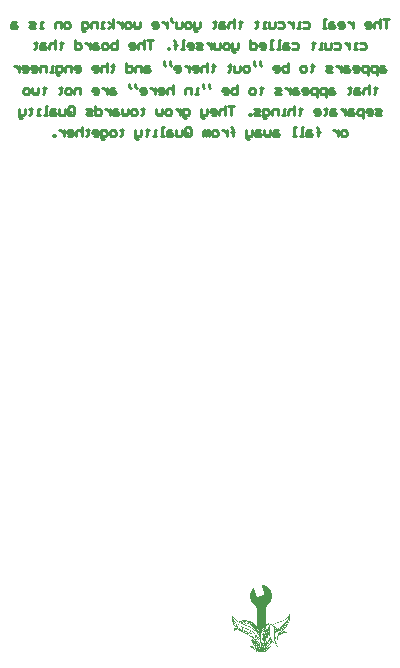
<source format=gbo>
G04*
G04 #@! TF.GenerationSoftware,Altium Limited,Altium Designer,21.3.1 (25)*
G04*
G04 Layer_Color=32896*
%FSLAX25Y25*%
%MOIN*%
G70*
G04*
G04 #@! TF.SameCoordinates,4C1A46CD-458D-4170-9141-97B0DDD3FF2F*
G04*
G04*
G04 #@! TF.FilePolarity,Positive*
G04*
G01*
G75*
%ADD14C,0.01000*%
G36*
X119235Y46441D02*
X119284D01*
Y46422D01*
X119294D01*
Y46441D01*
X119314D01*
Y46431D01*
X119324D01*
Y46422D01*
X119353D01*
Y46431D01*
X119363D01*
Y46412D01*
X119373D01*
Y46422D01*
X119412D01*
Y46402D01*
X119461D01*
Y46412D01*
X119471D01*
Y46402D01*
X119480D01*
Y46392D01*
X119490D01*
Y46402D01*
X119500D01*
Y46382D01*
X119549D01*
Y46373D01*
X119578D01*
Y46363D01*
X119598D01*
Y46373D01*
X119627D01*
Y46363D01*
X119667D01*
Y46353D01*
X119706D01*
Y46343D01*
X119735D01*
Y46323D01*
X119784D01*
Y46314D01*
X119794D01*
Y46304D01*
X119804D01*
Y46314D01*
X119814D01*
Y46304D01*
X119824D01*
Y46294D01*
X119873D01*
Y46304D01*
X119882D01*
Y46294D01*
X119892D01*
Y46284D01*
X119922D01*
Y46265D01*
X119941D01*
Y46255D01*
X119990D01*
Y46245D01*
X120000D01*
Y46235D01*
X120020D01*
Y46226D01*
X120098D01*
Y46216D01*
X120108D01*
Y46206D01*
X120186D01*
Y46196D01*
X120196D01*
Y46186D01*
X120206D01*
Y46176D01*
X120216D01*
Y46167D01*
X120265D01*
Y46157D01*
X120274D01*
Y46137D01*
X120333D01*
Y46127D01*
X120363D01*
Y46108D01*
X120382D01*
Y46118D01*
X120392D01*
Y46108D01*
X120412D01*
Y46098D01*
X120422D01*
Y46088D01*
X120441D01*
Y46078D01*
X120461D01*
Y46069D01*
X120490D01*
Y46059D01*
X120500D01*
Y46049D01*
X120510D01*
Y46039D01*
X120529D01*
Y46029D01*
X120549D01*
Y46020D01*
X120559D01*
Y46010D01*
X120588D01*
Y46000D01*
X120618D01*
Y45990D01*
X120647D01*
Y45980D01*
X120657D01*
Y45971D01*
X120667D01*
Y45961D01*
X120686D01*
Y45951D01*
X120696D01*
Y45941D01*
X120716D01*
Y45931D01*
X120765D01*
Y45922D01*
X120784D01*
Y45912D01*
X120814D01*
Y45902D01*
X120824D01*
Y45882D01*
X120853D01*
Y45873D01*
X120843D01*
Y45863D01*
X120873D01*
Y45833D01*
X120902D01*
Y45823D01*
X120922D01*
Y45794D01*
X120931D01*
Y45804D01*
X120941D01*
Y45794D01*
X120961D01*
Y45784D01*
X120971D01*
Y45774D01*
X120990D01*
Y45745D01*
X121010D01*
Y45735D01*
X121029D01*
Y45745D01*
X121020D01*
Y45755D01*
X121039D01*
Y45726D01*
X121049D01*
Y45716D01*
X121069D01*
Y45706D01*
X121078D01*
Y45696D01*
X121108D01*
Y45676D01*
X121137D01*
Y45657D01*
X121147D01*
Y45627D01*
X121167D01*
Y45598D01*
X121196D01*
Y45588D01*
X121206D01*
Y45578D01*
X121216D01*
Y45569D01*
X121226D01*
Y45549D01*
X121245D01*
Y45559D01*
X121255D01*
Y45549D01*
X121265D01*
Y45539D01*
X121274D01*
Y45529D01*
X121294D01*
Y45510D01*
X121304D01*
Y45500D01*
X121314D01*
Y45490D01*
X121333D01*
Y45480D01*
X121343D01*
Y45451D01*
X121353D01*
Y45441D01*
X121363D01*
Y45422D01*
X121392D01*
Y45402D01*
X121402D01*
Y45392D01*
X121412D01*
Y45382D01*
X121431D01*
Y45373D01*
X121441D01*
Y45363D01*
X121451D01*
Y45353D01*
X121461D01*
Y45343D01*
X121471D01*
Y45333D01*
X121500D01*
Y45294D01*
X121520D01*
Y45284D01*
X121529D01*
Y45255D01*
X121549D01*
Y45235D01*
X121569D01*
Y45226D01*
X121578D01*
Y45216D01*
X121588D01*
Y45196D01*
X121598D01*
Y45186D01*
X121608D01*
Y45167D01*
X121627D01*
Y45147D01*
X121637D01*
Y45137D01*
X121657D01*
Y45127D01*
X121667D01*
Y45118D01*
X121677D01*
Y45108D01*
X121686D01*
Y45088D01*
X121696D01*
Y45078D01*
X121706D01*
Y45069D01*
X121716D01*
Y45049D01*
X121735D01*
Y45039D01*
X121745D01*
Y45010D01*
X121755D01*
Y44990D01*
X121765D01*
Y44980D01*
X121784D01*
Y44971D01*
X121794D01*
Y44951D01*
X121804D01*
Y44931D01*
X121814D01*
Y44922D01*
X121824D01*
Y44902D01*
X121833D01*
Y44882D01*
X121843D01*
Y44873D01*
X121853D01*
Y44843D01*
X121863D01*
Y44824D01*
X121873D01*
Y44814D01*
X121892D01*
Y44784D01*
X121902D01*
Y44774D01*
X121912D01*
Y44765D01*
X121922D01*
Y44755D01*
X121931D01*
Y44735D01*
X121941D01*
Y44725D01*
X121951D01*
Y44686D01*
X121961D01*
Y44667D01*
X121971D01*
Y44627D01*
X121980D01*
Y44618D01*
X121971D01*
Y44608D01*
X121980D01*
Y44598D01*
X122000D01*
Y44578D01*
X122020D01*
Y44539D01*
X122039D01*
Y44529D01*
X122029D01*
Y44520D01*
X122039D01*
Y44510D01*
X122049D01*
Y44490D01*
X122059D01*
Y44480D01*
X122069D01*
Y44471D01*
X122078D01*
Y44441D01*
X122088D01*
Y44431D01*
X122098D01*
Y44402D01*
X122108D01*
Y44392D01*
X122118D01*
Y44353D01*
X122127D01*
Y44333D01*
X122137D01*
Y44304D01*
X122147D01*
Y44284D01*
X122157D01*
Y44265D01*
X122167D01*
Y44255D01*
X122186D01*
Y44245D01*
X122196D01*
Y44235D01*
X122186D01*
Y44225D01*
X122196D01*
Y44216D01*
X122216D01*
Y44186D01*
X122225D01*
Y44147D01*
X122235D01*
Y44118D01*
X122245D01*
Y44088D01*
X122255D01*
Y44078D01*
X122265D01*
Y44069D01*
X122255D01*
Y44039D01*
X122265D01*
Y44020D01*
X122274D01*
Y44000D01*
X122284D01*
Y43971D01*
X122294D01*
Y43931D01*
X122304D01*
Y43912D01*
X122314D01*
Y43853D01*
X122324D01*
Y43814D01*
X122333D01*
Y43784D01*
X122343D01*
Y43775D01*
X122353D01*
Y43755D01*
X122363D01*
Y43725D01*
X122373D01*
Y43716D01*
X122382D01*
Y43676D01*
X122392D01*
Y43608D01*
X122402D01*
Y43539D01*
X122412D01*
Y43529D01*
X122422D01*
Y43520D01*
X122431D01*
Y43490D01*
X122451D01*
Y43480D01*
X122441D01*
Y43451D01*
X122451D01*
Y43402D01*
X122461D01*
Y43343D01*
X122471D01*
Y43314D01*
X122480D01*
Y43265D01*
X122490D01*
Y43245D01*
X122480D01*
Y43225D01*
X122490D01*
Y43196D01*
X122500D01*
Y43176D01*
X122480D01*
Y43167D01*
X122490D01*
Y43098D01*
X122500D01*
Y43088D01*
X122490D01*
Y43059D01*
X122480D01*
Y43049D01*
X122490D01*
Y43000D01*
X122480D01*
Y42990D01*
X122490D01*
Y42941D01*
X122500D01*
Y42892D01*
X122490D01*
Y42873D01*
X122500D01*
Y42843D01*
X122510D01*
Y42833D01*
X122520D01*
Y42765D01*
X122529D01*
Y42726D01*
X122520D01*
Y42745D01*
X122510D01*
Y42676D01*
X122500D01*
Y42657D01*
X122510D01*
Y42627D01*
X122500D01*
Y42618D01*
X122510D01*
Y42598D01*
X122500D01*
Y42578D01*
X122510D01*
Y42569D01*
X122490D01*
Y42529D01*
X122500D01*
Y42500D01*
X122490D01*
Y42490D01*
X122500D01*
Y42471D01*
X122490D01*
Y42451D01*
X122500D01*
Y42382D01*
X122490D01*
Y42333D01*
X122500D01*
Y42314D01*
X122490D01*
Y42294D01*
X122500D01*
Y42265D01*
X122490D01*
Y42255D01*
X122500D01*
Y42245D01*
X122510D01*
Y42226D01*
X122490D01*
Y42196D01*
X122500D01*
Y42186D01*
X122490D01*
Y42176D01*
X122480D01*
Y42137D01*
X122471D01*
Y42127D01*
X122461D01*
Y42069D01*
X122451D01*
Y42029D01*
X122431D01*
Y42020D01*
X122441D01*
Y41961D01*
X122431D01*
Y41951D01*
X122441D01*
Y41941D01*
X122431D01*
Y41873D01*
X122422D01*
Y41833D01*
X122412D01*
Y41824D01*
X122402D01*
Y41814D01*
X122392D01*
Y41824D01*
X122382D01*
Y41814D01*
X122392D01*
Y41774D01*
X122373D01*
Y41735D01*
X122363D01*
Y41677D01*
X122353D01*
Y41637D01*
X122343D01*
Y41618D01*
X122333D01*
Y41569D01*
X122324D01*
Y41549D01*
X122304D01*
Y41510D01*
X122294D01*
Y41471D01*
X122284D01*
Y41451D01*
X122274D01*
Y41402D01*
X122265D01*
Y41392D01*
X122255D01*
Y41353D01*
X122245D01*
Y41333D01*
X122235D01*
Y41294D01*
X122216D01*
Y41274D01*
X122206D01*
Y41255D01*
X122196D01*
Y41206D01*
X122186D01*
Y41196D01*
X122177D01*
Y41177D01*
X122186D01*
Y41157D01*
X122177D01*
Y41137D01*
X122167D01*
Y41127D01*
X122157D01*
Y41108D01*
X122137D01*
Y41078D01*
X122127D01*
Y41049D01*
X122118D01*
Y41029D01*
X122108D01*
Y41010D01*
X122088D01*
Y40990D01*
X122078D01*
Y40961D01*
X122069D01*
Y40941D01*
X122059D01*
Y40922D01*
X122049D01*
Y40902D01*
X122059D01*
Y40892D01*
X122049D01*
Y40902D01*
X122039D01*
Y40873D01*
X122029D01*
Y40853D01*
X122020D01*
Y40843D01*
X122010D01*
Y40833D01*
X122000D01*
Y40824D01*
X121990D01*
Y40814D01*
X121971D01*
Y40794D01*
X121961D01*
Y40784D01*
X121941D01*
Y40765D01*
X121931D01*
Y40755D01*
X121922D01*
Y40735D01*
X121912D01*
Y40706D01*
X121892D01*
Y40677D01*
X121882D01*
Y40667D01*
X121873D01*
Y40637D01*
X121863D01*
Y40627D01*
X121843D01*
Y40618D01*
X121853D01*
Y40608D01*
X121833D01*
Y40559D01*
X121824D01*
Y40539D01*
X121814D01*
Y40529D01*
X121804D01*
Y40520D01*
X121794D01*
Y40510D01*
X121784D01*
Y40480D01*
X121774D01*
Y40471D01*
X121765D01*
Y40461D01*
X121755D01*
Y40451D01*
X121745D01*
Y40441D01*
X121735D01*
Y40431D01*
X121725D01*
Y40422D01*
X121716D01*
Y40402D01*
X121706D01*
Y40392D01*
X121686D01*
Y40363D01*
X121657D01*
Y40343D01*
X121647D01*
Y40333D01*
X121637D01*
Y40314D01*
X121618D01*
Y40304D01*
X121608D01*
Y40294D01*
X121598D01*
Y40284D01*
X121608D01*
Y40255D01*
X121588D01*
Y40245D01*
X121578D01*
Y40235D01*
X121569D01*
Y40225D01*
X121549D01*
Y40216D01*
X121529D01*
Y40176D01*
X121510D01*
Y40167D01*
X121500D01*
Y40147D01*
X121480D01*
Y40127D01*
X121451D01*
Y40108D01*
X121431D01*
Y40098D01*
X121422D01*
Y40078D01*
X121402D01*
Y40059D01*
X121392D01*
Y40049D01*
X121382D01*
Y40039D01*
X121373D01*
Y40029D01*
X121363D01*
Y40000D01*
X121353D01*
Y39990D01*
X121343D01*
Y39971D01*
X121333D01*
Y39961D01*
X121324D01*
Y39951D01*
X121304D01*
Y39941D01*
X121294D01*
Y39922D01*
X121274D01*
Y39902D01*
X121265D01*
Y39892D01*
X121245D01*
Y39882D01*
X121235D01*
Y39873D01*
X121226D01*
Y39863D01*
X121216D01*
Y39853D01*
X121206D01*
Y39843D01*
X121196D01*
Y39833D01*
X121186D01*
Y39823D01*
X121177D01*
Y39814D01*
X121167D01*
Y39804D01*
X121157D01*
Y39755D01*
X121147D01*
Y39745D01*
X121137D01*
Y39735D01*
X121127D01*
Y39726D01*
X121108D01*
Y39706D01*
X121078D01*
Y39696D01*
X121059D01*
Y39676D01*
X121039D01*
Y39667D01*
X121020D01*
Y39657D01*
X121010D01*
Y39647D01*
X121000D01*
Y39637D01*
X120990D01*
Y39627D01*
X120980D01*
Y39618D01*
X120961D01*
Y39598D01*
X120951D01*
Y39608D01*
X120941D01*
Y39598D01*
X120931D01*
Y39588D01*
X120922D01*
Y39578D01*
X120912D01*
Y39559D01*
X120902D01*
Y39549D01*
X120892D01*
Y39529D01*
X120882D01*
Y39510D01*
X120853D01*
Y39500D01*
X120843D01*
Y39490D01*
X120833D01*
Y39471D01*
X120824D01*
Y39461D01*
X120814D01*
Y39451D01*
X120804D01*
Y39431D01*
X120794D01*
Y39402D01*
X120774D01*
Y39382D01*
X120765D01*
Y39373D01*
X120755D01*
Y39363D01*
X120735D01*
Y39333D01*
X120726D01*
Y39323D01*
X120716D01*
Y39274D01*
X120706D01*
Y39265D01*
X120696D01*
Y39226D01*
X120686D01*
Y39216D01*
X120667D01*
Y39206D01*
X120677D01*
Y39196D01*
X120667D01*
Y39186D01*
X120657D01*
Y39176D01*
X120647D01*
Y39137D01*
X120637D01*
Y39098D01*
X120627D01*
Y39078D01*
X120637D01*
Y39069D01*
X120627D01*
Y39039D01*
X120618D01*
Y38961D01*
X120608D01*
Y38951D01*
X120588D01*
Y38941D01*
X120598D01*
Y38931D01*
X120608D01*
Y38922D01*
X120598D01*
Y38902D01*
X120578D01*
Y38853D01*
X120569D01*
Y38843D01*
X120578D01*
Y38833D01*
X120569D01*
Y38824D01*
X120559D01*
Y38814D01*
X120569D01*
Y38804D01*
X120559D01*
Y38784D01*
X120569D01*
Y38755D01*
X120559D01*
Y38745D01*
X120569D01*
Y38735D01*
X120559D01*
Y38706D01*
X120549D01*
Y38696D01*
X120559D01*
Y38686D01*
X120569D01*
Y38637D01*
X120578D01*
Y38608D01*
X120588D01*
Y38588D01*
X120578D01*
Y38510D01*
X120569D01*
Y38461D01*
X120559D01*
Y38441D01*
X120549D01*
Y38402D01*
X120559D01*
Y38304D01*
X120569D01*
Y38294D01*
X120559D01*
Y38284D01*
X120549D01*
Y38265D01*
X120559D01*
Y38196D01*
X120549D01*
Y38157D01*
X120559D01*
Y38147D01*
X120549D01*
Y38137D01*
X120559D01*
Y38059D01*
X120569D01*
Y38029D01*
X120559D01*
Y38010D01*
X120569D01*
Y37961D01*
X120578D01*
Y37951D01*
X120569D01*
Y37912D01*
X120578D01*
Y37892D01*
X120569D01*
Y37863D01*
X120559D01*
Y37853D01*
X120569D01*
Y37843D01*
X120559D01*
Y37686D01*
X120569D01*
Y37667D01*
X120559D01*
Y37657D01*
X120569D01*
Y37608D01*
X120559D01*
Y37588D01*
X120569D01*
Y37529D01*
X120578D01*
Y37520D01*
X120569D01*
Y37480D01*
X120578D01*
Y37402D01*
X120588D01*
Y37373D01*
X120578D01*
Y37353D01*
X120569D01*
Y37343D01*
X120559D01*
Y37284D01*
X120549D01*
Y37275D01*
X120559D01*
Y37167D01*
X120569D01*
Y37147D01*
X120559D01*
Y37049D01*
X120549D01*
Y36971D01*
X120559D01*
Y36941D01*
X120569D01*
Y36931D01*
X120559D01*
Y36902D01*
X120569D01*
Y36892D01*
X120559D01*
Y36863D01*
X120569D01*
Y36823D01*
X120559D01*
Y36784D01*
X120549D01*
Y36775D01*
X120559D01*
Y36765D01*
X120549D01*
Y36745D01*
X120539D01*
Y36726D01*
X120549D01*
Y36716D01*
X120539D01*
Y36686D01*
X120529D01*
Y36667D01*
X120539D01*
Y36627D01*
X120549D01*
Y36608D01*
X120539D01*
Y36598D01*
X120549D01*
Y36578D01*
X120539D01*
Y36569D01*
X120549D01*
Y36520D01*
X120559D01*
Y36510D01*
X120549D01*
Y36471D01*
X120559D01*
Y36402D01*
X120549D01*
Y36412D01*
X120539D01*
Y36392D01*
X120549D01*
Y36373D01*
X120559D01*
Y36353D01*
X120549D01*
Y36323D01*
X120559D01*
Y36314D01*
X120549D01*
Y36294D01*
X120559D01*
Y36226D01*
X120549D01*
Y36186D01*
X120559D01*
Y36118D01*
X120549D01*
Y36039D01*
X120559D01*
Y36000D01*
X120549D01*
Y35980D01*
X120559D01*
Y35971D01*
X120569D01*
Y35951D01*
X120559D01*
Y35922D01*
X120569D01*
Y35912D01*
X120559D01*
Y35863D01*
X120578D01*
Y35853D01*
X120569D01*
Y35774D01*
X120559D01*
Y35765D01*
X120549D01*
Y35696D01*
X120539D01*
Y35677D01*
X120549D01*
Y35598D01*
X120539D01*
Y35588D01*
X120549D01*
Y35569D01*
X120559D01*
Y35549D01*
X120569D01*
Y35520D01*
X120559D01*
Y35510D01*
X120569D01*
Y35490D01*
X120559D01*
Y35422D01*
X120549D01*
Y35382D01*
X120539D01*
Y35363D01*
X120549D01*
Y35304D01*
X120559D01*
Y35265D01*
X120549D01*
Y35245D01*
X120559D01*
Y35235D01*
X120549D01*
Y35225D01*
X120539D01*
Y35206D01*
X120549D01*
Y35186D01*
X120539D01*
Y35177D01*
X120549D01*
Y35167D01*
X120559D01*
Y35147D01*
X120549D01*
Y35137D01*
X120539D01*
Y35127D01*
X120549D01*
Y35088D01*
X120559D01*
Y35059D01*
X120549D01*
Y35049D01*
X120559D01*
Y35039D01*
X120549D01*
Y34971D01*
X120559D01*
Y34941D01*
X120578D01*
Y34931D01*
X120569D01*
Y34922D01*
X120578D01*
Y34882D01*
X120569D01*
Y34824D01*
X120559D01*
Y34775D01*
X120569D01*
Y34765D01*
X120559D01*
Y34608D01*
X120549D01*
Y34520D01*
X120559D01*
Y34510D01*
X120549D01*
Y34480D01*
X120559D01*
Y34461D01*
X120549D01*
Y34412D01*
X120559D01*
Y34402D01*
X120549D01*
Y34343D01*
X120559D01*
Y34294D01*
X120549D01*
Y34186D01*
X120539D01*
Y34167D01*
X120549D01*
Y34157D01*
X120559D01*
Y34147D01*
X120549D01*
Y34078D01*
X120559D01*
Y34069D01*
X120549D01*
Y34039D01*
X120559D01*
Y34010D01*
X120549D01*
Y33980D01*
X120559D01*
Y33951D01*
X120549D01*
Y33922D01*
X120539D01*
Y33873D01*
X120549D01*
Y33863D01*
X120539D01*
Y33804D01*
X120549D01*
Y33794D01*
X120559D01*
Y33784D01*
X120549D01*
Y33706D01*
X120559D01*
Y33637D01*
X120569D01*
Y33627D01*
X120559D01*
Y33598D01*
X120549D01*
Y33559D01*
X120559D01*
Y33471D01*
X120549D01*
Y33431D01*
X120539D01*
Y33422D01*
X120549D01*
Y33402D01*
X120559D01*
Y33353D01*
X120569D01*
Y33343D01*
X120578D01*
Y33333D01*
X120588D01*
Y33323D01*
X120618D01*
Y33314D01*
X120627D01*
Y33333D01*
X120647D01*
Y33343D01*
X120667D01*
Y33353D01*
X120677D01*
Y33363D01*
X120686D01*
Y33373D01*
X120696D01*
Y33363D01*
X120716D01*
Y33373D01*
X120745D01*
Y33382D01*
X120755D01*
Y33392D01*
X120765D01*
Y33402D01*
X120774D01*
Y33412D01*
X120804D01*
Y33422D01*
X120814D01*
Y33431D01*
X120824D01*
Y33441D01*
X120853D01*
Y33461D01*
X120902D01*
Y33471D01*
X120912D01*
Y33480D01*
X120951D01*
Y33490D01*
X120980D01*
Y33500D01*
X121000D01*
Y33510D01*
X121020D01*
Y33520D01*
X121039D01*
Y33529D01*
X121127D01*
Y33539D01*
X121147D01*
Y33549D01*
X121206D01*
Y33559D01*
X121353D01*
Y33549D01*
X121363D01*
Y33559D01*
X121441D01*
Y33549D01*
X121451D01*
Y33559D01*
X121471D01*
Y33549D01*
X121520D01*
Y33539D01*
X121539D01*
Y33529D01*
X121549D01*
Y33539D01*
X121569D01*
Y33529D01*
X121627D01*
Y33520D01*
X121706D01*
Y33510D01*
X121716D01*
Y33500D01*
X121755D01*
Y33490D01*
X121784D01*
Y33480D01*
X121824D01*
Y33500D01*
X121833D01*
Y33490D01*
X121843D01*
Y33480D01*
X121863D01*
Y33471D01*
X121882D01*
Y33461D01*
X121892D01*
Y33451D01*
X121902D01*
Y33461D01*
X121922D01*
Y33441D01*
X121931D01*
Y33431D01*
X121990D01*
Y33422D01*
X122010D01*
Y33412D01*
X122039D01*
Y33402D01*
X122059D01*
Y33392D01*
X122078D01*
Y33373D01*
X122088D01*
Y33363D01*
X122108D01*
Y33343D01*
X122127D01*
Y33333D01*
X122147D01*
Y33323D01*
X122167D01*
Y33314D01*
X122186D01*
Y33304D01*
X122196D01*
Y33314D01*
X122235D01*
Y33304D01*
X122245D01*
Y33294D01*
X122274D01*
Y33284D01*
X122284D01*
Y33274D01*
X122304D01*
Y33265D01*
X122314D01*
Y33255D01*
X122324D01*
Y33245D01*
X122333D01*
Y33235D01*
X122353D01*
Y33226D01*
X122363D01*
Y33216D01*
X122382D01*
Y33206D01*
X122392D01*
Y33196D01*
X122412D01*
Y33186D01*
X122431D01*
Y33176D01*
X122441D01*
Y33167D01*
X122451D01*
Y33157D01*
X122461D01*
Y33147D01*
X122471D01*
Y33127D01*
X122490D01*
Y33118D01*
X122500D01*
Y33108D01*
X122529D01*
Y33098D01*
X122549D01*
Y33088D01*
X122578D01*
Y33078D01*
X122588D01*
Y33069D01*
X122598D01*
Y33059D01*
X122608D01*
Y33049D01*
X122647D01*
Y33039D01*
X122667D01*
Y33029D01*
X122725D01*
Y33049D01*
X122745D01*
Y33069D01*
X122755D01*
Y33059D01*
X122765D01*
Y33069D01*
X122775D01*
Y33088D01*
X122784D01*
Y33098D01*
X122794D01*
Y33118D01*
X122824D01*
Y33137D01*
X122853D01*
Y33147D01*
X122882D01*
Y33167D01*
X122892D01*
Y33176D01*
X122912D01*
Y33186D01*
X122922D01*
Y33196D01*
X122931D01*
Y33206D01*
X122951D01*
Y33226D01*
X122971D01*
Y33235D01*
X122990D01*
Y33245D01*
X123010D01*
Y33255D01*
X123020D01*
Y33265D01*
X123029D01*
Y33284D01*
X123049D01*
Y33294D01*
X123069D01*
Y33304D01*
X123088D01*
Y33314D01*
X123118D01*
Y33323D01*
X123137D01*
Y33333D01*
X123147D01*
Y33343D01*
X123157D01*
Y33353D01*
X123177D01*
Y33363D01*
X123186D01*
Y33382D01*
X123206D01*
Y33392D01*
X123216D01*
Y33402D01*
X123235D01*
Y33412D01*
X123255D01*
Y33422D01*
X123275D01*
Y33431D01*
X123284D01*
Y33441D01*
X123314D01*
Y33451D01*
X123324D01*
Y33441D01*
X123333D01*
Y33461D01*
X123343D01*
Y33471D01*
X123353D01*
Y33480D01*
X123382D01*
Y33490D01*
X123392D01*
Y33500D01*
X123422D01*
Y33510D01*
X123441D01*
Y33520D01*
X123451D01*
Y33529D01*
X123471D01*
Y33539D01*
X123480D01*
Y33549D01*
X123490D01*
Y33559D01*
X123539D01*
Y33569D01*
X123569D01*
Y33578D01*
X123578D01*
Y33588D01*
X123598D01*
Y33598D01*
X123608D01*
Y33608D01*
X123637D01*
Y33618D01*
X123657D01*
Y33627D01*
X123677D01*
Y33647D01*
X123706D01*
Y33657D01*
X123716D01*
Y33667D01*
X123735D01*
Y33676D01*
X123755D01*
Y33686D01*
X123775D01*
Y33706D01*
X123784D01*
Y33696D01*
X123794D01*
Y33706D01*
X123804D01*
Y33716D01*
X123833D01*
Y33735D01*
X123853D01*
Y33745D01*
X123863D01*
Y33755D01*
X123873D01*
Y33765D01*
X123892D01*
Y33755D01*
X123912D01*
Y33765D01*
X123922D01*
Y33775D01*
X123971D01*
Y33784D01*
X123980D01*
Y33794D01*
X124020D01*
Y33804D01*
X124039D01*
Y33814D01*
X124059D01*
Y33823D01*
X124069D01*
Y33833D01*
X124088D01*
Y33843D01*
X124098D01*
Y33833D01*
X124108D01*
Y33843D01*
X124118D01*
Y33833D01*
X124157D01*
Y33843D01*
X124167D01*
Y33853D01*
X124177D01*
Y33843D01*
X124186D01*
Y33853D01*
X124206D01*
Y33863D01*
X124225D01*
Y33873D01*
X124235D01*
Y33882D01*
X124245D01*
Y33873D01*
X124265D01*
Y33882D01*
X124294D01*
Y33892D01*
X124304D01*
Y33902D01*
X124333D01*
Y33912D01*
X124363D01*
Y33922D01*
X124392D01*
Y33931D01*
X124441D01*
Y33941D01*
X124461D01*
Y33951D01*
X124490D01*
Y33961D01*
X124480D01*
Y33971D01*
X124490D01*
Y33980D01*
X124500D01*
Y33990D01*
X124520D01*
Y34000D01*
X124539D01*
Y34010D01*
X124559D01*
Y34020D01*
X124569D01*
Y34010D01*
X124578D01*
Y34020D01*
X124598D01*
Y34029D01*
X124608D01*
Y34020D01*
X124627D01*
Y34029D01*
X124637D01*
Y34039D01*
X124657D01*
Y34049D01*
X124677D01*
Y34059D01*
X124696D01*
Y34069D01*
X124755D01*
Y34078D01*
X124794D01*
Y34088D01*
X124823D01*
Y34098D01*
X124853D01*
Y34108D01*
X124882D01*
Y34118D01*
X124912D01*
Y34108D01*
X124931D01*
Y34118D01*
X124941D01*
Y34127D01*
X124951D01*
Y34137D01*
X124961D01*
Y34127D01*
X124971D01*
Y34147D01*
X125000D01*
Y34167D01*
X125020D01*
Y34176D01*
X125029D01*
Y34186D01*
X125039D01*
Y34176D01*
X125059D01*
Y34186D01*
X125078D01*
Y34196D01*
X125088D01*
Y34186D01*
X125108D01*
Y34196D01*
X125137D01*
Y34206D01*
X125157D01*
Y34216D01*
X125186D01*
Y34225D01*
X125196D01*
Y34216D01*
X125206D01*
Y34225D01*
X125235D01*
Y34235D01*
X125255D01*
Y34245D01*
X125284D01*
Y34255D01*
X125294D01*
Y34265D01*
X125343D01*
Y34275D01*
X125382D01*
Y34284D01*
X125392D01*
Y34294D01*
X125412D01*
Y34304D01*
X125422D01*
Y34314D01*
X125431D01*
Y34304D01*
X125451D01*
Y34314D01*
X125461D01*
Y34323D01*
X125520D01*
Y34333D01*
X125549D01*
Y34343D01*
X125559D01*
Y34353D01*
X125569D01*
Y34363D01*
X125578D01*
Y34343D01*
X125598D01*
Y34363D01*
X125608D01*
Y34373D01*
X125628D01*
Y34382D01*
X125637D01*
Y34392D01*
X125686D01*
Y34412D01*
X125725D01*
Y34422D01*
X125765D01*
Y34431D01*
X125775D01*
Y34441D01*
X125804D01*
Y34451D01*
X125814D01*
Y34461D01*
X125833D01*
Y34471D01*
X125863D01*
Y34480D01*
X125882D01*
Y34490D01*
X125902D01*
Y34500D01*
X125971D01*
Y34520D01*
X125980D01*
Y34529D01*
X125990D01*
Y34520D01*
X126000D01*
Y34529D01*
X126039D01*
Y34539D01*
X126049D01*
Y34559D01*
X126059D01*
Y34569D01*
X126088D01*
Y34578D01*
X126108D01*
Y34569D01*
X126118D01*
Y34578D01*
X126128D01*
Y34588D01*
X126147D01*
Y34598D01*
X126186D01*
Y34608D01*
X126196D01*
Y34618D01*
X126206D01*
Y34627D01*
X126225D01*
Y34637D01*
X126235D01*
Y34647D01*
X126255D01*
Y34657D01*
X126275D01*
Y34667D01*
X126314D01*
Y34677D01*
X126323D01*
Y34686D01*
X126333D01*
Y34696D01*
X126353D01*
Y34706D01*
X126373D01*
Y34716D01*
X126392D01*
Y34725D01*
X126412D01*
Y34735D01*
X126441D01*
Y34745D01*
X126451D01*
Y34755D01*
X126471D01*
Y34775D01*
X126490D01*
Y34794D01*
X126510D01*
Y34804D01*
X126529D01*
Y34814D01*
X126549D01*
Y34824D01*
X126559D01*
Y34833D01*
X126578D01*
Y34843D01*
X126588D01*
Y34833D01*
X126598D01*
Y34843D01*
X126608D01*
Y34853D01*
X126647D01*
Y34863D01*
X126706D01*
Y34873D01*
X126725D01*
Y34882D01*
X126735D01*
Y34892D01*
X126765D01*
Y34912D01*
X126784D01*
Y34931D01*
X126804D01*
Y34941D01*
X126814D01*
Y34961D01*
X126823D01*
Y34971D01*
X126833D01*
Y34980D01*
X126853D01*
Y34990D01*
X126863D01*
Y35000D01*
X126882D01*
Y35020D01*
X126902D01*
Y35010D01*
X126912D01*
Y35029D01*
X126922D01*
Y35039D01*
X126941D01*
Y35049D01*
X126951D01*
Y35059D01*
X126971D01*
Y35069D01*
X126980D01*
Y35078D01*
X127000D01*
Y35088D01*
X127020D01*
Y35098D01*
X127029D01*
Y35108D01*
X127049D01*
Y35118D01*
X127059D01*
Y35137D01*
X127078D01*
Y35147D01*
X127098D01*
Y35157D01*
X127118D01*
Y35167D01*
X127128D01*
Y35177D01*
X127137D01*
Y35186D01*
X127147D01*
Y35196D01*
X127157D01*
Y35206D01*
X127167D01*
Y35216D01*
X127176D01*
Y35245D01*
X127196D01*
Y35255D01*
X127206D01*
Y35274D01*
X127216D01*
Y35284D01*
X127225D01*
Y35294D01*
X127245D01*
Y35304D01*
X127265D01*
Y35314D01*
X127284D01*
Y35333D01*
X127294D01*
Y35343D01*
X127304D01*
Y35353D01*
X127314D01*
Y35363D01*
X127333D01*
Y35373D01*
X127363D01*
Y35392D01*
X127373D01*
Y35412D01*
X127392D01*
Y35422D01*
X127402D01*
Y35431D01*
X127412D01*
Y35441D01*
X127422D01*
Y35451D01*
X127431D01*
Y35471D01*
X127441D01*
Y35480D01*
X127471D01*
Y35490D01*
X127480D01*
Y35500D01*
X127490D01*
Y35510D01*
X127510D01*
Y35529D01*
X127520D01*
Y35539D01*
X127529D01*
Y35549D01*
X127539D01*
Y35539D01*
X127549D01*
Y35559D01*
X127559D01*
Y35578D01*
X127588D01*
Y35598D01*
X127598D01*
Y35608D01*
X127608D01*
Y35627D01*
X127628D01*
Y35637D01*
X127647D01*
Y35667D01*
X127657D01*
Y35677D01*
X127676D01*
Y35696D01*
X127686D01*
Y35716D01*
X127696D01*
Y35726D01*
X127706D01*
Y35745D01*
X127716D01*
Y35755D01*
X127726D01*
Y35765D01*
X127735D01*
Y35774D01*
X127765D01*
Y35784D01*
Y35794D01*
X127784D01*
Y35814D01*
X127804D01*
Y35824D01*
X127814D01*
Y35833D01*
X127823D01*
Y35843D01*
X127833D01*
Y35853D01*
X127843D01*
Y35873D01*
X127863D01*
Y35902D01*
X127873D01*
Y35912D01*
X127892D01*
Y35931D01*
X127902D01*
Y35941D01*
X127912D01*
Y35961D01*
X127922D01*
Y35971D01*
X127941D01*
Y35990D01*
X127951D01*
Y35980D01*
X127961D01*
Y36000D01*
X127971D01*
Y36010D01*
X127980D01*
Y36039D01*
X128000D01*
Y36059D01*
X128010D01*
Y36069D01*
X128020D01*
Y36078D01*
X128029D01*
Y36088D01*
X128039D01*
Y36098D01*
X128049D01*
Y36108D01*
X128059D01*
Y36127D01*
X128069D01*
Y36137D01*
X128078D01*
Y36147D01*
X128098D01*
Y36167D01*
X128108D01*
Y36176D01*
X128128D01*
Y36186D01*
X128137D01*
Y36216D01*
X128147D01*
Y36235D01*
X128167D01*
Y36245D01*
X128176D01*
Y36265D01*
X128186D01*
Y36284D01*
X128196D01*
Y36294D01*
X128206D01*
Y36304D01*
X128216D01*
Y36314D01*
X128226D01*
Y36333D01*
X128235D01*
Y36363D01*
X128245D01*
Y36373D01*
X128255D01*
Y36402D01*
X128275D01*
Y36431D01*
X128284D01*
Y36441D01*
X128294D01*
Y36451D01*
X128304D01*
Y36461D01*
X128314D01*
Y36480D01*
X128323D01*
Y36490D01*
X128333D01*
Y36510D01*
X128343D01*
Y36549D01*
X128353D01*
Y36559D01*
X128363D01*
Y36588D01*
X128373D01*
Y36598D01*
X128382D01*
Y36608D01*
X128373D01*
Y36618D01*
X128382D01*
Y36667D01*
X128392D01*
Y36696D01*
X128402D01*
Y36706D01*
X128392D01*
Y36726D01*
X128402D01*
Y36735D01*
X128412D01*
Y36745D01*
X128402D01*
Y36765D01*
X128422D01*
Y36784D01*
X128431D01*
Y36794D01*
X128461D01*
Y36804D01*
X128471D01*
Y36814D01*
X128578D01*
Y36794D01*
X128598D01*
Y36804D01*
X128618D01*
Y36784D01*
X128608D01*
Y36775D01*
X128637D01*
Y36735D01*
X128647D01*
Y36716D01*
X128637D01*
Y36706D01*
X128647D01*
Y36696D01*
X128657D01*
Y36686D01*
X128647D01*
Y36657D01*
X128657D01*
Y36549D01*
X128647D01*
Y36539D01*
X128657D01*
Y36529D01*
X128667D01*
Y36520D01*
X128676D01*
Y36412D01*
X128686D01*
Y36363D01*
X128696D01*
Y36333D01*
X128686D01*
Y36245D01*
X128676D01*
Y36176D01*
X128667D01*
Y36157D01*
X128657D01*
Y36137D01*
X128667D01*
Y36108D01*
X128657D01*
Y36078D01*
X128647D01*
Y36049D01*
X128657D01*
Y36010D01*
X128667D01*
Y35990D01*
X128686D01*
Y35980D01*
X128696D01*
Y35961D01*
X128686D01*
Y35912D01*
X128676D01*
Y35902D01*
X128667D01*
Y35892D01*
X128657D01*
Y35873D01*
X128647D01*
Y35853D01*
X128637D01*
Y35843D01*
X128647D01*
Y35824D01*
X128637D01*
Y35814D01*
X128628D01*
Y35794D01*
X128637D01*
Y35755D01*
X128628D01*
Y35696D01*
X128618D01*
Y35657D01*
X128628D01*
Y35637D01*
X128618D01*
Y35559D01*
X128608D01*
Y35529D01*
X128598D01*
Y35520D01*
X128588D01*
Y35500D01*
X128578D01*
Y35480D01*
X128588D01*
Y35441D01*
X128578D01*
Y35382D01*
X128588D01*
Y35324D01*
X128578D01*
Y35304D01*
X128569D01*
Y35284D01*
X128578D01*
Y35274D01*
X128569D01*
Y35265D01*
X128559D01*
Y35225D01*
X128549D01*
Y35216D01*
X128559D01*
Y35196D01*
X128549D01*
Y35206D01*
X128539D01*
Y35186D01*
X128549D01*
Y35167D01*
X128539D01*
Y35157D01*
X128529D01*
Y35127D01*
X128520D01*
Y35049D01*
X128510D01*
Y35010D01*
X128500D01*
Y34961D01*
X128490D01*
Y34873D01*
X128480D01*
Y34853D01*
X128490D01*
Y34833D01*
X128480D01*
Y34843D01*
X128471D01*
Y34814D01*
X128480D01*
Y34804D01*
X128471D01*
Y34814D01*
X128461D01*
Y34794D01*
X128451D01*
Y34745D01*
X128441D01*
Y34725D01*
X128451D01*
Y34716D01*
X128441D01*
Y34706D01*
X128431D01*
Y34667D01*
X128422D01*
Y34637D01*
X128412D01*
Y34608D01*
X128402D01*
Y34569D01*
X128382D01*
Y34529D01*
X128373D01*
Y34500D01*
X128363D01*
Y34480D01*
X128353D01*
Y34451D01*
X128343D01*
Y34441D01*
X128333D01*
Y34431D01*
X128323D01*
Y34392D01*
X128314D01*
Y34343D01*
X128304D01*
Y34265D01*
X128294D01*
Y34255D01*
X128284D01*
Y34235D01*
X128275D01*
Y34216D01*
X128265D01*
Y34206D01*
X128255D01*
Y34196D01*
X128245D01*
Y34108D01*
X128235D01*
Y34078D01*
X128226D01*
Y34069D01*
X128216D01*
Y34039D01*
X128206D01*
Y34029D01*
X128216D01*
Y34010D01*
X128206D01*
Y34000D01*
X128196D01*
Y33980D01*
X128206D01*
Y33971D01*
X128186D01*
Y33931D01*
X128176D01*
Y33892D01*
X128167D01*
Y33882D01*
X128157D01*
Y33833D01*
X128147D01*
Y33804D01*
X128137D01*
Y33784D01*
X128128D01*
Y33775D01*
X128118D01*
Y33765D01*
X128098D01*
Y33726D01*
X128088D01*
Y33706D01*
X128078D01*
Y33676D01*
X128069D01*
Y33667D01*
X128059D01*
Y33637D01*
X128039D01*
Y33598D01*
X128029D01*
Y33578D01*
X128020D01*
Y33569D01*
X128010D01*
Y33559D01*
X128000D01*
Y33520D01*
X127990D01*
Y33500D01*
X127980D01*
Y33480D01*
X127971D01*
Y33461D01*
X127951D01*
Y33431D01*
X127941D01*
Y33422D01*
X127931D01*
Y33402D01*
X127922D01*
Y33382D01*
X127912D01*
Y33363D01*
X127902D01*
Y33353D01*
X127892D01*
Y33343D01*
X127882D01*
Y33333D01*
X127873D01*
Y33323D01*
X127882D01*
Y33314D01*
X127873D01*
Y33304D01*
X127863D01*
Y33294D01*
X127853D01*
Y33284D01*
X127843D01*
Y33274D01*
X127833D01*
Y33265D01*
X127823D01*
Y33245D01*
X127814D01*
Y33216D01*
X127804D01*
Y33196D01*
X127794D01*
Y33186D01*
X127784D01*
Y33147D01*
X127775D01*
Y33137D01*
X127765D01*
Y33127D01*
X127755D01*
Y33088D01*
X127745D01*
Y33069D01*
X127735D01*
Y33049D01*
X127716D01*
Y33039D01*
X127706D01*
Y33020D01*
X127696D01*
Y32990D01*
X127686D01*
Y32971D01*
X127676D01*
Y32961D01*
X127667D01*
Y32941D01*
X127657D01*
Y32931D01*
X127667D01*
Y32912D01*
X127657D01*
Y32902D01*
X127647D01*
Y32892D01*
X127637D01*
Y32863D01*
X127628D01*
Y32843D01*
X127618D01*
Y32833D01*
X127608D01*
Y32814D01*
X127588D01*
Y32794D01*
X127569D01*
Y32784D01*
X127559D01*
Y32765D01*
X127549D01*
Y32755D01*
X127539D01*
Y32735D01*
X127549D01*
Y32726D01*
X127539D01*
Y32716D01*
X127529D01*
Y32706D01*
X127520D01*
Y32696D01*
X127500D01*
Y32686D01*
X127490D01*
Y32657D01*
X127480D01*
Y32637D01*
X127461D01*
Y32608D01*
X127451D01*
Y32588D01*
X127431D01*
Y32578D01*
X127422D01*
Y32559D01*
X127402D01*
Y32510D01*
X127392D01*
Y32500D01*
X127382D01*
Y32490D01*
X127373D01*
Y32471D01*
X127363D01*
Y32441D01*
X127353D01*
Y32422D01*
X127343D01*
Y32402D01*
X127333D01*
Y32392D01*
X127323D01*
Y32373D01*
X127314D01*
Y32363D01*
X127284D01*
Y32353D01*
X127265D01*
Y32343D01*
X127275D01*
Y32324D01*
X127255D01*
Y32314D01*
X127235D01*
Y32294D01*
X127225D01*
Y32284D01*
X127206D01*
Y32265D01*
X127196D01*
Y32255D01*
X127186D01*
Y32245D01*
X127176D01*
Y32235D01*
X127167D01*
Y32225D01*
X127157D01*
Y32235D01*
X127147D01*
Y32225D01*
X127137D01*
Y32206D01*
X127128D01*
Y32177D01*
X127137D01*
Y32167D01*
X127128D01*
Y32147D01*
X127118D01*
Y32127D01*
X127098D01*
Y32118D01*
X127088D01*
Y32098D01*
X127078D01*
Y32088D01*
X127069D01*
Y32078D01*
X127059D01*
Y32069D01*
X127039D01*
Y32049D01*
X127020D01*
Y32029D01*
X127010D01*
Y32020D01*
X127000D01*
Y32010D01*
X126990D01*
Y32000D01*
X126980D01*
Y31990D01*
X126971D01*
Y31980D01*
X126961D01*
Y31971D01*
X126912D01*
Y31951D01*
X126892D01*
Y31931D01*
X126882D01*
Y31922D01*
X126873D01*
Y31892D01*
X126863D01*
Y31882D01*
X126853D01*
Y31873D01*
X126843D01*
Y31863D01*
X126833D01*
Y31853D01*
X126823D01*
Y31843D01*
X126814D01*
Y31833D01*
X126804D01*
Y31824D01*
X126794D01*
Y31814D01*
X126775D01*
Y31804D01*
X126765D01*
Y31794D01*
X126745D01*
Y31784D01*
X126735D01*
Y31775D01*
X126716D01*
Y31765D01*
X126706D01*
Y31755D01*
X126696D01*
Y31735D01*
X126686D01*
Y31716D01*
X126676D01*
Y31706D01*
X126667D01*
Y31696D01*
X126657D01*
Y31686D01*
X126637D01*
Y31677D01*
X126628D01*
Y31667D01*
X126608D01*
Y31647D01*
X126598D01*
Y31627D01*
X126588D01*
Y31618D01*
X126569D01*
Y31608D01*
X126549D01*
Y31588D01*
X126539D01*
Y31578D01*
X126529D01*
Y31569D01*
X126520D01*
Y31559D01*
X126510D01*
Y31549D01*
X126500D01*
Y31539D01*
X126490D01*
Y31529D01*
X126471D01*
Y31520D01*
X126461D01*
Y31510D01*
X126451D01*
Y31500D01*
X126441D01*
Y31480D01*
X126412D01*
Y31471D01*
X126402D01*
Y31441D01*
X126392D01*
Y31431D01*
X126382D01*
Y31422D01*
X126363D01*
Y31402D01*
X126343D01*
Y31382D01*
X126314D01*
Y31363D01*
X126294D01*
Y31353D01*
X126284D01*
Y31333D01*
X126265D01*
Y31324D01*
X126245D01*
Y31314D01*
X126235D01*
Y31284D01*
X126216D01*
Y31265D01*
X126196D01*
Y31255D01*
X126186D01*
Y31245D01*
X126167D01*
Y31225D01*
X126137D01*
Y31206D01*
X126118D01*
Y31186D01*
X126108D01*
Y31176D01*
X126098D01*
Y31186D01*
X126088D01*
Y31176D01*
X126078D01*
Y31167D01*
X126059D01*
Y31147D01*
X126039D01*
Y31137D01*
X126020D01*
Y31127D01*
X126010D01*
Y31118D01*
X126000D01*
Y31108D01*
X125980D01*
Y31098D01*
X125971D01*
Y31088D01*
X125951D01*
Y31078D01*
X125931D01*
Y31069D01*
X125922D01*
Y31059D01*
X125912D01*
Y31029D01*
X125863D01*
Y31020D01*
X125853D01*
Y31010D01*
X125843D01*
Y30990D01*
X125823D01*
Y30980D01*
X125804D01*
Y30971D01*
X125794D01*
Y30951D01*
X125784D01*
Y30941D01*
X125775D01*
Y30931D01*
X125765D01*
Y30922D01*
X125745D01*
Y30912D01*
X125725D01*
Y30902D01*
X125716D01*
Y30892D01*
X125706D01*
Y30882D01*
X125696D01*
Y30863D01*
X125677D01*
Y30843D01*
X125657D01*
Y30823D01*
X125637D01*
Y30784D01*
X125647D01*
Y30775D01*
X125686D01*
Y30784D01*
X125696D01*
Y30775D01*
X125735D01*
Y30794D01*
X125745D01*
Y30784D01*
X125765D01*
Y30794D01*
X125823D01*
Y30804D01*
X125843D01*
Y30814D01*
X125853D01*
Y30823D01*
X125941D01*
Y30833D01*
X125961D01*
Y30843D01*
X125971D01*
Y30833D01*
X125980D01*
Y30843D01*
X125990D01*
Y30833D01*
X126000D01*
Y30843D01*
X126010D01*
Y30853D01*
X126020D01*
Y30863D01*
X126049D01*
Y30853D01*
X126059D01*
Y30873D01*
X126078D01*
Y30863D01*
X126098D01*
Y30873D01*
X126118D01*
Y30882D01*
X126137D01*
Y30873D01*
X126167D01*
Y30882D01*
X126186D01*
Y30873D01*
X126206D01*
Y30882D01*
X126265D01*
Y30892D01*
X126314D01*
Y30902D01*
X126333D01*
Y30892D01*
X126343D01*
Y30902D01*
X126382D01*
Y30892D01*
X126441D01*
Y30902D01*
X126480D01*
Y30892D01*
X126539D01*
Y30882D01*
X126578D01*
Y30892D01*
X126618D01*
Y30882D01*
X126667D01*
Y30873D01*
X126676D01*
Y30882D01*
X126686D01*
Y30873D01*
X126696D01*
Y30882D01*
X126765D01*
Y30873D01*
X126784D01*
Y30863D01*
X126873D01*
Y30853D01*
X126941D01*
Y30863D01*
X126951D01*
Y30853D01*
X126961D01*
Y30843D01*
X126990D01*
Y30833D01*
X127020D01*
Y30823D01*
X127059D01*
Y30814D01*
X127088D01*
Y30804D01*
X127118D01*
Y30794D01*
X127147D01*
Y30784D01*
X127186D01*
Y30775D01*
X127255D01*
Y30765D01*
X127275D01*
Y30755D01*
X127294D01*
Y30735D01*
X127343D01*
Y30725D01*
X127353D01*
Y30716D01*
X127363D01*
Y30706D01*
X127373D01*
Y30696D01*
X127392D01*
Y30686D01*
X127422D01*
Y30676D01*
X127441D01*
Y30667D01*
X127461D01*
Y30657D01*
X127490D01*
Y30647D01*
X127510D01*
Y30657D01*
X127520D01*
Y30647D01*
X127529D01*
Y30637D01*
X127559D01*
Y30627D01*
X127569D01*
Y30618D01*
X127578D01*
Y30608D01*
X127588D01*
Y30598D01*
X127598D01*
Y30578D01*
X127608D01*
Y30549D01*
X127618D01*
Y30539D01*
X127637D01*
Y30529D01*
X127667D01*
Y30520D01*
X127696D01*
Y30510D01*
X127716D01*
Y30500D01*
X127726D01*
Y30490D01*
X127735D01*
Y30471D01*
X127775D01*
Y30441D01*
X127784D01*
Y30431D01*
X127794D01*
Y30422D01*
X127804D01*
Y30412D01*
X127814D01*
Y30382D01*
X127823D01*
Y30353D01*
X127833D01*
Y30304D01*
X127823D01*
Y30284D01*
X127814D01*
Y30275D01*
X127804D01*
Y30265D01*
X127784D01*
Y30245D01*
X127755D01*
Y30235D01*
X127726D01*
Y30226D01*
X127706D01*
Y30235D01*
X127696D01*
Y30226D01*
X127667D01*
Y30235D01*
X127628D01*
Y30245D01*
X127618D01*
Y30255D01*
X127608D01*
Y30265D01*
X127588D01*
Y30275D01*
X127569D01*
Y30294D01*
X127549D01*
Y30284D01*
X127539D01*
Y30294D01*
X127510D01*
Y30284D01*
X127461D01*
Y30294D01*
X127441D01*
Y30284D01*
X127422D01*
Y30294D01*
X127392D01*
Y30284D01*
X127382D01*
Y30294D01*
X127373D01*
Y30304D01*
X127353D01*
Y30314D01*
X127323D01*
Y30304D01*
X127304D01*
Y30294D01*
X127294D01*
Y30304D01*
X127265D01*
Y30294D01*
X127206D01*
Y30304D01*
X127196D01*
Y30294D01*
X127167D01*
Y30304D01*
X127137D01*
Y30314D01*
X127098D01*
Y30304D01*
X127078D01*
Y30314D01*
X127059D01*
Y30323D01*
X127049D01*
Y30314D01*
X127020D01*
Y30304D01*
X126971D01*
Y30294D01*
X126941D01*
Y30304D01*
X126892D01*
Y30294D01*
X126873D01*
Y30284D01*
X126853D01*
Y30275D01*
X126823D01*
Y30284D01*
X126745D01*
Y30275D01*
X126716D01*
Y30265D01*
X126657D01*
Y30255D01*
X126588D01*
Y30245D01*
X126569D01*
Y30235D01*
X126529D01*
Y30226D01*
X126480D01*
Y30216D01*
X126373D01*
Y30206D01*
X126314D01*
Y30196D01*
X126294D01*
Y30186D01*
X126275D01*
Y30196D01*
X126265D01*
Y30176D01*
X126245D01*
Y30167D01*
X126235D01*
Y30157D01*
X126196D01*
Y30147D01*
X126157D01*
Y30137D01*
X126137D01*
Y30127D01*
X126118D01*
Y30118D01*
X126098D01*
Y30108D01*
X126078D01*
Y30098D01*
X126059D01*
Y30088D01*
X126049D01*
Y30078D01*
X126039D01*
Y30088D01*
X126029D01*
Y30078D01*
X126000D01*
Y30069D01*
X125990D01*
Y30059D01*
X125961D01*
Y30049D01*
X125951D01*
Y30059D01*
X125931D01*
Y30049D01*
X125912D01*
Y30039D01*
X125902D01*
Y30029D01*
X125873D01*
Y30039D01*
X125853D01*
Y30029D01*
X125843D01*
Y30020D01*
X125833D01*
Y30010D01*
X125794D01*
Y29990D01*
X125775D01*
Y30000D01*
X125765D01*
Y29990D01*
X125755D01*
Y29980D01*
X125745D01*
Y29971D01*
X125716D01*
Y29951D01*
X125686D01*
Y29941D01*
X125677D01*
Y29931D01*
X125657D01*
Y29912D01*
X125608D01*
Y29902D01*
X125569D01*
Y29882D01*
X125539D01*
Y29863D01*
X125520D01*
Y29853D01*
X125471D01*
Y29843D01*
X125441D01*
Y29833D01*
X125412D01*
Y29804D01*
X125392D01*
Y29794D01*
X125373D01*
Y29784D01*
X125333D01*
Y29774D01*
X125304D01*
Y29765D01*
X125275D01*
Y29755D01*
X125255D01*
Y29745D01*
X125235D01*
Y29735D01*
X125225D01*
Y29726D01*
X125216D01*
Y29706D01*
X125196D01*
Y29696D01*
X125177D01*
Y29676D01*
X125167D01*
Y29686D01*
X125147D01*
Y29667D01*
X125127D01*
Y29657D01*
X125118D01*
Y29647D01*
X125108D01*
Y29657D01*
X125098D01*
Y29637D01*
X125078D01*
Y29627D01*
X125049D01*
Y29618D01*
X125029D01*
Y29608D01*
X125020D01*
Y29598D01*
X124980D01*
Y29588D01*
X124971D01*
Y29578D01*
X124961D01*
Y29569D01*
X124941D01*
Y29559D01*
X124931D01*
Y29549D01*
X124922D01*
Y29539D01*
X124902D01*
Y29529D01*
X124882D01*
Y29520D01*
X124873D01*
Y29510D01*
X124863D01*
Y29490D01*
X124853D01*
Y29480D01*
X124804D01*
Y29461D01*
X124794D01*
Y29451D01*
X124784D01*
Y29441D01*
X124775D01*
Y29431D01*
X124745D01*
Y29422D01*
X124725D01*
Y29412D01*
X124716D01*
Y29402D01*
X124696D01*
Y29382D01*
X124686D01*
Y29373D01*
X124677D01*
Y29363D01*
X124667D01*
Y29353D01*
X124647D01*
Y29343D01*
X124627D01*
Y29333D01*
X124608D01*
Y29314D01*
X124598D01*
Y29294D01*
X124569D01*
Y29274D01*
X124559D01*
Y29265D01*
X124549D01*
Y29235D01*
X124539D01*
Y29226D01*
X124529D01*
Y29186D01*
X124520D01*
Y29118D01*
X124510D01*
Y29088D01*
X124500D01*
Y29039D01*
X124490D01*
Y29000D01*
X124480D01*
Y28980D01*
X124490D01*
Y28971D01*
X124480D01*
Y28931D01*
X124490D01*
Y28922D01*
X124480D01*
Y28882D01*
X124490D01*
Y28863D01*
X124480D01*
Y28814D01*
X124471D01*
Y28765D01*
X124461D01*
Y28706D01*
X124451D01*
Y28657D01*
X124461D01*
Y28637D01*
X124451D01*
Y28627D01*
X124441D01*
Y28559D01*
X124431D01*
Y28539D01*
X124422D01*
Y28529D01*
X124412D01*
Y28510D01*
X124422D01*
Y28451D01*
X124412D01*
Y28431D01*
X124402D01*
Y28422D01*
X124392D01*
Y28412D01*
X124402D01*
Y28392D01*
X124392D01*
Y28333D01*
X124382D01*
Y28314D01*
X124392D01*
Y28304D01*
X124382D01*
Y28275D01*
X124373D01*
Y28255D01*
X124363D01*
Y28216D01*
X124353D01*
Y28167D01*
X124343D01*
Y28147D01*
X124333D01*
Y28137D01*
X124343D01*
Y28127D01*
X124333D01*
Y28108D01*
X124323D01*
Y28078D01*
X124333D01*
Y28069D01*
X124323D01*
Y28029D01*
X124333D01*
Y28010D01*
X124323D01*
Y27990D01*
X124304D01*
Y27951D01*
X124294D01*
Y27912D01*
X124284D01*
Y27892D01*
X124294D01*
Y27863D01*
X124304D01*
Y27843D01*
X124314D01*
Y27833D01*
X124294D01*
Y27823D01*
X124284D01*
Y27775D01*
X124275D01*
Y27765D01*
X124265D01*
Y27725D01*
X124255D01*
Y27706D01*
X124245D01*
Y27696D01*
X124255D01*
Y27618D01*
X124245D01*
Y27608D01*
X124235D01*
Y27569D01*
X124245D01*
Y27549D01*
X124235D01*
Y27520D01*
X124225D01*
Y27480D01*
X124235D01*
Y27441D01*
X124225D01*
Y27422D01*
X124235D01*
Y27373D01*
X124225D01*
Y27363D01*
X124235D01*
Y27333D01*
X124245D01*
Y27314D01*
X124235D01*
Y27304D01*
X124225D01*
Y27235D01*
X124216D01*
Y27226D01*
X124225D01*
Y27176D01*
X124235D01*
Y27108D01*
X124225D01*
Y27049D01*
X124245D01*
Y27039D01*
X124235D01*
Y27020D01*
X124245D01*
Y26961D01*
X124255D01*
Y26941D01*
X124275D01*
Y26931D01*
X124265D01*
Y26912D01*
X124255D01*
Y26823D01*
X124265D01*
Y26814D01*
X124275D01*
Y26784D01*
X124265D01*
Y26745D01*
X124275D01*
Y26735D01*
X124265D01*
Y26726D01*
X124284D01*
Y26716D01*
X124275D01*
Y26706D01*
X124265D01*
Y26696D01*
X124275D01*
Y26676D01*
X124265D01*
Y26647D01*
X124275D01*
Y26618D01*
X124284D01*
Y26598D01*
X124275D01*
Y26578D01*
X124265D01*
Y26559D01*
X124275D01*
Y26549D01*
X124265D01*
Y26529D01*
X124275D01*
Y26520D01*
X124284D01*
Y26480D01*
X124275D01*
Y26431D01*
X124284D01*
Y26353D01*
X124275D01*
Y26333D01*
X124265D01*
Y26314D01*
X124275D01*
Y26304D01*
X124284D01*
Y26274D01*
X124294D01*
Y26206D01*
X124304D01*
Y26177D01*
X124314D01*
Y26137D01*
X124323D01*
Y26088D01*
X124333D01*
Y26039D01*
X124343D01*
Y25990D01*
X124353D01*
Y25971D01*
X124363D01*
Y25961D01*
X124353D01*
Y25951D01*
X124373D01*
Y25941D01*
X124382D01*
Y25922D01*
X124392D01*
Y25853D01*
X124402D01*
Y25824D01*
X124412D01*
Y25804D01*
X124402D01*
Y25794D01*
X124392D01*
Y25784D01*
X124382D01*
Y25774D01*
X124373D01*
Y25765D01*
X124353D01*
Y25755D01*
X124333D01*
Y25745D01*
X124284D01*
Y25755D01*
X124265D01*
Y25765D01*
X124245D01*
Y25774D01*
X124206D01*
Y25784D01*
X124196D01*
Y25794D01*
X124186D01*
Y25804D01*
X124177D01*
Y25814D01*
X124167D01*
Y25824D01*
X124157D01*
Y25833D01*
X124137D01*
Y25843D01*
X124127D01*
Y25853D01*
X124118D01*
Y25863D01*
X124108D01*
Y25873D01*
X124078D01*
Y25882D01*
X124069D01*
Y25892D01*
X124059D01*
Y25902D01*
X124049D01*
Y25912D01*
X124039D01*
Y25922D01*
X124029D01*
Y25931D01*
X124010D01*
Y25941D01*
X123990D01*
Y25951D01*
X123980D01*
Y25961D01*
X123971D01*
Y25971D01*
X123951D01*
Y25980D01*
X123941D01*
Y26000D01*
X123902D01*
Y26010D01*
X123892D01*
Y26029D01*
X123873D01*
Y26039D01*
X123863D01*
Y26059D01*
X123843D01*
Y26069D01*
X123833D01*
Y26088D01*
X123814D01*
Y26108D01*
X123804D01*
Y26118D01*
X123794D01*
Y26127D01*
X123784D01*
Y26137D01*
X123765D01*
Y26157D01*
X123745D01*
Y26177D01*
X123735D01*
Y26186D01*
X123725D01*
Y26196D01*
X123716D01*
Y26206D01*
X123696D01*
Y26226D01*
X123677D01*
Y26245D01*
X123657D01*
Y26265D01*
X123647D01*
Y26274D01*
X123637D01*
Y26284D01*
X123627D01*
Y26304D01*
X123618D01*
Y26314D01*
X123608D01*
Y26324D01*
X123588D01*
Y26333D01*
X123578D01*
Y26353D01*
X123559D01*
Y26363D01*
X123549D01*
Y26382D01*
X123539D01*
Y26392D01*
X123529D01*
Y26402D01*
X123520D01*
Y26412D01*
X123510D01*
Y26422D01*
X123500D01*
Y26431D01*
X123490D01*
Y26451D01*
X123480D01*
Y26461D01*
X123461D01*
Y26471D01*
X123451D01*
Y26480D01*
X123441D01*
Y26490D01*
X123431D01*
Y26510D01*
X123422D01*
Y26520D01*
X123412D01*
Y26539D01*
X123392D01*
Y26559D01*
X123373D01*
Y26578D01*
X123353D01*
Y26588D01*
X123333D01*
Y26598D01*
X123324D01*
Y26608D01*
X123314D01*
Y26627D01*
X123304D01*
Y26637D01*
X123294D01*
Y26647D01*
X123284D01*
Y26657D01*
X123275D01*
Y26667D01*
X123265D01*
Y26686D01*
X123245D01*
Y26706D01*
X123216D01*
Y26726D01*
X123206D01*
Y26755D01*
X123196D01*
Y26774D01*
X123186D01*
Y26784D01*
X123177D01*
Y26794D01*
X123167D01*
Y26804D01*
X123157D01*
Y26814D01*
X123147D01*
Y26823D01*
X123137D01*
Y26833D01*
X123118D01*
Y26843D01*
X123108D01*
Y26853D01*
X123098D01*
Y26873D01*
X123088D01*
Y26882D01*
X123078D01*
Y26892D01*
X123069D01*
Y26902D01*
X123059D01*
Y26912D01*
X123049D01*
Y26931D01*
X123039D01*
Y26941D01*
X123029D01*
Y26951D01*
X123020D01*
Y26961D01*
X123010D01*
Y26971D01*
X123000D01*
Y26980D01*
X122990D01*
Y26990D01*
X122980D01*
Y27010D01*
X122971D01*
Y27020D01*
X122961D01*
Y27039D01*
X122951D01*
Y27049D01*
X122941D01*
Y27059D01*
X122931D01*
Y27078D01*
X122912D01*
Y27088D01*
X122902D01*
Y27098D01*
X122892D01*
Y27118D01*
X122882D01*
Y27127D01*
X122873D01*
Y27147D01*
X122863D01*
Y27167D01*
X122853D01*
Y27176D01*
X122843D01*
Y27196D01*
X122824D01*
Y27206D01*
X122814D01*
Y27216D01*
X122804D01*
Y27226D01*
X122794D01*
Y27245D01*
X122784D01*
Y27255D01*
X122775D01*
Y27265D01*
X122765D01*
Y27275D01*
X122755D01*
Y27284D01*
X122745D01*
Y27294D01*
X122735D01*
Y27314D01*
X122725D01*
Y27323D01*
X122716D01*
Y27333D01*
X122706D01*
Y27343D01*
X122696D01*
Y27353D01*
X122686D01*
Y27363D01*
X122696D01*
Y27373D01*
X122686D01*
Y27382D01*
X122667D01*
Y27392D01*
X122657D01*
Y27402D01*
X122647D01*
Y27412D01*
X122618D01*
Y27422D01*
X122598D01*
Y27412D01*
X122588D01*
Y27402D01*
X122578D01*
Y27412D01*
X122569D01*
Y27382D01*
X122559D01*
Y27363D01*
X122549D01*
Y27353D01*
X122539D01*
Y27343D01*
X122529D01*
Y27323D01*
X122520D01*
Y27284D01*
X122490D01*
Y27255D01*
X122480D01*
Y27245D01*
X122461D01*
Y27235D01*
X122451D01*
Y27196D01*
X122441D01*
Y27186D01*
X122431D01*
Y27176D01*
X122412D01*
Y27167D01*
X122402D01*
Y27157D01*
X122392D01*
Y27147D01*
X122382D01*
Y27127D01*
X122373D01*
Y27118D01*
X122363D01*
Y27108D01*
X122353D01*
Y27088D01*
X122343D01*
Y27078D01*
X122324D01*
Y27059D01*
X122314D01*
Y27029D01*
X122294D01*
Y27010D01*
X122284D01*
Y26990D01*
X122274D01*
Y26980D01*
X122265D01*
Y26971D01*
X122255D01*
Y26961D01*
X122245D01*
Y26941D01*
X122235D01*
Y26931D01*
X122225D01*
Y26922D01*
X122206D01*
Y26912D01*
X122196D01*
Y26902D01*
X122186D01*
Y26873D01*
X122177D01*
Y26863D01*
X122167D01*
Y26833D01*
X122157D01*
Y26804D01*
X122147D01*
Y26794D01*
X122137D01*
Y26774D01*
X122127D01*
Y26755D01*
X122118D01*
Y26745D01*
X122108D01*
Y26726D01*
X122098D01*
Y26716D01*
X122088D01*
Y26706D01*
X122078D01*
Y26696D01*
X122069D01*
Y26676D01*
X122049D01*
Y26667D01*
X122039D01*
Y26657D01*
X122029D01*
Y26627D01*
X122020D01*
Y26618D01*
X122010D01*
Y26608D01*
X121990D01*
Y26598D01*
X121980D01*
Y26588D01*
X121971D01*
Y26569D01*
X121961D01*
Y26559D01*
X121951D01*
Y26549D01*
X121922D01*
Y26539D01*
X121912D01*
Y26520D01*
X121902D01*
Y26510D01*
X121892D01*
Y26500D01*
X121882D01*
Y26480D01*
X121863D01*
Y26471D01*
X121853D01*
Y26461D01*
X121843D01*
Y26441D01*
X121824D01*
Y26431D01*
X121814D01*
Y26422D01*
X121804D01*
Y26412D01*
X121794D01*
Y26402D01*
X121784D01*
Y26382D01*
X121774D01*
Y26373D01*
X121755D01*
Y26363D01*
X121745D01*
Y26353D01*
X121725D01*
Y26333D01*
X121706D01*
Y26324D01*
X121696D01*
Y26314D01*
X121686D01*
Y26304D01*
X121677D01*
Y26284D01*
X121667D01*
Y26265D01*
X121657D01*
Y26255D01*
X121647D01*
Y26245D01*
X121618D01*
Y26226D01*
X121608D01*
Y26206D01*
X121598D01*
Y26196D01*
X121578D01*
Y26177D01*
X121559D01*
Y26157D01*
X121539D01*
Y26147D01*
X121529D01*
Y26137D01*
X121520D01*
Y26118D01*
X121510D01*
Y26108D01*
X121490D01*
Y26088D01*
X121480D01*
Y26078D01*
X121471D01*
Y26069D01*
X121461D01*
Y26059D01*
X121451D01*
Y26049D01*
X121461D01*
Y26039D01*
X121451D01*
Y26049D01*
X121431D01*
Y26029D01*
X121422D01*
Y26020D01*
X121412D01*
Y26010D01*
X121402D01*
Y26000D01*
X121392D01*
Y25990D01*
X121382D01*
Y25980D01*
X121363D01*
Y25971D01*
X121353D01*
Y25961D01*
X121343D01*
Y25951D01*
X121333D01*
Y25941D01*
X121324D01*
Y25931D01*
X121304D01*
Y25922D01*
X121274D01*
Y25902D01*
X121265D01*
Y25882D01*
X121255D01*
Y25873D01*
X121245D01*
Y25853D01*
X121235D01*
Y25843D01*
X121226D01*
Y25833D01*
X121206D01*
Y25824D01*
X121196D01*
Y25814D01*
X121186D01*
Y25804D01*
X121177D01*
Y25794D01*
X121157D01*
Y25784D01*
X121147D01*
Y25774D01*
X121137D01*
Y25765D01*
X121127D01*
Y25755D01*
X121108D01*
Y25735D01*
X121088D01*
Y25725D01*
X121098D01*
Y25716D01*
X121078D01*
Y25706D01*
X121069D01*
Y25686D01*
X121049D01*
Y25677D01*
X121039D01*
Y25667D01*
X121029D01*
Y25657D01*
X121010D01*
Y25637D01*
X121000D01*
Y25627D01*
X120990D01*
Y25618D01*
X120980D01*
Y25608D01*
X120971D01*
Y25598D01*
X120951D01*
Y25588D01*
X120941D01*
Y25578D01*
X120931D01*
Y25569D01*
X120922D01*
Y25559D01*
X120912D01*
Y25549D01*
X120902D01*
Y25539D01*
X120892D01*
Y25529D01*
X120882D01*
Y25510D01*
X120863D01*
Y25500D01*
X120843D01*
Y25490D01*
X120833D01*
Y25480D01*
X120824D01*
Y25471D01*
X120814D01*
Y25461D01*
X120804D01*
Y25451D01*
X120794D01*
Y25441D01*
X120774D01*
Y25431D01*
X120765D01*
Y25422D01*
X120755D01*
Y25402D01*
X120745D01*
Y25392D01*
X120735D01*
Y25382D01*
X120726D01*
Y25373D01*
X120716D01*
Y25363D01*
X120706D01*
Y25353D01*
X120696D01*
Y25333D01*
X120677D01*
Y25324D01*
X120667D01*
Y25314D01*
X120637D01*
Y25284D01*
X120627D01*
Y25275D01*
X120598D01*
Y25255D01*
X120588D01*
Y25245D01*
X120569D01*
Y25235D01*
X120559D01*
Y25225D01*
X120549D01*
Y25186D01*
X120559D01*
Y25177D01*
X120588D01*
Y25186D01*
X120618D01*
Y25196D01*
X120637D01*
Y25216D01*
X120657D01*
Y25225D01*
X120677D01*
Y25235D01*
X120686D01*
Y25245D01*
X120706D01*
Y25255D01*
X120735D01*
Y25275D01*
X120726D01*
Y25284D01*
X120735D01*
Y25275D01*
X120755D01*
Y25284D01*
X120765D01*
Y25294D01*
X120784D01*
Y25314D01*
X120794D01*
Y25324D01*
X120824D01*
Y25333D01*
X120833D01*
Y25343D01*
X120853D01*
Y25353D01*
X120863D01*
Y25373D01*
X120882D01*
Y25382D01*
X120892D01*
Y25392D01*
X120922D01*
Y25402D01*
X120931D01*
Y25412D01*
X120941D01*
Y25422D01*
X120980D01*
Y25431D01*
X120990D01*
Y25451D01*
X121020D01*
Y25461D01*
X121049D01*
Y25471D01*
X121088D01*
Y25480D01*
X121098D01*
Y25490D01*
X121118D01*
Y25500D01*
X121157D01*
Y25510D01*
X121167D01*
Y25520D01*
X121177D01*
Y25529D01*
X121196D01*
Y25539D01*
X121206D01*
Y25549D01*
X121226D01*
Y25559D01*
X121245D01*
Y25569D01*
X121255D01*
Y25578D01*
X121274D01*
Y25588D01*
X121284D01*
Y25598D01*
X121294D01*
Y25608D01*
X121324D01*
Y25618D01*
X121353D01*
Y25627D01*
X121373D01*
Y25647D01*
X121382D01*
Y25657D01*
X121402D01*
Y25667D01*
X121412D01*
Y25657D01*
X121422D01*
Y25667D01*
X121441D01*
Y25677D01*
X121471D01*
Y25686D01*
X121480D01*
Y25696D01*
X121490D01*
Y25706D01*
X121520D01*
Y25716D01*
X121539D01*
Y25725D01*
X121559D01*
Y25735D01*
X121578D01*
Y25745D01*
X121618D01*
Y25755D01*
X121627D01*
Y25765D01*
X121637D01*
Y25774D01*
X121657D01*
Y25784D01*
X121667D01*
Y25794D01*
X121677D01*
Y25804D01*
X121696D01*
Y25814D01*
X121725D01*
Y25824D01*
X121735D01*
Y25833D01*
X121755D01*
Y25843D01*
X121765D01*
Y25863D01*
X121784D01*
Y25873D01*
X121794D01*
Y25882D01*
X121814D01*
Y25902D01*
X121843D01*
Y25912D01*
X121853D01*
Y25922D01*
X121882D01*
Y25931D01*
X121892D01*
Y25941D01*
X121902D01*
Y25961D01*
X121912D01*
Y25971D01*
X121922D01*
Y25980D01*
X121931D01*
Y25990D01*
X121951D01*
Y26010D01*
X121961D01*
Y26020D01*
X121971D01*
Y26029D01*
X121980D01*
Y26039D01*
X122000D01*
Y26049D01*
X122010D01*
Y26069D01*
X122020D01*
Y26078D01*
X122029D01*
Y26088D01*
X122039D01*
Y26108D01*
X122049D01*
Y26118D01*
X122059D01*
Y26127D01*
X122069D01*
Y26147D01*
X122088D01*
Y26157D01*
X122118D01*
Y26167D01*
X122157D01*
Y26157D01*
X122186D01*
Y26147D01*
X122196D01*
Y26137D01*
X122206D01*
Y26078D01*
X122196D01*
Y26059D01*
X122206D01*
Y26029D01*
X122196D01*
Y26020D01*
X122186D01*
Y26010D01*
X122177D01*
Y26000D01*
X122167D01*
Y25961D01*
X122177D01*
Y25951D01*
X122167D01*
Y25873D01*
X122157D01*
Y25833D01*
X122147D01*
Y25814D01*
X122137D01*
Y25804D01*
X122127D01*
Y25784D01*
X122118D01*
Y25765D01*
X122098D01*
Y25755D01*
X122088D01*
Y25745D01*
X122078D01*
Y25725D01*
X122069D01*
Y25696D01*
X122059D01*
Y25686D01*
X122049D01*
Y25677D01*
X122029D01*
Y25647D01*
X122010D01*
Y25637D01*
X122000D01*
Y25627D01*
X121990D01*
Y25618D01*
X121980D01*
Y25598D01*
X121971D01*
Y25578D01*
X121961D01*
Y25569D01*
X121951D01*
Y25559D01*
X121941D01*
Y25549D01*
X121931D01*
Y25529D01*
X121912D01*
Y25520D01*
X121902D01*
Y25510D01*
X121892D01*
Y25500D01*
X121882D01*
Y25490D01*
X121873D01*
Y25480D01*
X121863D01*
Y25471D01*
X121853D01*
Y25461D01*
X121843D01*
Y25451D01*
X121833D01*
Y25422D01*
X121824D01*
Y25412D01*
X121814D01*
Y25402D01*
X121824D01*
Y25392D01*
X121814D01*
Y25382D01*
X121794D01*
Y25363D01*
X121784D01*
Y25353D01*
X121765D01*
Y25333D01*
X121755D01*
Y25324D01*
X121745D01*
Y25314D01*
X121735D01*
Y25304D01*
X121725D01*
Y25294D01*
X121716D01*
Y25284D01*
X121696D01*
Y25275D01*
X121686D01*
Y25265D01*
X121667D01*
Y25245D01*
X121657D01*
Y25225D01*
X121637D01*
Y25216D01*
X121618D01*
Y25196D01*
X121608D01*
Y25186D01*
X121598D01*
Y25177D01*
X121588D01*
Y25167D01*
X121578D01*
Y25157D01*
X121569D01*
Y25147D01*
X121559D01*
Y25137D01*
X121549D01*
Y25127D01*
X121539D01*
Y25118D01*
X121529D01*
Y25098D01*
X121510D01*
Y25088D01*
X121500D01*
Y25069D01*
X121490D01*
Y25059D01*
X121461D01*
Y25029D01*
X121451D01*
Y25020D01*
X121441D01*
Y25000D01*
X121431D01*
Y24990D01*
X121422D01*
Y24971D01*
X121412D01*
Y24961D01*
X121402D01*
Y24951D01*
X121373D01*
Y24941D01*
X121363D01*
Y24931D01*
X121353D01*
Y24912D01*
X121343D01*
Y24892D01*
X121333D01*
Y24882D01*
X121324D01*
Y24873D01*
X121304D01*
Y24863D01*
X121294D01*
Y24853D01*
X121284D01*
Y24863D01*
X121274D01*
Y24853D01*
X121265D01*
Y24843D01*
X121245D01*
Y24814D01*
X121226D01*
Y24794D01*
X121216D01*
Y24784D01*
X121206D01*
Y24775D01*
X121186D01*
Y24765D01*
X121177D01*
Y24755D01*
X121167D01*
Y24745D01*
X121147D01*
Y24735D01*
X121137D01*
Y24725D01*
X121127D01*
Y24716D01*
X121118D01*
Y24706D01*
X121108D01*
Y24696D01*
X121098D01*
Y24686D01*
X121088D01*
Y24677D01*
X121078D01*
Y24667D01*
X121069D01*
Y24657D01*
X121059D01*
Y24637D01*
X121049D01*
Y24627D01*
X121029D01*
Y24618D01*
X121020D01*
Y24608D01*
X121000D01*
Y24598D01*
X120990D01*
Y24588D01*
X120980D01*
Y24578D01*
X120971D01*
Y24569D01*
X120961D01*
Y24559D01*
X120951D01*
Y24549D01*
X120941D01*
Y24539D01*
X120931D01*
Y24529D01*
X120912D01*
Y24520D01*
X120902D01*
Y24510D01*
X120882D01*
Y24490D01*
X120873D01*
Y24480D01*
X120863D01*
Y24471D01*
X120853D01*
Y24461D01*
X120843D01*
Y24451D01*
X120833D01*
Y24441D01*
X120824D01*
Y24431D01*
X120794D01*
Y24422D01*
X120784D01*
Y24402D01*
X120755D01*
Y24382D01*
X120735D01*
Y24373D01*
X120726D01*
Y24363D01*
X120706D01*
Y24353D01*
X120696D01*
Y24333D01*
X120686D01*
Y24314D01*
X120667D01*
Y24304D01*
X120647D01*
Y24294D01*
X120608D01*
Y24274D01*
X120598D01*
Y24245D01*
X120588D01*
Y24235D01*
X120578D01*
Y24226D01*
X120569D01*
Y24206D01*
X120559D01*
Y24196D01*
X120549D01*
Y24186D01*
X120529D01*
Y24177D01*
X120510D01*
Y24137D01*
X120500D01*
Y24127D01*
X120480D01*
Y24108D01*
X120471D01*
Y24078D01*
X120461D01*
Y24049D01*
X120451D01*
Y24039D01*
X120441D01*
Y24029D01*
X120431D01*
Y24020D01*
X120402D01*
Y24010D01*
X120382D01*
Y24000D01*
X120373D01*
Y24010D01*
X120343D01*
Y24020D01*
X120333D01*
Y24029D01*
X120226D01*
Y24020D01*
X120216D01*
Y24029D01*
X120206D01*
Y24039D01*
X120196D01*
Y24029D01*
X120176D01*
Y24039D01*
X120147D01*
Y24049D01*
X120098D01*
Y24039D01*
X120088D01*
Y24049D01*
X119990D01*
Y24059D01*
X119971D01*
Y24069D01*
X119931D01*
Y24059D01*
X119765D01*
Y24069D01*
X119716D01*
Y24078D01*
X119706D01*
Y24069D01*
X119696D01*
Y24078D01*
X119647D01*
Y24088D01*
X119627D01*
Y24098D01*
X119618D01*
Y24108D01*
X119588D01*
Y24118D01*
X119520D01*
Y24108D01*
X119500D01*
Y24098D01*
X119490D01*
Y24088D01*
X119461D01*
Y24098D01*
X119422D01*
Y24108D01*
X119402D01*
Y24127D01*
X119382D01*
Y24137D01*
X119373D01*
Y24127D01*
X119284D01*
Y24137D01*
X119196D01*
Y24127D01*
X119128D01*
Y24108D01*
X119118D01*
Y24118D01*
X119108D01*
Y24108D01*
X119098D01*
Y24078D01*
X119078D01*
Y24069D01*
X119088D01*
Y24059D01*
X119078D01*
Y24049D01*
X119010D01*
Y24039D01*
X118990D01*
Y24049D01*
X118922D01*
Y24059D01*
X118902D01*
Y24069D01*
X118873D01*
Y24078D01*
X118853D01*
Y24088D01*
X118843D01*
Y24078D01*
X118833D01*
Y24088D01*
X118794D01*
Y24078D01*
X118784D01*
Y24088D01*
X118765D01*
Y24078D01*
X118755D01*
Y24069D01*
X118676D01*
Y24059D01*
X118618D01*
Y24069D01*
X118598D01*
Y24078D01*
X118588D01*
Y24088D01*
X118578D01*
Y24098D01*
X118569D01*
Y24108D01*
X118559D01*
Y24147D01*
X118549D01*
Y24137D01*
X118539D01*
Y24147D01*
X118520D01*
Y24157D01*
X118500D01*
Y24147D01*
X118471D01*
Y24127D01*
X118451D01*
Y24137D01*
X118431D01*
Y24127D01*
X118382D01*
Y24118D01*
X118373D01*
Y24108D01*
X118343D01*
Y24098D01*
X118324D01*
Y24108D01*
X118255D01*
Y24098D01*
X118216D01*
Y24108D01*
X118206D01*
Y24118D01*
X118186D01*
Y24127D01*
X118176D01*
Y24137D01*
X118186D01*
Y24167D01*
X118196D01*
Y24186D01*
X118206D01*
Y24196D01*
X118226D01*
Y24226D01*
X118216D01*
Y24245D01*
X118226D01*
Y24255D01*
X118235D01*
Y24294D01*
X118245D01*
Y24304D01*
X118255D01*
Y24314D01*
X118265D01*
Y24363D01*
X118255D01*
Y24373D01*
X118265D01*
Y24382D01*
X118255D01*
Y24402D01*
X118265D01*
Y24441D01*
X118255D01*
Y24480D01*
X118274D01*
Y24500D01*
X118265D01*
Y24559D01*
X118274D01*
Y24569D01*
X118265D01*
Y24598D01*
X118274D01*
Y24608D01*
X118265D01*
Y24627D01*
X118255D01*
Y24647D01*
X118245D01*
Y24657D01*
X118235D01*
Y24667D01*
X118196D01*
Y24677D01*
X118186D01*
Y24686D01*
X118157D01*
Y24696D01*
X118167D01*
Y24716D01*
X118186D01*
Y24735D01*
X118196D01*
Y24725D01*
X118206D01*
Y24755D01*
X118196D01*
Y24775D01*
X118186D01*
Y24784D01*
X118167D01*
Y24794D01*
X118157D01*
Y24804D01*
X118147D01*
Y24814D01*
X118137D01*
Y24824D01*
X118128D01*
Y24843D01*
X118108D01*
Y24853D01*
X118098D01*
Y24843D01*
X118069D01*
Y24824D01*
X118059D01*
Y24804D01*
X118049D01*
Y24794D01*
X118059D01*
Y24765D01*
X118049D01*
Y24686D01*
X118059D01*
Y24627D01*
X118049D01*
Y24618D01*
X118039D01*
Y24598D01*
X118049D01*
Y24559D01*
X118059D01*
Y24529D01*
X118049D01*
Y24520D01*
X118039D01*
Y24490D01*
X118049D01*
Y24441D01*
X118039D01*
Y24431D01*
X118029D01*
Y24392D01*
X118039D01*
Y24382D01*
X118029D01*
Y24373D01*
X118049D01*
Y24363D01*
X118039D01*
Y24353D01*
X118029D01*
Y24363D01*
X118020D01*
Y24353D01*
X118010D01*
Y24324D01*
X118020D01*
Y24314D01*
X118029D01*
Y24304D01*
X118049D01*
Y24343D01*
X118059D01*
Y24363D01*
X118069D01*
Y24373D01*
X118078D01*
Y24412D01*
X118088D01*
Y24422D01*
X118098D01*
Y24441D01*
X118088D01*
Y24461D01*
X118098D01*
Y24471D01*
X118108D01*
Y24480D01*
X118118D01*
Y24549D01*
X118137D01*
Y24578D01*
X118147D01*
Y24588D01*
X118176D01*
Y24578D01*
X118196D01*
Y24559D01*
X118216D01*
Y24549D01*
X118226D01*
Y24529D01*
X118216D01*
Y24510D01*
X118206D01*
Y24500D01*
X118196D01*
Y24451D01*
X118186D01*
Y24431D01*
X118176D01*
Y24382D01*
X118157D01*
Y24304D01*
X118147D01*
Y24274D01*
X118137D01*
Y24245D01*
X118118D01*
Y24235D01*
X118108D01*
Y24216D01*
X118098D01*
Y24206D01*
X118088D01*
Y24196D01*
X118078D01*
Y24186D01*
X118088D01*
Y24177D01*
X118078D01*
Y24167D01*
X118069D01*
Y24157D01*
X118059D01*
Y24098D01*
X118049D01*
Y24069D01*
X118039D01*
Y24049D01*
X118000D01*
Y24039D01*
X117980D01*
Y24049D01*
X117951D01*
Y24059D01*
X117961D01*
Y24069D01*
X117951D01*
Y24078D01*
X117931D01*
Y24098D01*
X117922D01*
Y24108D01*
X117912D01*
Y24118D01*
X117902D01*
Y24127D01*
X117814D01*
Y24118D01*
X117784D01*
Y24108D01*
X117774D01*
Y24098D01*
X117755D01*
Y24088D01*
X117686D01*
Y24098D01*
X117647D01*
Y24108D01*
X117628D01*
Y24098D01*
X117608D01*
Y24088D01*
X117598D01*
Y24078D01*
X117588D01*
Y24069D01*
X117559D01*
Y24059D01*
X117451D01*
Y24078D01*
X117441D01*
Y24088D01*
X117431D01*
Y24078D01*
X117441D01*
Y24069D01*
X117431D01*
Y24078D01*
X117422D01*
Y24098D01*
X117412D01*
Y24108D01*
X117402D01*
Y24137D01*
X117392D01*
Y24147D01*
X117382D01*
Y24157D01*
X117373D01*
Y24186D01*
X117343D01*
Y24226D01*
X117333D01*
Y24235D01*
X117324D01*
Y24255D01*
X117314D01*
Y24265D01*
X117304D01*
Y24284D01*
X117294D01*
Y24294D01*
X117284D01*
Y24324D01*
X117274D01*
Y24333D01*
X117265D01*
Y24343D01*
X117255D01*
Y24353D01*
X117226D01*
Y24382D01*
X117206D01*
Y24402D01*
X117186D01*
Y24422D01*
X117176D01*
Y24431D01*
X117167D01*
Y24451D01*
X117157D01*
Y24471D01*
X117147D01*
Y24480D01*
X117137D01*
Y24490D01*
X117128D01*
Y24500D01*
X117118D01*
Y24510D01*
X117108D01*
Y24520D01*
X117098D01*
Y24529D01*
X117088D01*
Y24539D01*
X117078D01*
Y24549D01*
X117059D01*
Y24559D01*
X117039D01*
Y24569D01*
X117029D01*
Y24578D01*
X117020D01*
Y24598D01*
X117010D01*
Y24608D01*
X116990D01*
Y24618D01*
X116980D01*
Y24627D01*
X116971D01*
Y24637D01*
X116961D01*
Y24657D01*
X116941D01*
Y24667D01*
X116931D01*
Y24677D01*
X116912D01*
Y24686D01*
X116902D01*
Y24696D01*
X116882D01*
Y24706D01*
X116873D01*
Y24716D01*
X116853D01*
Y24725D01*
X116843D01*
Y24735D01*
X116823D01*
Y24745D01*
X116804D01*
Y24755D01*
X116794D01*
Y24775D01*
X116784D01*
Y24784D01*
X116765D01*
Y24794D01*
X116755D01*
Y24804D01*
X116735D01*
Y24814D01*
X116726D01*
Y24824D01*
X116686D01*
Y24833D01*
X116676D01*
Y24843D01*
X116647D01*
Y24853D01*
X116628D01*
Y24863D01*
X116608D01*
Y24873D01*
X116598D01*
Y24882D01*
X116588D01*
Y24902D01*
X116569D01*
Y24922D01*
X116539D01*
Y24931D01*
X116510D01*
Y24941D01*
X116480D01*
Y24951D01*
X116461D01*
Y24961D01*
X116441D01*
Y24980D01*
X116431D01*
Y24990D01*
X116412D01*
Y25000D01*
X116392D01*
Y25010D01*
X116373D01*
Y25020D01*
X116363D01*
Y25029D01*
X116333D01*
Y25039D01*
X116314D01*
Y25049D01*
X116284D01*
Y25059D01*
X116265D01*
Y25069D01*
X116255D01*
Y25078D01*
X116245D01*
Y25088D01*
X116235D01*
Y25098D01*
X116226D01*
Y25108D01*
X116206D01*
Y25118D01*
X116186D01*
Y25127D01*
X116176D01*
Y25137D01*
X116147D01*
Y25147D01*
X116128D01*
Y25157D01*
X116108D01*
Y25167D01*
X116078D01*
Y25177D01*
X116059D01*
Y25186D01*
X116049D01*
Y25196D01*
X116029D01*
Y25206D01*
X116020D01*
Y25216D01*
X116000D01*
Y25225D01*
X115990D01*
Y25235D01*
X115961D01*
Y25245D01*
X115951D01*
Y25255D01*
X115931D01*
Y25275D01*
X115912D01*
Y25284D01*
X115882D01*
Y25294D01*
X115873D01*
Y25304D01*
X115853D01*
Y25314D01*
X115823D01*
Y25324D01*
X115804D01*
Y25333D01*
X115794D01*
Y25343D01*
X115765D01*
Y25353D01*
X115755D01*
Y25363D01*
X115745D01*
Y25382D01*
X115726D01*
Y25392D01*
X115716D01*
Y25402D01*
X115706D01*
Y25422D01*
X115696D01*
Y25431D01*
X115686D01*
Y25441D01*
X115667D01*
Y25451D01*
X115657D01*
Y25461D01*
X115637D01*
Y25471D01*
X115628D01*
Y25480D01*
X115608D01*
Y25490D01*
X115598D01*
Y25500D01*
X115578D01*
Y25510D01*
X115569D01*
Y25520D01*
X115549D01*
Y25529D01*
X115539D01*
Y25539D01*
X115529D01*
Y25549D01*
X115510D01*
Y25559D01*
X115520D01*
Y25569D01*
X115510D01*
Y25578D01*
X115490D01*
Y25588D01*
X115471D01*
Y25598D01*
X115461D01*
Y25608D01*
X115451D01*
Y25627D01*
X115441D01*
Y25637D01*
X115422D01*
Y25657D01*
X115402D01*
Y25667D01*
X115382D01*
Y25686D01*
X115373D01*
Y25696D01*
X115363D01*
Y25706D01*
X115343D01*
Y25725D01*
X115333D01*
Y25735D01*
X115314D01*
Y25745D01*
X115294D01*
Y25765D01*
X115284D01*
Y25774D01*
X115275D01*
Y25784D01*
X115255D01*
Y25804D01*
X115245D01*
Y25814D01*
X115235D01*
Y25824D01*
X115245D01*
Y25833D01*
X115226D01*
Y25843D01*
X115216D01*
Y25863D01*
X115206D01*
Y25873D01*
X115196D01*
Y25892D01*
X115186D01*
Y25912D01*
X115176D01*
Y25922D01*
X115157D01*
Y25941D01*
X115147D01*
Y25951D01*
X115137D01*
Y25971D01*
X115128D01*
Y25980D01*
X115118D01*
Y25990D01*
X115108D01*
Y26000D01*
X115098D01*
Y26010D01*
X115088D01*
Y26029D01*
X115069D01*
Y26049D01*
X115059D01*
Y26059D01*
X115039D01*
Y26069D01*
X115029D01*
Y26088D01*
X115020D01*
Y26098D01*
X115010D01*
Y26108D01*
X115020D01*
Y26118D01*
X115010D01*
Y26127D01*
X115020D01*
Y26157D01*
X115010D01*
Y26167D01*
X115020D01*
Y26177D01*
X115029D01*
Y26186D01*
X115020D01*
Y26206D01*
X115029D01*
Y26216D01*
X115039D01*
Y26226D01*
X115088D01*
Y26245D01*
X115118D01*
Y26235D01*
X115137D01*
Y26226D01*
X115157D01*
Y26216D01*
X115167D01*
Y26206D01*
X115176D01*
Y26196D01*
X115196D01*
Y26186D01*
X115206D01*
Y26177D01*
X115216D01*
Y26167D01*
X115226D01*
Y26157D01*
X115235D01*
Y26147D01*
X115255D01*
Y26137D01*
X115265D01*
Y26127D01*
X115275D01*
Y26118D01*
X115323D01*
Y26108D01*
X115343D01*
Y26098D01*
X115373D01*
Y26088D01*
X115412D01*
Y26078D01*
X115441D01*
Y26069D01*
X115451D01*
Y26059D01*
X115480D01*
Y26049D01*
X115510D01*
Y26039D01*
X115578D01*
Y26029D01*
X115628D01*
Y26020D01*
X115647D01*
Y26010D01*
X115667D01*
Y26000D01*
X115676D01*
Y25990D01*
X115706D01*
Y25980D01*
X115716D01*
Y25990D01*
X115726D01*
Y25980D01*
X115735D01*
Y25971D01*
X115765D01*
Y25961D01*
X115784D01*
Y25951D01*
X115804D01*
Y25941D01*
X115833D01*
Y25931D01*
X115873D01*
Y25922D01*
X115922D01*
Y25912D01*
X115990D01*
Y25902D01*
X116039D01*
Y25892D01*
X116049D01*
Y25882D01*
X116059D01*
Y25873D01*
X116098D01*
Y25863D01*
X116108D01*
Y25853D01*
X116128D01*
Y25863D01*
X116147D01*
Y25843D01*
X116176D01*
Y25833D01*
X116216D01*
Y25824D01*
X116245D01*
Y25814D01*
X116274D01*
Y25804D01*
X116314D01*
Y25794D01*
X116333D01*
Y25784D01*
X116363D01*
Y25774D01*
X116382D01*
Y25765D01*
X116451D01*
Y25755D01*
X116471D01*
Y25745D01*
X116490D01*
Y25755D01*
X116510D01*
Y25745D01*
X116529D01*
Y25735D01*
X116549D01*
Y25725D01*
X116628D01*
Y25716D01*
X116657D01*
Y25706D01*
X116696D01*
Y25696D01*
X116706D01*
Y25686D01*
X116745D01*
Y25677D01*
X116774D01*
Y25667D01*
X116814D01*
Y25657D01*
X116823D01*
Y25647D01*
X116892D01*
Y25637D01*
X116912D01*
Y25627D01*
X116922D01*
Y25618D01*
X116961D01*
Y25608D01*
X116980D01*
Y25598D01*
X116990D01*
Y25588D01*
X117049D01*
Y25578D01*
X117069D01*
Y25569D01*
X117108D01*
Y25559D01*
X117137D01*
Y25549D01*
X117157D01*
Y25539D01*
X117176D01*
Y25529D01*
X117206D01*
Y25520D01*
X117216D01*
Y25510D01*
X117265D01*
Y25500D01*
X117304D01*
Y25490D01*
X117353D01*
Y25471D01*
X117363D01*
Y25480D01*
X117382D01*
Y25471D01*
X117392D01*
Y25461D01*
X117422D01*
Y25471D01*
X117431D01*
Y25461D01*
X117441D01*
Y25480D01*
X117412D01*
Y25510D01*
X117392D01*
Y25520D01*
X117373D01*
Y25539D01*
X117363D01*
Y25549D01*
X117353D01*
Y25559D01*
X117343D01*
Y25569D01*
X117314D01*
Y25578D01*
X117304D01*
Y25588D01*
X117284D01*
Y25598D01*
X117274D01*
Y25608D01*
X117265D01*
Y25618D01*
X117255D01*
Y25627D01*
X117245D01*
Y25637D01*
X117226D01*
Y25647D01*
X117216D01*
Y25657D01*
X117196D01*
Y25667D01*
X117176D01*
Y25677D01*
X117167D01*
Y25686D01*
X117157D01*
Y25696D01*
X117147D01*
Y25706D01*
X117137D01*
Y25716D01*
X117128D01*
Y25725D01*
X117118D01*
Y25735D01*
X117108D01*
Y25745D01*
X117098D01*
Y25755D01*
X117078D01*
Y25765D01*
X117059D01*
Y25774D01*
X117039D01*
Y25784D01*
X117029D01*
Y25794D01*
X117020D01*
Y25824D01*
X117000D01*
Y25833D01*
X116990D01*
Y25843D01*
X116980D01*
Y25853D01*
X116971D01*
Y25863D01*
X116951D01*
Y25873D01*
X116931D01*
Y25882D01*
X116922D01*
Y25902D01*
X116902D01*
Y25912D01*
X116892D01*
Y25931D01*
X116863D01*
Y25941D01*
X116853D01*
Y25951D01*
X116843D01*
Y25961D01*
X116823D01*
Y25971D01*
X116804D01*
Y25990D01*
X116794D01*
Y26000D01*
X116784D01*
Y26010D01*
X116774D01*
Y26020D01*
X116755D01*
Y26029D01*
X116765D01*
Y26039D01*
X116755D01*
Y26049D01*
X116745D01*
Y26059D01*
X116735D01*
Y26069D01*
X116716D01*
Y26078D01*
X116706D01*
Y26098D01*
X116696D01*
Y26108D01*
X116676D01*
Y26127D01*
X116657D01*
Y26147D01*
X116647D01*
Y26157D01*
X116628D01*
Y26167D01*
X116618D01*
Y26177D01*
X116608D01*
Y26186D01*
X116588D01*
Y26196D01*
X116578D01*
Y26206D01*
X116569D01*
Y26216D01*
X116549D01*
Y26226D01*
X116539D01*
Y26235D01*
X116529D01*
Y26255D01*
X116520D01*
Y26265D01*
X116510D01*
Y26274D01*
X116490D01*
Y26304D01*
X116480D01*
Y26314D01*
X116471D01*
Y26324D01*
X116461D01*
Y26333D01*
X116451D01*
Y26343D01*
X116441D01*
Y26363D01*
X116431D01*
Y26373D01*
X116412D01*
Y26382D01*
X116402D01*
Y26402D01*
X116392D01*
Y26412D01*
X116382D01*
Y26422D01*
X116373D01*
Y26431D01*
X116363D01*
Y26441D01*
X116353D01*
Y26451D01*
X116343D01*
Y26461D01*
X116323D01*
Y26480D01*
X116314D01*
Y26490D01*
X116304D01*
Y26500D01*
X116294D01*
Y26510D01*
X116304D01*
Y26520D01*
X116294D01*
Y26529D01*
X116284D01*
Y26549D01*
X116274D01*
Y26588D01*
X116255D01*
Y26598D01*
X116245D01*
Y26608D01*
X116235D01*
Y26618D01*
X116226D01*
Y26627D01*
X116216D01*
Y26637D01*
X116206D01*
Y26657D01*
X116196D01*
Y26667D01*
X116186D01*
Y26676D01*
X116176D01*
Y26686D01*
X116167D01*
Y26696D01*
X116157D01*
Y26716D01*
X116147D01*
Y26745D01*
X116137D01*
Y26765D01*
X116128D01*
Y26784D01*
X116118D01*
Y26794D01*
X116108D01*
Y26804D01*
X116098D01*
Y26814D01*
X116088D01*
Y26823D01*
X116078D01*
Y26843D01*
X116069D01*
Y26863D01*
X116059D01*
Y26882D01*
X116049D01*
Y26892D01*
X116039D01*
Y26902D01*
X116029D01*
Y26912D01*
X116020D01*
Y26931D01*
X116010D01*
Y26951D01*
X116000D01*
Y26980D01*
X115990D01*
Y27000D01*
X115980D01*
Y27020D01*
X115971D01*
Y27039D01*
X115951D01*
Y27069D01*
X115941D01*
Y27078D01*
X115931D01*
Y27098D01*
X115922D01*
Y27108D01*
X115912D01*
Y27127D01*
X115902D01*
Y27137D01*
X115892D01*
Y27157D01*
X115882D01*
Y27176D01*
X115873D01*
Y27196D01*
X115863D01*
Y27206D01*
X115853D01*
Y27226D01*
X115833D01*
Y27235D01*
X115823D01*
Y27255D01*
X115814D01*
Y27304D01*
X115794D01*
Y27343D01*
X115784D01*
Y27353D01*
X115775D01*
Y27373D01*
X115765D01*
Y27392D01*
X115755D01*
Y27402D01*
X115745D01*
Y27431D01*
X115755D01*
Y27441D01*
X115745D01*
Y27451D01*
X115735D01*
Y27471D01*
X115745D01*
Y27480D01*
X115735D01*
Y27510D01*
X115726D01*
Y27520D01*
X115735D01*
Y27529D01*
X115726D01*
Y27539D01*
X115716D01*
Y27559D01*
X115706D01*
Y27578D01*
X115696D01*
Y27618D01*
X115686D01*
Y27667D01*
X115676D01*
Y27676D01*
X115667D01*
Y27735D01*
X115657D01*
Y27765D01*
X115647D01*
Y27794D01*
X115657D01*
Y27823D01*
X115667D01*
Y27833D01*
X115657D01*
Y27843D01*
X115667D01*
Y27882D01*
X115657D01*
Y27931D01*
X115667D01*
Y27980D01*
X115676D01*
Y28059D01*
X115686D01*
Y28069D01*
X115676D01*
Y28098D01*
X115686D01*
Y28127D01*
X115696D01*
Y28186D01*
X115706D01*
Y28196D01*
X115716D01*
Y28216D01*
X115706D01*
Y28284D01*
X115716D01*
Y28324D01*
X115726D01*
Y28382D01*
X115716D01*
Y28392D01*
X115726D01*
Y28412D01*
X115716D01*
Y28422D01*
X115726D01*
Y28441D01*
X115735D01*
Y28451D01*
X115755D01*
Y28480D01*
X115765D01*
Y28490D01*
X115775D01*
Y28500D01*
X115784D01*
Y28510D01*
X115863D01*
Y28500D01*
X115873D01*
Y28490D01*
X115882D01*
Y28480D01*
X115892D01*
Y28471D01*
X115902D01*
Y28451D01*
X115912D01*
Y28412D01*
X115931D01*
Y28402D01*
X115941D01*
Y28382D01*
X115961D01*
Y28373D01*
X115971D01*
Y28363D01*
X115980D01*
Y28353D01*
X115990D01*
Y28333D01*
X116000D01*
Y28324D01*
X116020D01*
Y28304D01*
X116029D01*
Y28294D01*
X116039D01*
Y28284D01*
X116059D01*
Y28265D01*
X116069D01*
Y28255D01*
X116078D01*
Y28245D01*
X116088D01*
Y28235D01*
X116098D01*
Y28206D01*
X116118D01*
Y28186D01*
X116128D01*
Y28177D01*
X116137D01*
Y28167D01*
X116147D01*
Y28147D01*
X116167D01*
Y28127D01*
X116186D01*
Y28108D01*
X116196D01*
Y28088D01*
X116206D01*
Y28078D01*
X116216D01*
Y28049D01*
X116226D01*
Y28029D01*
X116235D01*
Y28020D01*
X116245D01*
Y28010D01*
X116265D01*
Y28000D01*
X116284D01*
Y27990D01*
X116294D01*
Y27980D01*
X116304D01*
Y27971D01*
X116314D01*
Y27961D01*
X116333D01*
Y27951D01*
X116343D01*
Y27931D01*
X116373D01*
Y27912D01*
X116392D01*
Y27873D01*
X116402D01*
Y27853D01*
X116412D01*
Y27843D01*
X116431D01*
Y27833D01*
X116422D01*
Y27814D01*
X116441D01*
Y27804D01*
X116451D01*
Y27794D01*
X116461D01*
Y27775D01*
X116480D01*
Y27765D01*
X116490D01*
Y27755D01*
X116500D01*
Y27745D01*
X116520D01*
Y27735D01*
X116529D01*
Y27725D01*
X116539D01*
Y27716D01*
X116549D01*
Y27696D01*
X116559D01*
Y27686D01*
X116569D01*
Y27676D01*
X116588D01*
Y27657D01*
X116598D01*
Y27647D01*
X116608D01*
Y27637D01*
X116618D01*
Y27627D01*
X116628D01*
Y27618D01*
X116637D01*
Y27608D01*
X116647D01*
Y27598D01*
X116657D01*
Y27588D01*
X116667D01*
Y27569D01*
X116676D01*
Y27559D01*
X116696D01*
Y27539D01*
X116716D01*
Y27529D01*
X116726D01*
Y27520D01*
X116745D01*
Y27510D01*
X116755D01*
Y27500D01*
X116765D01*
Y27480D01*
X116784D01*
Y27471D01*
X116804D01*
Y27451D01*
X116823D01*
Y27441D01*
X116833D01*
Y27431D01*
X116843D01*
Y27422D01*
X116853D01*
Y27412D01*
X116863D01*
Y27402D01*
X116873D01*
Y27392D01*
X116882D01*
Y27373D01*
X116892D01*
Y27363D01*
X116902D01*
Y27353D01*
X116912D01*
Y27343D01*
X116922D01*
Y27333D01*
X116941D01*
Y27323D01*
X116951D01*
Y27314D01*
X116961D01*
Y27304D01*
X116971D01*
Y27284D01*
X116980D01*
Y27275D01*
X117000D01*
Y27265D01*
X117010D01*
Y27255D01*
X117020D01*
Y27245D01*
X117029D01*
Y27235D01*
X117049D01*
Y27226D01*
X117059D01*
Y27216D01*
X117069D01*
Y27206D01*
X117078D01*
Y27196D01*
X117088D01*
Y27186D01*
X117098D01*
Y27176D01*
X117118D01*
Y27167D01*
X117147D01*
Y27157D01*
X117157D01*
Y27147D01*
X117206D01*
Y27157D01*
X117196D01*
Y27176D01*
X117186D01*
Y27186D01*
X117176D01*
Y27206D01*
X117167D01*
Y27235D01*
X117147D01*
Y27245D01*
X117137D01*
Y27265D01*
X117128D01*
Y27284D01*
X117118D01*
Y27304D01*
X117108D01*
Y27314D01*
X117118D01*
Y27333D01*
X117108D01*
Y27343D01*
X117098D01*
Y27363D01*
X117088D01*
Y27373D01*
X117078D01*
Y27392D01*
X117069D01*
Y27412D01*
X117059D01*
Y27431D01*
X117049D01*
Y27441D01*
X117029D01*
Y27451D01*
X117020D01*
Y27461D01*
X117000D01*
Y27480D01*
X116990D01*
Y27490D01*
X117000D01*
Y27510D01*
X116990D01*
Y27520D01*
X116971D01*
Y27539D01*
X116951D01*
Y27559D01*
X116941D01*
Y27578D01*
X116931D01*
Y27588D01*
X116922D01*
Y27598D01*
X116931D01*
Y27608D01*
X116922D01*
Y27618D01*
X116912D01*
Y27637D01*
X116902D01*
Y27647D01*
X116892D01*
Y27667D01*
X116882D01*
Y27686D01*
X116873D01*
Y27696D01*
X116863D01*
Y27706D01*
X116853D01*
Y27725D01*
X116843D01*
Y27735D01*
X116833D01*
Y27745D01*
X116823D01*
Y27765D01*
X116814D01*
Y27784D01*
X116804D01*
Y27794D01*
X116794D01*
Y27804D01*
X116784D01*
Y27814D01*
X116774D01*
Y27823D01*
X116765D01*
Y27853D01*
X116755D01*
Y27863D01*
X116745D01*
Y27873D01*
X116735D01*
Y27892D01*
X116716D01*
Y27912D01*
X116706D01*
Y27922D01*
X116696D01*
Y27941D01*
X116676D01*
Y27951D01*
X116667D01*
Y27971D01*
X116647D01*
Y28000D01*
X116637D01*
Y28010D01*
X116618D01*
Y28029D01*
X116608D01*
Y28039D01*
X116598D01*
Y28049D01*
X116588D01*
Y28069D01*
X116578D01*
Y28078D01*
X116569D01*
Y28088D01*
X116559D01*
Y28098D01*
X116549D01*
Y28108D01*
X116539D01*
Y28147D01*
X116529D01*
Y28157D01*
X116510D01*
Y28167D01*
X116500D01*
Y28177D01*
X116490D01*
Y28186D01*
X116480D01*
Y28196D01*
X116471D01*
Y28206D01*
X116461D01*
Y28216D01*
X116441D01*
Y28225D01*
X116431D01*
Y28235D01*
X116422D01*
Y28265D01*
X116402D01*
Y28294D01*
X116392D01*
Y28304D01*
X116382D01*
Y28314D01*
X116373D01*
Y28324D01*
X116353D01*
Y28333D01*
X116343D01*
Y28343D01*
X116323D01*
Y28363D01*
X116314D01*
Y28373D01*
X116294D01*
Y28392D01*
X116284D01*
Y28402D01*
X116274D01*
Y28412D01*
X116265D01*
Y28431D01*
X116255D01*
Y28441D01*
X116245D01*
Y28451D01*
X116235D01*
Y28461D01*
X116216D01*
Y28480D01*
X116206D01*
Y28500D01*
X116196D01*
Y28510D01*
X116186D01*
Y28520D01*
X116176D01*
Y28529D01*
X116167D01*
Y28539D01*
X116157D01*
Y28549D01*
X116147D01*
Y28559D01*
X116137D01*
Y28569D01*
X116118D01*
Y28578D01*
X116108D01*
Y28598D01*
X116088D01*
Y28618D01*
X116078D01*
Y28627D01*
X116059D01*
Y28637D01*
X116039D01*
Y28647D01*
X116020D01*
Y28657D01*
X116010D01*
Y28667D01*
X116000D01*
Y28677D01*
X115990D01*
Y28686D01*
X115980D01*
Y28696D01*
X115971D01*
Y28706D01*
X115961D01*
Y28716D01*
X115941D01*
Y28725D01*
X115922D01*
Y28735D01*
X115902D01*
Y28745D01*
X115892D01*
Y28755D01*
X115882D01*
Y28765D01*
X115863D01*
Y28774D01*
X115853D01*
Y28784D01*
X115843D01*
Y28794D01*
X115833D01*
Y28804D01*
X115823D01*
Y28814D01*
X115814D01*
Y28824D01*
X115804D01*
Y28833D01*
X115794D01*
Y28843D01*
X115784D01*
Y28853D01*
X115765D01*
Y28863D01*
X115755D01*
Y28873D01*
X115745D01*
Y28882D01*
X115735D01*
Y28892D01*
X115726D01*
Y28902D01*
X115716D01*
Y28912D01*
X115706D01*
Y28922D01*
X115676D01*
Y28931D01*
X115657D01*
Y28951D01*
X115647D01*
Y28961D01*
X115628D01*
Y28971D01*
X115618D01*
Y28980D01*
X115608D01*
Y28990D01*
X115588D01*
Y29000D01*
X115578D01*
Y29010D01*
X115569D01*
Y29020D01*
X115549D01*
Y29029D01*
X115529D01*
Y29039D01*
X115520D01*
Y29049D01*
X115500D01*
Y29059D01*
X115480D01*
Y29069D01*
X115471D01*
Y29078D01*
X115461D01*
Y29088D01*
X115441D01*
Y29098D01*
X115431D01*
Y29108D01*
X115422D01*
Y29118D01*
X115402D01*
Y29127D01*
X115392D01*
Y29137D01*
X115382D01*
Y29147D01*
X115373D01*
Y29157D01*
X115353D01*
Y29167D01*
X115333D01*
Y29177D01*
X115314D01*
Y29186D01*
X115294D01*
Y29196D01*
X115284D01*
Y29216D01*
X115275D01*
Y29226D01*
X115255D01*
Y29235D01*
X115245D01*
Y29245D01*
X115235D01*
Y29265D01*
X115226D01*
Y29274D01*
X115206D01*
Y29284D01*
X115186D01*
Y29294D01*
X115176D01*
Y29304D01*
X115147D01*
Y29314D01*
X115137D01*
Y29324D01*
X115128D01*
Y29314D01*
X115118D01*
Y29324D01*
X115108D01*
Y29333D01*
X115098D01*
Y29343D01*
X115078D01*
Y29353D01*
X115069D01*
Y29363D01*
X115059D01*
Y29373D01*
X115049D01*
Y29382D01*
X115029D01*
Y29392D01*
X115000D01*
Y29402D01*
X114990D01*
Y29412D01*
X114971D01*
Y29422D01*
X114961D01*
Y29431D01*
X114941D01*
Y29441D01*
X114931D01*
Y29451D01*
X114922D01*
Y29461D01*
X114912D01*
Y29471D01*
X114902D01*
Y29480D01*
X114882D01*
Y29490D01*
X114863D01*
Y29500D01*
X114853D01*
Y29510D01*
X114833D01*
Y29520D01*
X114814D01*
Y29529D01*
X114804D01*
Y29539D01*
X114794D01*
Y29549D01*
X114784D01*
Y29559D01*
X114755D01*
Y29569D01*
X114735D01*
Y29578D01*
X114725D01*
Y29588D01*
X114706D01*
Y29598D01*
X114696D01*
Y29608D01*
X114686D01*
Y29618D01*
X114667D01*
Y29627D01*
X114657D01*
Y29637D01*
X114628D01*
Y29647D01*
X114608D01*
Y29657D01*
X114588D01*
Y29667D01*
X114578D01*
Y29676D01*
X114549D01*
Y29686D01*
X114539D01*
Y29696D01*
X114520D01*
Y29706D01*
X114510D01*
Y29716D01*
X114490D01*
Y29726D01*
X114480D01*
Y29735D01*
X114461D01*
Y29745D01*
X114441D01*
Y29755D01*
X114422D01*
Y29765D01*
X114392D01*
Y29774D01*
X114382D01*
Y29784D01*
X114363D01*
Y29804D01*
X114343D01*
Y29814D01*
X114323D01*
Y29823D01*
X114304D01*
Y29833D01*
X114275D01*
Y29843D01*
X114255D01*
Y29853D01*
X114235D01*
Y29863D01*
X114206D01*
Y29873D01*
X114186D01*
Y29882D01*
X114176D01*
Y29892D01*
X114167D01*
Y29902D01*
X114157D01*
Y29912D01*
X114128D01*
Y29922D01*
X114098D01*
Y29931D01*
X114088D01*
Y29941D01*
X114078D01*
Y29951D01*
X114059D01*
Y29961D01*
X114020D01*
Y29971D01*
X114000D01*
Y29980D01*
X113980D01*
Y29990D01*
X113961D01*
Y30000D01*
X113941D01*
Y30010D01*
X113912D01*
Y30020D01*
X113902D01*
Y30029D01*
X113882D01*
Y30039D01*
X113853D01*
Y30049D01*
X113833D01*
Y30059D01*
X113814D01*
Y30069D01*
X113794D01*
Y30078D01*
X113775D01*
Y30088D01*
X113755D01*
Y30098D01*
X113745D01*
Y30108D01*
X113706D01*
Y30118D01*
X113696D01*
Y30127D01*
X113677D01*
Y30137D01*
X113657D01*
Y30147D01*
X113647D01*
Y30157D01*
X113608D01*
Y30167D01*
X113598D01*
Y30176D01*
X113578D01*
Y30196D01*
X113559D01*
Y30206D01*
X113549D01*
Y30216D01*
X113529D01*
Y30226D01*
X113520D01*
Y30235D01*
X113500D01*
Y30245D01*
X113490D01*
Y30255D01*
X113480D01*
Y30265D01*
X113451D01*
Y30275D01*
X113441D01*
Y30284D01*
X113422D01*
Y30275D01*
X113412D01*
Y30284D01*
X113402D01*
Y30294D01*
X113382D01*
Y30304D01*
X113373D01*
Y30314D01*
X113363D01*
Y30323D01*
X113343D01*
Y30333D01*
X113333D01*
Y30343D01*
X113294D01*
Y30353D01*
X113275D01*
Y30363D01*
X113265D01*
Y30373D01*
X113235D01*
Y30382D01*
X113225D01*
Y30392D01*
X113206D01*
Y30402D01*
X113186D01*
Y30412D01*
X113167D01*
Y30422D01*
X113147D01*
Y30431D01*
X113137D01*
Y30441D01*
X113118D01*
Y30451D01*
X113098D01*
Y30461D01*
X113088D01*
Y30471D01*
X113078D01*
Y30480D01*
X113049D01*
Y30490D01*
X113039D01*
Y30500D01*
X113000D01*
Y30510D01*
X112980D01*
Y30520D01*
X112961D01*
Y30529D01*
X112922D01*
Y30539D01*
X112912D01*
Y30549D01*
X112892D01*
Y30559D01*
X112873D01*
Y30569D01*
X112863D01*
Y30578D01*
X112843D01*
Y30588D01*
X112823D01*
Y30598D01*
X112775D01*
Y30608D01*
X112765D01*
Y30618D01*
X112745D01*
Y30627D01*
X112725D01*
Y30637D01*
X112716D01*
Y30647D01*
X112706D01*
Y30657D01*
X112686D01*
Y30667D01*
X112657D01*
Y30676D01*
X112637D01*
Y30686D01*
X112627D01*
Y30696D01*
X112608D01*
Y30706D01*
X112578D01*
Y30716D01*
X112569D01*
Y30725D01*
X112529D01*
Y30735D01*
X112510D01*
Y30745D01*
X112490D01*
Y30755D01*
X112480D01*
Y30765D01*
X112451D01*
Y30775D01*
X112441D01*
Y30784D01*
X112422D01*
Y30794D01*
X112392D01*
Y30804D01*
X112382D01*
Y30814D01*
X112363D01*
Y30823D01*
X112343D01*
Y30833D01*
X112323D01*
Y30843D01*
X112314D01*
Y30853D01*
X112275D01*
Y30873D01*
X112265D01*
Y30882D01*
X112245D01*
Y30892D01*
X112225D01*
Y30902D01*
X112216D01*
Y30912D01*
X112206D01*
Y30922D01*
X112186D01*
Y30931D01*
X112167D01*
Y30941D01*
X112147D01*
Y30951D01*
X112098D01*
Y30961D01*
X112108D01*
Y30971D01*
X112078D01*
Y30980D01*
X112049D01*
Y30990D01*
X112039D01*
Y31000D01*
X112020D01*
Y31010D01*
X112000D01*
Y31020D01*
X111990D01*
Y31029D01*
X111980D01*
Y31039D01*
X111971D01*
Y31049D01*
X111961D01*
Y31059D01*
X111931D01*
Y31069D01*
X111912D01*
Y31078D01*
X111882D01*
Y31088D01*
X111863D01*
Y31098D01*
X111843D01*
Y31108D01*
X111833D01*
Y31118D01*
X111823D01*
Y31127D01*
X111794D01*
Y31137D01*
X111775D01*
Y31147D01*
X111755D01*
Y31167D01*
X111725D01*
Y31176D01*
X111706D01*
Y31186D01*
X111686D01*
Y31196D01*
X111667D01*
Y31206D01*
X111657D01*
Y31216D01*
X111627D01*
Y31225D01*
X111608D01*
Y31235D01*
X111598D01*
Y31245D01*
X111588D01*
Y31255D01*
X111578D01*
Y31265D01*
X111559D01*
Y31275D01*
X111549D01*
Y31284D01*
X111529D01*
Y31294D01*
X111510D01*
Y31304D01*
X111490D01*
Y31314D01*
X111480D01*
Y31324D01*
X111461D01*
Y31333D01*
X111451D01*
Y31343D01*
X111431D01*
Y31353D01*
X111422D01*
Y31363D01*
X111412D01*
Y31373D01*
X111402D01*
Y31382D01*
X111382D01*
Y31392D01*
X111373D01*
Y31402D01*
X111353D01*
Y31412D01*
X111323D01*
Y31431D01*
X111314D01*
Y31441D01*
X111294D01*
Y31451D01*
X111284D01*
Y31461D01*
X111275D01*
Y31471D01*
X111255D01*
Y31490D01*
X111245D01*
Y31500D01*
X111225D01*
Y31510D01*
X111206D01*
Y31520D01*
X111196D01*
Y31529D01*
X111177D01*
Y31539D01*
X111167D01*
Y31549D01*
X111147D01*
Y31559D01*
X111127D01*
Y31569D01*
X111118D01*
Y31578D01*
X111098D01*
Y31588D01*
X111078D01*
Y31608D01*
X111069D01*
Y31618D01*
X111049D01*
Y31627D01*
X111039D01*
Y31637D01*
X111020D01*
Y31647D01*
X110931D01*
Y31637D01*
X110882D01*
Y31627D01*
X110873D01*
Y31618D01*
X110863D01*
Y31608D01*
X110824D01*
Y31598D01*
X110833D01*
Y31588D01*
X110824D01*
Y31598D01*
X110804D01*
Y31588D01*
X110784D01*
Y31569D01*
X110735D01*
Y31559D01*
X110706D01*
Y31549D01*
X110696D01*
Y31529D01*
X110657D01*
Y31510D01*
X110647D01*
Y31500D01*
X110637D01*
Y31490D01*
X110627D01*
Y31480D01*
X110608D01*
Y31471D01*
X110588D01*
Y31461D01*
X110569D01*
Y31451D01*
X110559D01*
Y31441D01*
X110529D01*
Y31431D01*
X110520D01*
Y31422D01*
X110510D01*
Y31412D01*
X110500D01*
Y31402D01*
X110471D01*
Y31392D01*
X110461D01*
Y31382D01*
X110451D01*
Y31353D01*
X110422D01*
Y31333D01*
X110412D01*
Y31324D01*
X110392D01*
Y31314D01*
X110382D01*
Y31304D01*
X110373D01*
Y31294D01*
X110353D01*
Y31284D01*
X110324D01*
Y31275D01*
X110314D01*
Y31255D01*
X110304D01*
Y31235D01*
X110294D01*
Y31225D01*
X110265D01*
Y31216D01*
X110255D01*
Y31206D01*
X110225D01*
Y31196D01*
X110216D01*
Y31186D01*
X110196D01*
Y31176D01*
X110186D01*
Y31167D01*
X110167D01*
Y31157D01*
X110157D01*
Y31137D01*
X110147D01*
Y31127D01*
X110137D01*
Y31118D01*
X110127D01*
Y31108D01*
X110137D01*
Y31098D01*
X110127D01*
Y31088D01*
X110108D01*
Y31078D01*
X110078D01*
Y31069D01*
X110069D01*
Y31059D01*
X110059D01*
Y31049D01*
X110049D01*
Y31010D01*
X110029D01*
Y31000D01*
X110020D01*
Y30990D01*
X110010D01*
Y30971D01*
X109990D01*
Y30931D01*
X109971D01*
Y30902D01*
X109961D01*
Y30892D01*
X109951D01*
Y30882D01*
X109931D01*
Y30873D01*
X109922D01*
Y30863D01*
X109863D01*
Y30873D01*
X109843D01*
Y30882D01*
X109833D01*
Y30892D01*
X109814D01*
Y30922D01*
X109804D01*
Y30931D01*
X109794D01*
Y30971D01*
X109804D01*
Y30990D01*
X109794D01*
Y31000D01*
X109804D01*
Y31010D01*
X109814D01*
Y31029D01*
X109804D01*
Y31049D01*
X109814D01*
Y31069D01*
X109804D01*
Y31098D01*
X109814D01*
Y31206D01*
X109824D01*
Y31225D01*
X109833D01*
Y31235D01*
X109843D01*
Y31255D01*
X109853D01*
Y31284D01*
X109843D01*
Y31294D01*
X109853D01*
Y31324D01*
X109843D01*
Y31333D01*
X109853D01*
Y31343D01*
X109863D01*
Y31363D01*
X109853D01*
Y31373D01*
X109863D01*
Y31412D01*
X109873D01*
Y31431D01*
X109882D01*
Y31539D01*
X109902D01*
Y31627D01*
X109922D01*
Y31647D01*
X109931D01*
Y31657D01*
X109941D01*
Y31667D01*
X109922D01*
Y31677D01*
X109941D01*
Y31706D01*
X109961D01*
Y31735D01*
X109971D01*
Y31765D01*
X109980D01*
Y31794D01*
X109971D01*
Y31814D01*
X109980D01*
Y31833D01*
X109990D01*
Y31863D01*
X110000D01*
Y31873D01*
X110010D01*
Y31882D01*
X110020D01*
Y31912D01*
X110010D01*
Y31931D01*
X110029D01*
Y31990D01*
X110049D01*
Y32000D01*
X110039D01*
Y32010D01*
X110059D01*
Y32029D01*
X110069D01*
Y32039D01*
X110059D01*
Y32049D01*
X110069D01*
Y32059D01*
X110078D01*
Y32069D01*
X110088D01*
Y32078D01*
X110078D01*
Y32108D01*
X110098D01*
Y32137D01*
X110108D01*
Y32157D01*
X110118D01*
Y32167D01*
X110127D01*
Y32177D01*
X110118D01*
Y32196D01*
X110137D01*
Y32206D01*
X110147D01*
Y32216D01*
X110157D01*
Y32225D01*
X110167D01*
Y32265D01*
X110177D01*
Y32274D01*
X110186D01*
Y32304D01*
X110196D01*
Y32314D01*
X110206D01*
Y32324D01*
X110216D01*
Y32343D01*
X110225D01*
Y32373D01*
X110235D01*
Y32382D01*
X110206D01*
Y32402D01*
X110216D01*
Y32422D01*
X110206D01*
Y32431D01*
X110196D01*
Y32441D01*
X110186D01*
Y32451D01*
X110177D01*
Y32471D01*
X110167D01*
Y32480D01*
X110147D01*
Y32490D01*
X110137D01*
Y32500D01*
X110127D01*
Y32510D01*
X110118D01*
Y32520D01*
X110098D01*
Y32529D01*
X110088D01*
Y32549D01*
X110078D01*
Y32559D01*
X110069D01*
Y32578D01*
X110059D01*
Y32598D01*
X110049D01*
Y32618D01*
X110029D01*
Y32637D01*
X110020D01*
Y32647D01*
X110010D01*
Y32657D01*
X110000D01*
Y32667D01*
X109990D01*
Y32686D01*
X109980D01*
Y32706D01*
X109961D01*
Y32716D01*
X109951D01*
Y32726D01*
X109941D01*
Y32735D01*
X109922D01*
Y32745D01*
X109912D01*
Y32765D01*
X109902D01*
Y32784D01*
X109892D01*
Y32794D01*
X109882D01*
Y32804D01*
X109873D01*
Y32814D01*
X109863D01*
Y32833D01*
X109853D01*
Y32843D01*
X109843D01*
Y32853D01*
X109833D01*
Y32873D01*
X109824D01*
Y32882D01*
X109814D01*
Y32912D01*
X109804D01*
Y32931D01*
X109794D01*
Y32951D01*
X109784D01*
Y32971D01*
X109774D01*
Y32990D01*
X109765D01*
Y33010D01*
X109755D01*
Y33020D01*
X109745D01*
Y33039D01*
X109735D01*
Y33049D01*
X109725D01*
Y33059D01*
X109716D01*
Y33098D01*
X109696D01*
Y33127D01*
X109686D01*
Y33137D01*
X109677D01*
Y33157D01*
X109667D01*
Y33186D01*
X109657D01*
Y33196D01*
X109647D01*
Y33226D01*
X109637D01*
Y33235D01*
X109627D01*
Y33255D01*
X109618D01*
Y33284D01*
X109608D01*
Y33294D01*
X109598D01*
Y33314D01*
X109608D01*
Y33333D01*
X109598D01*
Y33363D01*
X109588D01*
Y33392D01*
X109578D01*
Y33402D01*
X109569D01*
Y33422D01*
X109559D01*
Y33441D01*
X109549D01*
Y33461D01*
X109559D01*
Y33490D01*
X109549D01*
Y33520D01*
X109539D01*
Y33529D01*
X109529D01*
Y33559D01*
X109520D01*
Y33598D01*
X109510D01*
Y33608D01*
X109490D01*
Y33618D01*
X109480D01*
Y33676D01*
X109471D01*
Y33686D01*
X109461D01*
Y33696D01*
X109471D01*
Y33726D01*
X109461D01*
Y33735D01*
X109451D01*
Y33745D01*
X109441D01*
Y33784D01*
X109431D01*
Y33843D01*
X109422D01*
Y33853D01*
X109412D01*
Y33892D01*
X109402D01*
Y33902D01*
X109392D01*
Y33971D01*
X109382D01*
Y33990D01*
X109373D01*
Y34020D01*
X109363D01*
Y34039D01*
X109353D01*
Y34088D01*
X109343D01*
Y34108D01*
X109333D01*
Y34137D01*
X109324D01*
Y34147D01*
X109314D01*
Y34157D01*
X109324D01*
Y34167D01*
X109314D01*
Y34206D01*
X109304D01*
Y34265D01*
X109294D01*
Y34284D01*
X109304D01*
Y34304D01*
X109294D01*
Y34314D01*
X109284D01*
Y34333D01*
X109274D01*
Y34363D01*
X109265D01*
Y34422D01*
X109274D01*
Y34431D01*
X109265D01*
Y34441D01*
X109255D01*
Y34461D01*
X109245D01*
Y34500D01*
X109255D01*
Y34510D01*
X109235D01*
Y34588D01*
X109225D01*
Y34637D01*
X109216D01*
Y34725D01*
X109206D01*
Y34755D01*
X109196D01*
Y34784D01*
X109186D01*
Y34814D01*
X109196D01*
Y34824D01*
X109186D01*
Y34873D01*
X109177D01*
Y34892D01*
X109167D01*
Y34912D01*
X109157D01*
Y35049D01*
X109167D01*
Y35078D01*
X109157D01*
Y35108D01*
X109147D01*
Y35147D01*
X109157D01*
Y35157D01*
X109147D01*
Y35167D01*
X109137D01*
Y35225D01*
X109127D01*
Y35245D01*
X109137D01*
Y35274D01*
X109118D01*
Y35304D01*
X109127D01*
Y35363D01*
X109118D01*
Y35422D01*
X109127D01*
Y35441D01*
X109118D01*
Y35451D01*
X109127D01*
Y35510D01*
X109137D01*
Y35578D01*
X109127D01*
Y35667D01*
X109137D01*
Y35677D01*
X109127D01*
Y35716D01*
X109137D01*
Y35735D01*
X109127D01*
Y35755D01*
X109118D01*
Y35784D01*
X109108D01*
Y35794D01*
X109118D01*
Y35912D01*
X109127D01*
Y35931D01*
X109118D01*
Y35951D01*
X109108D01*
Y35990D01*
X109127D01*
Y36000D01*
X109118D01*
Y36020D01*
X109127D01*
Y36059D01*
X109137D01*
Y36069D01*
X109127D01*
Y36098D01*
X109118D01*
Y36118D01*
X109127D01*
Y36147D01*
X109118D01*
Y36167D01*
X109127D01*
Y36216D01*
X109118D01*
Y36265D01*
X109108D01*
Y36294D01*
X109098D01*
Y36323D01*
X109108D01*
Y36353D01*
X109098D01*
Y36392D01*
X109108D01*
Y36412D01*
X109118D01*
Y36422D01*
X109127D01*
Y36451D01*
X109137D01*
Y36461D01*
X109147D01*
Y36471D01*
X109137D01*
Y36480D01*
X109157D01*
Y36490D01*
X109216D01*
Y36480D01*
X109235D01*
Y36471D01*
X109245D01*
Y36451D01*
X109255D01*
Y36441D01*
X109265D01*
Y36412D01*
X109274D01*
Y36402D01*
X109265D01*
Y36382D01*
X109284D01*
Y36373D01*
X109274D01*
Y36333D01*
X109284D01*
Y36304D01*
X109294D01*
Y36274D01*
X109304D01*
Y36255D01*
X109314D01*
Y36245D01*
X109324D01*
Y36216D01*
X109333D01*
Y36206D01*
X109343D01*
Y36186D01*
X109333D01*
Y36176D01*
X109343D01*
Y36167D01*
X109353D01*
Y36137D01*
X109363D01*
Y36127D01*
X109373D01*
Y36108D01*
X109382D01*
Y36098D01*
X109392D01*
Y36078D01*
X109402D01*
Y36049D01*
X109412D01*
Y36020D01*
X109422D01*
Y36010D01*
X109431D01*
Y36000D01*
X109422D01*
Y35990D01*
X109431D01*
Y35971D01*
X109441D01*
Y35961D01*
X109451D01*
Y35941D01*
X109461D01*
Y35931D01*
X109471D01*
Y35922D01*
X109480D01*
Y35902D01*
X109490D01*
Y35882D01*
X109500D01*
Y35873D01*
X109520D01*
Y35853D01*
X109529D01*
Y35843D01*
X109539D01*
Y35833D01*
X109549D01*
Y35814D01*
X109559D01*
Y35804D01*
X109569D01*
Y35784D01*
X109578D01*
Y35755D01*
X109588D01*
Y35745D01*
X109598D01*
Y35726D01*
X109608D01*
Y35696D01*
X109618D01*
Y35686D01*
X109627D01*
Y35677D01*
X109637D01*
Y35657D01*
X109657D01*
Y35637D01*
X109667D01*
Y35627D01*
X109677D01*
Y35618D01*
X109686D01*
Y35608D01*
X109696D01*
Y35598D01*
X109706D01*
Y35588D01*
X109716D01*
Y35578D01*
X109725D01*
Y35559D01*
X109745D01*
Y35549D01*
X109755D01*
Y35529D01*
X109765D01*
Y35520D01*
X109774D01*
Y35500D01*
X109784D01*
Y35480D01*
X109794D01*
Y35471D01*
X109804D01*
Y35461D01*
X109814D01*
Y35441D01*
X109824D01*
Y35431D01*
X109833D01*
Y35422D01*
X109843D01*
Y35412D01*
X109853D01*
Y35402D01*
X109863D01*
Y35392D01*
X109873D01*
Y35382D01*
X109882D01*
Y35373D01*
X109892D01*
Y35363D01*
X109902D01*
Y35353D01*
X109912D01*
Y35343D01*
X109922D01*
Y35333D01*
X109931D01*
Y35324D01*
X109941D01*
Y35314D01*
X109951D01*
Y35294D01*
X109961D01*
Y35284D01*
X109971D01*
Y35274D01*
X109980D01*
Y35265D01*
X109990D01*
Y35255D01*
X110000D01*
Y35245D01*
X110010D01*
Y35235D01*
X110020D01*
Y35225D01*
X110029D01*
Y35196D01*
X110039D01*
Y35186D01*
X110049D01*
Y35177D01*
X110059D01*
Y35157D01*
X110078D01*
Y35147D01*
X110088D01*
Y35137D01*
X110098D01*
Y35127D01*
X110108D01*
Y35118D01*
X110118D01*
Y35108D01*
X110127D01*
Y35098D01*
X110137D01*
Y35088D01*
X110147D01*
Y35078D01*
X110157D01*
Y35069D01*
X110167D01*
Y35059D01*
X110177D01*
Y35049D01*
X110196D01*
Y35039D01*
X110206D01*
Y35029D01*
X110216D01*
Y35020D01*
X110225D01*
Y35010D01*
X110235D01*
Y35000D01*
X110245D01*
Y34980D01*
X110265D01*
Y34971D01*
X110275D01*
Y34961D01*
X110284D01*
Y34941D01*
X110294D01*
Y34922D01*
X110304D01*
Y34912D01*
X110343D01*
Y34902D01*
X110363D01*
Y34892D01*
X110382D01*
Y34873D01*
X110392D01*
Y34863D01*
X110412D01*
Y34843D01*
X110422D01*
Y34833D01*
X110431D01*
Y34814D01*
X110441D01*
Y34804D01*
X110451D01*
Y34794D01*
X110461D01*
Y34775D01*
X110480D01*
Y34765D01*
X110490D01*
Y34755D01*
X110510D01*
Y34745D01*
X110520D01*
Y34735D01*
X110529D01*
Y34725D01*
X110539D01*
Y34716D01*
X110549D01*
Y34706D01*
X110569D01*
Y34696D01*
X110578D01*
Y34686D01*
X110588D01*
Y34677D01*
X110608D01*
Y34647D01*
X110627D01*
Y34637D01*
X110637D01*
Y34627D01*
X110657D01*
Y34618D01*
X110667D01*
Y34608D01*
X110677D01*
Y34598D01*
X110696D01*
Y34578D01*
X110716D01*
Y34569D01*
X110725D01*
Y34559D01*
X110735D01*
Y34549D01*
X110745D01*
Y34539D01*
X110755D01*
Y34529D01*
X110775D01*
Y34520D01*
X110784D01*
Y34510D01*
X110804D01*
Y34500D01*
X110824D01*
Y34490D01*
X110843D01*
Y34480D01*
X110863D01*
Y34471D01*
X110873D01*
Y34461D01*
X110882D01*
Y34451D01*
X110902D01*
Y34441D01*
X110922D01*
Y34431D01*
X110931D01*
Y34422D01*
X110951D01*
Y34412D01*
X110961D01*
Y34402D01*
X110980D01*
Y34392D01*
X110990D01*
Y34382D01*
X111000D01*
Y34373D01*
X111010D01*
Y34363D01*
X111020D01*
Y34353D01*
X111029D01*
Y34343D01*
X111049D01*
Y34333D01*
X111069D01*
Y34323D01*
X111088D01*
Y34314D01*
X111108D01*
Y34304D01*
X111118D01*
Y34294D01*
X111127D01*
Y34284D01*
X111137D01*
Y34275D01*
X111147D01*
Y34265D01*
X111177D01*
Y34255D01*
X111186D01*
Y34235D01*
X111216D01*
Y34225D01*
X111225D01*
Y34216D01*
X111235D01*
Y34206D01*
X111255D01*
Y34196D01*
X111275D01*
Y34186D01*
X111284D01*
Y34176D01*
X111304D01*
Y34167D01*
X111314D01*
Y34157D01*
X111333D01*
Y34147D01*
X111353D01*
Y34137D01*
X111373D01*
Y34127D01*
X111382D01*
Y34118D01*
X111412D01*
Y34108D01*
X111422D01*
Y34098D01*
X111451D01*
Y34088D01*
X111471D01*
Y34108D01*
X111510D01*
Y34118D01*
X111520D01*
Y34127D01*
X111529D01*
Y34137D01*
X111539D01*
Y34147D01*
X111559D01*
Y34157D01*
X111578D01*
Y34167D01*
X111598D01*
Y34176D01*
X111618D01*
Y34186D01*
X111627D01*
Y34196D01*
X111637D01*
Y34206D01*
X111677D01*
Y34225D01*
X111686D01*
Y34235D01*
X111696D01*
Y34255D01*
X111706D01*
Y34265D01*
X111725D01*
Y34275D01*
X111765D01*
Y34294D01*
X111804D01*
Y34304D01*
X111823D01*
Y34314D01*
X111843D01*
Y34323D01*
X111873D01*
Y34333D01*
X111882D01*
Y34343D01*
X111912D01*
Y34353D01*
X111931D01*
Y34363D01*
X111961D01*
Y34382D01*
X111971D01*
Y34392D01*
X112010D01*
Y34402D01*
X112020D01*
Y34412D01*
X112039D01*
Y34422D01*
X112059D01*
Y34431D01*
X112078D01*
Y34441D01*
X112127D01*
Y34461D01*
X112147D01*
Y34471D01*
X112167D01*
Y34480D01*
X112196D01*
Y34490D01*
X112206D01*
Y34500D01*
X112225D01*
Y34490D01*
X112245D01*
Y34500D01*
X112255D01*
Y34490D01*
X112265D01*
Y34500D01*
X112284D01*
Y34510D01*
X112304D01*
Y34520D01*
X112382D01*
Y34529D01*
X112402D01*
Y34520D01*
X112422D01*
Y34529D01*
X112431D01*
Y34539D01*
X112451D01*
Y34549D01*
X112471D01*
Y34559D01*
X112500D01*
Y34569D01*
X112549D01*
Y34578D01*
X112559D01*
Y34569D01*
X112569D01*
Y34578D01*
X112578D01*
Y34569D01*
X112588D01*
Y34578D01*
X112618D01*
Y34588D01*
X112637D01*
Y34598D01*
X112667D01*
Y34608D01*
X112696D01*
Y34598D01*
X112794D01*
Y34608D01*
X112804D01*
Y34598D01*
X112823D01*
Y34608D01*
X112814D01*
Y34618D01*
X112941D01*
Y34627D01*
X112961D01*
Y34637D01*
X112971D01*
Y34627D01*
X113010D01*
Y34637D01*
X113088D01*
Y34647D01*
X113137D01*
Y34657D01*
X113206D01*
Y34647D01*
X113216D01*
Y34657D01*
X113255D01*
Y34647D01*
X113343D01*
Y34637D01*
X113382D01*
Y34647D01*
X113402D01*
Y34637D01*
X113471D01*
Y34627D01*
X113480D01*
Y34637D01*
X113490D01*
Y34647D01*
X113520D01*
Y34637D01*
X113529D01*
Y34627D01*
X113539D01*
Y34637D01*
X113559D01*
Y34627D01*
X113578D01*
Y34637D01*
X113588D01*
Y34627D01*
X113618D01*
Y34618D01*
X113637D01*
Y34608D01*
X113677D01*
Y34598D01*
X113686D01*
Y34588D01*
X113725D01*
Y34598D01*
X113755D01*
Y34608D01*
X113794D01*
Y34598D01*
X113804D01*
Y34588D01*
X113814D01*
Y34598D01*
X113843D01*
Y34588D01*
X113882D01*
Y34578D01*
X113902D01*
Y34569D01*
X113912D01*
Y34578D01*
X113990D01*
Y34569D01*
X114010D01*
Y34559D01*
X114029D01*
Y34549D01*
X114088D01*
Y34539D01*
X114206D01*
Y34529D01*
X114255D01*
Y34520D01*
X114284D01*
Y34529D01*
X114304D01*
Y34520D01*
X114333D01*
Y34510D01*
X114353D01*
Y34500D01*
X114382D01*
Y34510D01*
X114431D01*
Y34500D01*
X114461D01*
Y34490D01*
X114471D01*
Y34480D01*
X114520D01*
Y34471D01*
X114549D01*
Y34461D01*
X114559D01*
Y34451D01*
X114608D01*
Y34441D01*
X114637D01*
Y34431D01*
X114647D01*
Y34422D01*
X114657D01*
Y34431D01*
X114676D01*
Y34422D01*
X114686D01*
Y34431D01*
X114696D01*
Y34422D01*
X114716D01*
Y34412D01*
X114725D01*
Y34422D01*
X114755D01*
Y34412D01*
X114794D01*
Y34402D01*
X114814D01*
Y34392D01*
X114853D01*
Y34382D01*
X114863D01*
Y34373D01*
X114882D01*
Y34363D01*
X114912D01*
Y34353D01*
X114941D01*
Y34343D01*
X114980D01*
Y34333D01*
X115000D01*
Y34323D01*
X115010D01*
Y34333D01*
X115029D01*
Y34323D01*
X115078D01*
Y34314D01*
X115108D01*
Y34304D01*
X115137D01*
Y34294D01*
X115176D01*
Y34284D01*
X115206D01*
Y34275D01*
X115226D01*
Y34265D01*
X115245D01*
Y34255D01*
X115255D01*
Y34245D01*
X115275D01*
Y34235D01*
X115294D01*
Y34225D01*
X115343D01*
Y34216D01*
X115373D01*
Y34206D01*
X115382D01*
Y34196D01*
X115412D01*
Y34186D01*
X115422D01*
Y34176D01*
X115441D01*
Y34167D01*
X115461D01*
Y34157D01*
X115490D01*
Y34147D01*
X115520D01*
Y34137D01*
X115539D01*
Y34127D01*
X115559D01*
Y34118D01*
X115578D01*
Y34098D01*
X115598D01*
Y34088D01*
X115628D01*
Y34078D01*
X115647D01*
Y34069D01*
X115706D01*
Y34059D01*
X115716D01*
Y34049D01*
X115726D01*
Y34039D01*
X115735D01*
Y34029D01*
X115745D01*
Y34020D01*
X115755D01*
Y34010D01*
X115775D01*
Y34000D01*
X115794D01*
Y33990D01*
X115814D01*
Y33980D01*
X115843D01*
Y33971D01*
X115873D01*
Y33961D01*
X115892D01*
Y33951D01*
X115912D01*
Y33941D01*
X115931D01*
Y33931D01*
X115951D01*
Y33922D01*
X115980D01*
Y33912D01*
X115990D01*
Y33902D01*
X116010D01*
Y33892D01*
X116020D01*
Y33882D01*
X116029D01*
Y33873D01*
X116049D01*
Y33863D01*
X116069D01*
Y33853D01*
X116078D01*
Y33843D01*
X116098D01*
Y33833D01*
X116118D01*
Y33823D01*
X116137D01*
Y33814D01*
X116147D01*
Y33804D01*
X116157D01*
Y33794D01*
X116167D01*
Y33784D01*
X116176D01*
Y33775D01*
X116196D01*
Y33765D01*
X116226D01*
Y33755D01*
X116255D01*
Y33735D01*
X116274D01*
Y33726D01*
X116284D01*
Y33716D01*
X116294D01*
Y33696D01*
X116314D01*
Y33686D01*
X116323D01*
Y33676D01*
X116333D01*
Y33667D01*
X116343D01*
Y33657D01*
X116363D01*
Y33647D01*
X116373D01*
Y33637D01*
X116382D01*
Y33627D01*
X116402D01*
Y33618D01*
X116441D01*
Y33608D01*
X116451D01*
Y33588D01*
X116471D01*
Y33578D01*
X116480D01*
Y33569D01*
X116500D01*
Y33559D01*
X116510D01*
Y33549D01*
X116520D01*
Y33539D01*
X116529D01*
Y33529D01*
X116539D01*
Y33510D01*
X116549D01*
Y33500D01*
X116569D01*
Y33490D01*
X116588D01*
Y33480D01*
X116608D01*
Y33471D01*
X116618D01*
Y33461D01*
X116647D01*
Y33441D01*
X116667D01*
Y33431D01*
X116676D01*
Y33412D01*
X116686D01*
Y33402D01*
X116696D01*
Y33392D01*
X116716D01*
Y33382D01*
X116726D01*
Y33373D01*
X116735D01*
Y33363D01*
X116745D01*
Y33353D01*
X116755D01*
Y33343D01*
X116765D01*
Y33333D01*
X116784D01*
Y33323D01*
X116794D01*
Y33314D01*
X116804D01*
Y33304D01*
X116823D01*
Y33294D01*
X116843D01*
Y33284D01*
X116853D01*
Y33274D01*
X116863D01*
Y33265D01*
X116873D01*
Y33245D01*
X116892D01*
Y33235D01*
X116912D01*
Y33206D01*
X116931D01*
Y33196D01*
X116951D01*
Y33176D01*
X116961D01*
Y33167D01*
X116971D01*
Y33157D01*
X116980D01*
Y33147D01*
X116990D01*
Y33137D01*
X117000D01*
Y33127D01*
X117010D01*
Y33118D01*
X117020D01*
Y33108D01*
X117029D01*
Y33098D01*
X117039D01*
Y33078D01*
X117049D01*
Y33069D01*
X117059D01*
Y33049D01*
X117069D01*
Y33039D01*
X117078D01*
Y33029D01*
X117088D01*
Y33020D01*
X117098D01*
Y33010D01*
X117108D01*
Y33000D01*
X117118D01*
Y32990D01*
X117128D01*
Y32980D01*
X117147D01*
Y32971D01*
X117157D01*
Y32961D01*
X117167D01*
Y32951D01*
X117176D01*
Y32931D01*
X117186D01*
Y32922D01*
X117196D01*
Y32912D01*
X117206D01*
Y32902D01*
X117216D01*
Y32882D01*
X117226D01*
Y32873D01*
X117235D01*
Y32853D01*
X117245D01*
Y32843D01*
X117255D01*
Y32833D01*
X117265D01*
Y32814D01*
X117274D01*
Y32794D01*
X117284D01*
Y32784D01*
X117294D01*
Y32774D01*
X117304D01*
Y32765D01*
X117314D01*
Y32745D01*
X117324D01*
Y32735D01*
X117333D01*
Y32726D01*
X117343D01*
Y32716D01*
X117353D01*
Y32706D01*
X117363D01*
Y32696D01*
X117373D01*
Y32686D01*
X117382D01*
Y32677D01*
X117392D01*
Y32667D01*
X117402D01*
Y32647D01*
X117412D01*
Y32637D01*
X117431D01*
Y32598D01*
X117441D01*
Y32588D01*
X117451D01*
Y32578D01*
X117461D01*
Y32569D01*
X117490D01*
Y32578D01*
X117500D01*
Y32598D01*
X117510D01*
Y32637D01*
X117520D01*
Y32667D01*
X117529D01*
Y32686D01*
X117520D01*
Y32824D01*
X117510D01*
Y32863D01*
X117500D01*
Y32922D01*
X117510D01*
Y32931D01*
X117500D01*
Y32951D01*
X117520D01*
Y32961D01*
X117510D01*
Y33020D01*
X117500D01*
Y33069D01*
X117510D01*
Y33098D01*
X117500D01*
Y33108D01*
X117510D01*
Y33176D01*
X117500D01*
Y33206D01*
X117510D01*
Y33216D01*
X117500D01*
Y33245D01*
X117490D01*
Y33265D01*
X117500D01*
Y33343D01*
X117490D01*
Y33363D01*
X117500D01*
Y33382D01*
X117490D01*
Y33392D01*
X117500D01*
Y33431D01*
X117490D01*
Y33451D01*
X117480D01*
Y33461D01*
X117500D01*
Y33500D01*
X117490D01*
Y33539D01*
X117480D01*
Y33569D01*
X117471D01*
Y33637D01*
X117480D01*
Y33657D01*
X117471D01*
Y33676D01*
X117480D01*
Y33784D01*
X117490D01*
Y33804D01*
X117480D01*
Y33912D01*
X117471D01*
Y33941D01*
X117461D01*
Y33951D01*
X117471D01*
Y34059D01*
X117461D01*
Y34069D01*
X117451D01*
Y34078D01*
X117461D01*
Y34088D01*
X117471D01*
Y34147D01*
X117461D01*
Y34167D01*
X117471D01*
Y34186D01*
X117461D01*
Y34255D01*
X117451D01*
Y34265D01*
X117471D01*
Y34275D01*
X117461D01*
Y34333D01*
X117471D01*
Y34343D01*
X117461D01*
Y34353D01*
X117471D01*
Y34373D01*
X117461D01*
Y34392D01*
X117471D01*
Y34402D01*
X117480D01*
Y34431D01*
X117471D01*
Y34471D01*
X117461D01*
Y34510D01*
X117451D01*
Y34520D01*
X117461D01*
Y34529D01*
X117471D01*
Y34559D01*
X117461D01*
Y34647D01*
X117451D01*
Y34686D01*
X117461D01*
Y34706D01*
X117451D01*
Y34745D01*
X117461D01*
Y34794D01*
X117451D01*
Y34843D01*
X117441D01*
Y35020D01*
X117431D01*
Y35049D01*
X117441D01*
Y35069D01*
X117431D01*
Y35118D01*
X117441D01*
Y35127D01*
X117431D01*
Y35225D01*
X117441D01*
Y35235D01*
X117422D01*
Y35255D01*
X117431D01*
Y35304D01*
X117441D01*
Y35314D01*
X117431D01*
Y35373D01*
X117441D01*
Y35402D01*
X117451D01*
Y35422D01*
X117441D01*
Y35461D01*
X117431D01*
Y35559D01*
X117441D01*
Y35578D01*
X117431D01*
Y35637D01*
X117422D01*
Y35677D01*
X117431D01*
Y35696D01*
X117422D01*
Y35706D01*
X117431D01*
Y35784D01*
X117422D01*
Y35814D01*
X117431D01*
Y35892D01*
X117422D01*
Y35922D01*
X117431D01*
Y35941D01*
X117422D01*
Y36000D01*
X117431D01*
Y36078D01*
X117422D01*
Y36098D01*
X117431D01*
Y36118D01*
X117422D01*
Y36157D01*
X117412D01*
Y36206D01*
X117422D01*
Y36294D01*
X117412D01*
Y36304D01*
X117422D01*
Y36353D01*
X117412D01*
Y36441D01*
X117422D01*
Y36451D01*
X117412D01*
Y36461D01*
X117422D01*
Y36471D01*
X117412D01*
Y36500D01*
X117422D01*
Y36578D01*
X117412D01*
Y36618D01*
X117422D01*
Y36627D01*
X117412D01*
Y36657D01*
X117422D01*
Y36676D01*
X117412D01*
Y36814D01*
X117422D01*
Y36823D01*
X117412D01*
Y36833D01*
X117422D01*
Y36873D01*
X117412D01*
Y36931D01*
X117402D01*
Y36941D01*
X117412D01*
Y36990D01*
X117422D01*
Y37010D01*
X117412D01*
Y37039D01*
X117402D01*
Y37059D01*
X117412D01*
Y37049D01*
X117422D01*
Y37078D01*
X117412D01*
Y37088D01*
X117422D01*
Y37118D01*
X117412D01*
Y37147D01*
X117422D01*
Y37167D01*
X117412D01*
Y37176D01*
X117422D01*
Y37294D01*
X117412D01*
Y37343D01*
X117422D01*
Y37578D01*
X117412D01*
Y37608D01*
X117422D01*
Y37677D01*
X117431D01*
Y37686D01*
X117422D01*
Y37696D01*
X117412D01*
Y37716D01*
X117422D01*
Y37735D01*
X117412D01*
Y37853D01*
X117402D01*
Y37873D01*
X117412D01*
Y37922D01*
X117402D01*
Y37990D01*
X117412D01*
Y38039D01*
X117402D01*
Y38059D01*
X117392D01*
Y38069D01*
X117402D01*
Y38108D01*
X117412D01*
Y38167D01*
X117422D01*
Y38186D01*
X117431D01*
Y38196D01*
X117422D01*
Y38245D01*
X117412D01*
Y38304D01*
X117422D01*
Y38314D01*
X117412D01*
Y38333D01*
X117402D01*
Y38402D01*
X117392D01*
Y38431D01*
X117402D01*
Y38471D01*
X117392D01*
Y38490D01*
X117382D01*
Y38500D01*
X117392D01*
Y38510D01*
X117382D01*
Y38569D01*
X117392D01*
Y38578D01*
X117382D01*
Y38657D01*
X117373D01*
Y38667D01*
X117363D01*
Y38745D01*
X117353D01*
Y38755D01*
X117343D01*
Y38765D01*
X117333D01*
Y38774D01*
X117324D01*
Y38814D01*
X117314D01*
Y38843D01*
X117294D01*
Y38873D01*
X117284D01*
Y38892D01*
X117274D01*
Y38922D01*
X117265D01*
Y38971D01*
X117255D01*
Y39020D01*
X117245D01*
Y39029D01*
X117235D01*
Y39049D01*
X117226D01*
Y39059D01*
X117216D01*
Y39078D01*
X117206D01*
Y39098D01*
X117196D01*
Y39108D01*
X117186D01*
Y39118D01*
X117176D01*
Y39137D01*
X117167D01*
Y39147D01*
X117157D01*
Y39176D01*
X117137D01*
Y39186D01*
X117128D01*
Y39216D01*
X117118D01*
Y39226D01*
X117108D01*
Y39235D01*
X117098D01*
Y39245D01*
X117088D01*
Y39265D01*
X117078D01*
Y39274D01*
X117059D01*
Y39284D01*
X117049D01*
Y39304D01*
X117039D01*
Y39314D01*
X117029D01*
Y39323D01*
X117020D01*
Y39333D01*
X117010D01*
Y39343D01*
X117000D01*
Y39353D01*
X116990D01*
Y39363D01*
X116980D01*
Y39373D01*
X116971D01*
Y39382D01*
X116961D01*
Y39392D01*
X116951D01*
Y39402D01*
X116941D01*
Y39412D01*
X116931D01*
Y39422D01*
X116912D01*
Y39431D01*
X116902D01*
Y39441D01*
X116892D01*
Y39451D01*
X116873D01*
Y39461D01*
X116863D01*
Y39471D01*
X116843D01*
Y39490D01*
X116823D01*
Y39500D01*
X116814D01*
Y39520D01*
X116804D01*
Y39529D01*
X116794D01*
Y39539D01*
X116784D01*
Y39549D01*
X116774D01*
Y39559D01*
X116765D01*
Y39569D01*
X116755D01*
Y39578D01*
X116745D01*
Y39588D01*
X116726D01*
Y39608D01*
X116696D01*
Y39627D01*
X116676D01*
Y39637D01*
X116667D01*
Y39647D01*
X116647D01*
Y39657D01*
X116628D01*
Y39676D01*
X116618D01*
Y39686D01*
X116598D01*
Y39696D01*
X116588D01*
Y39706D01*
X116578D01*
Y39726D01*
X116559D01*
Y39735D01*
X116549D01*
Y39745D01*
X116539D01*
Y39755D01*
X116529D01*
Y39765D01*
X116520D01*
Y39775D01*
X116510D01*
Y39784D01*
X116500D01*
Y39794D01*
X116490D01*
Y39804D01*
X116471D01*
Y39823D01*
X116461D01*
Y39833D01*
X116441D01*
Y39843D01*
X116431D01*
Y39853D01*
X116422D01*
Y39863D01*
X116392D01*
Y39873D01*
X116373D01*
Y39882D01*
X116363D01*
Y39902D01*
X116353D01*
Y39912D01*
X116343D01*
Y39931D01*
X116323D01*
Y39961D01*
X116314D01*
Y39971D01*
X116304D01*
Y39980D01*
X116294D01*
Y40000D01*
X116284D01*
Y40010D01*
X116274D01*
Y40020D01*
X116265D01*
Y40029D01*
X116255D01*
Y40049D01*
X116235D01*
Y40059D01*
X116226D01*
Y40069D01*
X116216D01*
Y40078D01*
X116196D01*
Y40069D01*
X116186D01*
Y40088D01*
X116176D01*
Y40108D01*
X116167D01*
Y40118D01*
X116147D01*
Y40137D01*
X116128D01*
Y40147D01*
X116118D01*
Y40157D01*
X116108D01*
Y40167D01*
X116098D01*
Y40186D01*
X116088D01*
Y40206D01*
X116078D01*
Y40216D01*
X116069D01*
Y40225D01*
X116059D01*
Y40235D01*
X116049D01*
Y40255D01*
X116039D01*
Y40265D01*
X116029D01*
Y40275D01*
X116020D01*
Y40284D01*
X116010D01*
Y40294D01*
X116000D01*
Y40314D01*
X115971D01*
Y40323D01*
X115961D01*
Y40343D01*
X115951D01*
Y40373D01*
X115941D01*
Y40382D01*
X115931D01*
Y40392D01*
X115922D01*
Y40422D01*
X115912D01*
Y40431D01*
X115902D01*
Y40441D01*
X115892D01*
Y40451D01*
X115882D01*
Y40461D01*
X115873D01*
Y40480D01*
X115853D01*
Y40500D01*
X115843D01*
Y40510D01*
X115833D01*
Y40529D01*
X115823D01*
Y40549D01*
X115814D01*
Y40559D01*
X115804D01*
Y40569D01*
X115794D01*
Y40578D01*
X115784D01*
Y40588D01*
X115775D01*
Y40618D01*
X115765D01*
Y40637D01*
X115755D01*
Y40647D01*
X115745D01*
Y40677D01*
X115735D01*
Y40686D01*
X115726D01*
Y40706D01*
X115716D01*
Y40716D01*
X115706D01*
Y40745D01*
X115696D01*
Y40755D01*
X115686D01*
Y40765D01*
X115676D01*
Y40784D01*
X115667D01*
Y40794D01*
X115657D01*
Y40843D01*
X115647D01*
Y40853D01*
X115637D01*
Y40892D01*
X115628D01*
Y40912D01*
X115618D01*
Y40922D01*
X115608D01*
Y40941D01*
X115598D01*
Y40961D01*
X115588D01*
Y40971D01*
X115578D01*
Y40980D01*
X115569D01*
Y41020D01*
X115559D01*
Y41029D01*
X115549D01*
Y41039D01*
X115539D01*
Y41069D01*
X115529D01*
Y41098D01*
X115520D01*
Y41118D01*
X115510D01*
Y41137D01*
X115500D01*
Y41167D01*
X115490D01*
Y41186D01*
X115480D01*
Y41196D01*
X115471D01*
Y41255D01*
X115451D01*
Y41294D01*
X115441D01*
Y41343D01*
X115431D01*
Y41382D01*
X115422D01*
Y41392D01*
X115412D01*
Y41422D01*
X115402D01*
Y41461D01*
X115392D01*
Y41500D01*
X115382D01*
Y41529D01*
X115373D01*
Y41559D01*
X115363D01*
Y41578D01*
X115353D01*
Y41608D01*
X115343D01*
Y41627D01*
X115333D01*
Y41657D01*
X115323D01*
Y41696D01*
X115314D01*
Y41716D01*
X115304D01*
Y41726D01*
X115314D01*
Y41755D01*
X115304D01*
Y41784D01*
X115294D01*
Y41824D01*
X115284D01*
Y41902D01*
X115275D01*
Y41941D01*
X115265D01*
Y42000D01*
X115275D01*
Y42029D01*
X115255D01*
Y42069D01*
X115245D01*
Y42088D01*
X115235D01*
Y42108D01*
X115245D01*
Y42118D01*
X115226D01*
Y42176D01*
X115216D01*
Y42186D01*
X115226D01*
Y42176D01*
X115235D01*
Y42265D01*
X115226D01*
Y42294D01*
X115235D01*
Y42314D01*
X115226D01*
Y42422D01*
X115216D01*
Y42451D01*
X115226D01*
Y42480D01*
X115216D01*
Y42578D01*
X115226D01*
Y42588D01*
X115216D01*
Y42618D01*
X115226D01*
Y42637D01*
X115216D01*
Y42657D01*
X115226D01*
Y42765D01*
X115235D01*
Y42775D01*
X115245D01*
Y42784D01*
X115235D01*
Y42843D01*
X115226D01*
Y42853D01*
X115235D01*
Y42863D01*
X115226D01*
Y42951D01*
X115235D01*
Y42990D01*
X115245D01*
Y43118D01*
X115255D01*
Y43157D01*
X115265D01*
Y43186D01*
X115275D01*
Y43196D01*
X115284D01*
Y43206D01*
X115275D01*
Y43216D01*
X115284D01*
Y43275D01*
X115275D01*
Y43284D01*
X115284D01*
Y43314D01*
X115294D01*
Y43343D01*
X115304D01*
Y43363D01*
X115294D01*
Y43392D01*
X115304D01*
Y43441D01*
X115314D01*
Y43461D01*
X115323D01*
Y43480D01*
X115333D01*
Y43529D01*
X115343D01*
Y43569D01*
X115333D01*
Y43588D01*
X115343D01*
Y43618D01*
X115353D01*
Y43637D01*
X115363D01*
Y43647D01*
X115373D01*
Y43676D01*
X115382D01*
Y43794D01*
X115392D01*
Y43804D01*
X115412D01*
Y43824D01*
X115402D01*
Y43833D01*
X115431D01*
Y43843D01*
X115422D01*
Y43853D01*
X115431D01*
Y43882D01*
X115441D01*
Y43902D01*
X115451D01*
Y43931D01*
X115461D01*
Y43951D01*
X115471D01*
Y43990D01*
X115461D01*
Y44000D01*
X115471D01*
Y44020D01*
X115490D01*
Y44029D01*
X115500D01*
Y44039D01*
X115480D01*
Y44059D01*
X115500D01*
Y44069D01*
X115510D01*
Y44088D01*
X115520D01*
Y44127D01*
X115529D01*
Y44147D01*
X115539D01*
Y44167D01*
X115549D01*
Y44196D01*
X115569D01*
Y44216D01*
X115559D01*
Y44225D01*
X115569D01*
Y44235D01*
X115578D01*
Y44245D01*
X115588D01*
Y44255D01*
X115578D01*
Y44275D01*
X115588D01*
Y44284D01*
X115598D01*
Y44304D01*
X115608D01*
Y44353D01*
X115628D01*
Y44373D01*
X115637D01*
Y44382D01*
X115647D01*
Y44422D01*
X115657D01*
Y44431D01*
X115667D01*
Y44441D01*
X115676D01*
Y44471D01*
X115686D01*
Y44490D01*
X115706D01*
Y44529D01*
X115716D01*
Y44539D01*
X115706D01*
Y44549D01*
X115716D01*
Y44559D01*
X115726D01*
Y44569D01*
X115735D01*
Y44578D01*
X115745D01*
Y44618D01*
X115755D01*
Y44647D01*
X115765D01*
Y44667D01*
X115775D01*
Y44677D01*
X115784D01*
Y44706D01*
X115794D01*
Y44716D01*
X115804D01*
Y44725D01*
X115814D01*
Y44735D01*
X115823D01*
Y44765D01*
X115833D01*
Y44784D01*
X115843D01*
Y44794D01*
X115863D01*
Y44804D01*
X115882D01*
Y44814D01*
X115892D01*
Y44843D01*
X115922D01*
Y44853D01*
X115912D01*
Y44892D01*
X115922D01*
Y44902D01*
X115941D01*
Y44912D01*
X115951D01*
Y44931D01*
X115961D01*
Y44971D01*
X115971D01*
Y44980D01*
X115980D01*
Y45000D01*
X115990D01*
Y45010D01*
X116000D01*
Y45029D01*
X116029D01*
Y45039D01*
X116039D01*
Y45049D01*
X116049D01*
Y45059D01*
X116069D01*
Y45069D01*
X116078D01*
Y45088D01*
X116098D01*
Y45098D01*
X116108D01*
Y45118D01*
X116118D01*
Y45137D01*
X116128D01*
Y45147D01*
X116137D01*
Y45167D01*
X116147D01*
Y45186D01*
X116157D01*
Y45206D01*
X116167D01*
Y45216D01*
X116176D01*
Y45226D01*
X116186D01*
Y45245D01*
X116176D01*
Y45255D01*
X116196D01*
Y45245D01*
X116206D01*
Y45265D01*
X116216D01*
Y45274D01*
X116226D01*
Y45294D01*
X116235D01*
Y45314D01*
X116245D01*
Y45324D01*
X116255D01*
Y45304D01*
X116265D01*
Y45314D01*
X116274D01*
Y45324D01*
X116284D01*
Y45333D01*
X116294D01*
Y45373D01*
X116304D01*
Y45382D01*
X116314D01*
Y45402D01*
X116333D01*
Y45412D01*
X116343D01*
Y45422D01*
X116353D01*
Y45451D01*
X116392D01*
Y45461D01*
X116480D01*
Y45451D01*
X116490D01*
Y45441D01*
X116510D01*
Y45422D01*
X116520D01*
Y45392D01*
X116529D01*
Y45382D01*
X116539D01*
Y45353D01*
X116549D01*
Y45294D01*
X116539D01*
Y45274D01*
X116549D01*
Y45265D01*
X116559D01*
Y45255D01*
X116569D01*
Y45245D01*
X116549D01*
Y45226D01*
X116559D01*
Y45186D01*
X116578D01*
Y45098D01*
X116588D01*
Y45088D01*
X116578D01*
Y45078D01*
X116588D01*
Y45069D01*
X116578D01*
Y45059D01*
X116588D01*
Y45049D01*
X116598D01*
Y45020D01*
X116608D01*
Y45000D01*
X116618D01*
Y44980D01*
X116608D01*
Y44971D01*
X116618D01*
Y44961D01*
X116628D01*
Y44941D01*
X116618D01*
Y44931D01*
X116628D01*
Y44922D01*
X116637D01*
Y44873D01*
X116647D01*
Y44853D01*
X116657D01*
Y44833D01*
X116667D01*
Y44824D01*
X116676D01*
Y44774D01*
X116696D01*
Y44735D01*
X116686D01*
Y44716D01*
X116706D01*
Y44657D01*
X116716D01*
Y44627D01*
X116726D01*
Y44608D01*
X116716D01*
Y44598D01*
X116726D01*
Y44578D01*
X116735D01*
Y44559D01*
X116745D01*
Y44539D01*
X116755D01*
Y44520D01*
X116765D01*
Y44480D01*
X116774D01*
Y44412D01*
X116794D01*
Y44382D01*
X116784D01*
Y44373D01*
X116804D01*
Y44343D01*
X116814D01*
Y44314D01*
X116804D01*
Y44294D01*
X116823D01*
Y44284D01*
X116833D01*
Y44235D01*
X116823D01*
Y44225D01*
X116833D01*
Y44216D01*
X116853D01*
Y44186D01*
X116863D01*
Y44177D01*
X116882D01*
Y44167D01*
X116873D01*
Y44157D01*
X116882D01*
Y44147D01*
X116892D01*
Y44137D01*
X116882D01*
Y44108D01*
X116892D01*
Y44049D01*
X116902D01*
Y44029D01*
X116912D01*
Y44000D01*
X116931D01*
Y43990D01*
X116922D01*
Y43961D01*
X116931D01*
Y43951D01*
X116941D01*
Y43912D01*
X116951D01*
Y43902D01*
X116961D01*
Y43892D01*
X116951D01*
Y43863D01*
X116961D01*
Y43853D01*
X116971D01*
Y43824D01*
X116980D01*
Y43784D01*
X116990D01*
Y43765D01*
X117000D01*
Y43716D01*
X117010D01*
Y43696D01*
X117020D01*
Y43686D01*
X117029D01*
Y43676D01*
X117020D01*
Y43647D01*
X117029D01*
Y43627D01*
X117039D01*
Y43618D01*
X117029D01*
Y43598D01*
X117039D01*
Y43588D01*
X117049D01*
Y43559D01*
X117059D01*
Y43529D01*
X117069D01*
Y43500D01*
X117078D01*
Y43480D01*
X117088D01*
Y43451D01*
X117098D01*
Y43422D01*
X117108D01*
Y43402D01*
X117118D01*
Y43392D01*
X117128D01*
Y43373D01*
X117137D01*
Y43314D01*
X117147D01*
Y43304D01*
X117157D01*
Y43265D01*
X117167D01*
Y43206D01*
X117176D01*
Y43176D01*
X117186D01*
Y43157D01*
X117196D01*
Y43137D01*
X117206D01*
Y43108D01*
X117226D01*
Y43069D01*
X117235D01*
Y43029D01*
X117245D01*
Y43000D01*
X117255D01*
Y42980D01*
X117265D01*
Y42961D01*
X117274D01*
Y42931D01*
X117284D01*
Y42902D01*
X117294D01*
Y42873D01*
X117304D01*
Y42814D01*
X117314D01*
Y42784D01*
X117324D01*
Y42775D01*
X117333D01*
Y42745D01*
X117343D01*
Y42726D01*
X117353D01*
Y42706D01*
X117363D01*
Y42657D01*
X117373D01*
Y42637D01*
X117382D01*
Y42598D01*
X117392D01*
Y42588D01*
X117382D01*
Y42569D01*
X117402D01*
Y42559D01*
X117392D01*
Y42529D01*
X117402D01*
Y42490D01*
X117412D01*
Y42461D01*
X117422D01*
Y42451D01*
X117431D01*
Y42431D01*
X117441D01*
Y42422D01*
X117451D01*
Y42392D01*
X117471D01*
Y42382D01*
X117539D01*
Y42363D01*
X117588D01*
Y42353D01*
X117598D01*
Y42363D01*
X117637D01*
Y42373D01*
X117706D01*
Y42392D01*
X117735D01*
Y42422D01*
X117765D01*
Y42431D01*
X117784D01*
Y42422D01*
X117824D01*
Y42431D01*
X117833D01*
Y42441D01*
X117882D01*
Y42451D01*
X117892D01*
Y42461D01*
X117902D01*
Y42451D01*
X117912D01*
Y42471D01*
X117922D01*
Y42480D01*
X117961D01*
Y42490D01*
X117971D01*
Y42500D01*
X117980D01*
Y42490D01*
X117990D01*
Y42500D01*
X117980D01*
Y42510D01*
X118000D01*
Y42500D01*
X118010D01*
Y42490D01*
X118020D01*
Y42500D01*
X118029D01*
Y42510D01*
X118049D01*
Y42539D01*
X118059D01*
Y42520D01*
X118069D01*
Y42529D01*
X118078D01*
Y42539D01*
X118118D01*
Y42549D01*
X118186D01*
Y42559D01*
X118206D01*
Y42569D01*
X118216D01*
Y42578D01*
X118226D01*
Y42588D01*
X118245D01*
Y42578D01*
X118265D01*
Y42588D01*
X118274D01*
Y42598D01*
X118294D01*
Y42608D01*
X118324D01*
Y42618D01*
X118333D01*
Y42608D01*
X118363D01*
Y42618D01*
X118373D01*
Y42627D01*
X118382D01*
Y42618D01*
X118402D01*
Y42627D01*
X118422D01*
Y42637D01*
X118431D01*
Y42647D01*
X118441D01*
Y42657D01*
X118471D01*
Y42676D01*
X118490D01*
Y42667D01*
X118500D01*
Y42676D01*
X118529D01*
Y42686D01*
X118539D01*
Y42696D01*
X118549D01*
Y42706D01*
X118578D01*
Y42716D01*
X118598D01*
Y42706D01*
X118608D01*
Y42716D01*
X118637D01*
Y42706D01*
X118647D01*
Y42716D01*
X118686D01*
Y42726D01*
X118706D01*
Y42735D01*
X118735D01*
Y42745D01*
X118745D01*
Y42755D01*
X118774D01*
Y42765D01*
X118794D01*
Y42775D01*
X118863D01*
Y42784D01*
X118902D01*
Y42794D01*
X118931D01*
Y42804D01*
X118961D01*
Y42814D01*
X118971D01*
Y42833D01*
X118980D01*
Y42843D01*
X119020D01*
Y42853D01*
X119029D01*
Y42843D01*
X119049D01*
Y42853D01*
X119059D01*
Y42863D01*
X119069D01*
Y42873D01*
X119137D01*
Y42882D01*
X119147D01*
Y42892D01*
X119137D01*
Y42902D01*
X119147D01*
Y42912D01*
X119176D01*
Y42922D01*
X119216D01*
Y42931D01*
X119226D01*
Y42941D01*
X119235D01*
Y42931D01*
X119245D01*
Y42941D01*
X119255D01*
Y42951D01*
X119274D01*
Y42941D01*
X119284D01*
Y42971D01*
X119294D01*
Y42961D01*
X119304D01*
Y42980D01*
X119324D01*
Y42990D01*
X119333D01*
Y42980D01*
X119353D01*
Y42990D01*
X119382D01*
Y43000D01*
X119431D01*
Y43010D01*
X119471D01*
Y43020D01*
X119500D01*
Y43029D01*
X119529D01*
Y43039D01*
X119578D01*
Y43049D01*
X119598D01*
Y43059D01*
X119618D01*
Y43078D01*
X119627D01*
Y43069D01*
X119657D01*
Y43078D01*
X119676D01*
Y43088D01*
X119686D01*
Y43098D01*
X119726D01*
Y43108D01*
X119745D01*
Y43118D01*
X119784D01*
Y43127D01*
X119794D01*
Y43118D01*
X119804D01*
Y43127D01*
X119794D01*
Y43137D01*
X119843D01*
Y43147D01*
X119892D01*
Y43157D01*
X119902D01*
Y43167D01*
X119912D01*
Y43157D01*
X119931D01*
Y43186D01*
X119961D01*
Y43196D01*
X119971D01*
Y43206D01*
X119980D01*
Y43235D01*
X119990D01*
Y43275D01*
X120000D01*
Y43284D01*
X119990D01*
Y43294D01*
X120000D01*
Y43314D01*
X119990D01*
Y43333D01*
X119980D01*
Y43353D01*
X119971D01*
Y43412D01*
X119980D01*
Y43431D01*
X119971D01*
Y43441D01*
X119951D01*
Y43510D01*
X119941D01*
Y43549D01*
X119931D01*
Y43539D01*
X119922D01*
Y43588D01*
X119912D01*
Y43618D01*
X119902D01*
Y43637D01*
X119912D01*
Y43647D01*
X119902D01*
Y43686D01*
X119892D01*
Y43696D01*
X119882D01*
Y43706D01*
X119892D01*
Y43725D01*
X119882D01*
Y43745D01*
X119873D01*
Y43765D01*
X119863D01*
Y43794D01*
X119853D01*
Y43814D01*
X119843D01*
Y43873D01*
X119833D01*
Y43912D01*
X119824D01*
Y43922D01*
X119833D01*
Y43941D01*
X119824D01*
Y43961D01*
X119814D01*
Y43990D01*
X119804D01*
Y44000D01*
X119794D01*
Y44020D01*
X119784D01*
Y44029D01*
X119774D01*
Y44049D01*
X119784D01*
Y44069D01*
X119765D01*
Y44088D01*
X119755D01*
Y44108D01*
X119745D01*
Y44127D01*
X119735D01*
Y44137D01*
X119745D01*
Y44147D01*
X119735D01*
Y44157D01*
X119726D01*
Y44196D01*
X119716D01*
Y44216D01*
X119706D01*
Y44255D01*
X119696D01*
Y44275D01*
X119706D01*
Y44294D01*
X119686D01*
Y44304D01*
X119696D01*
Y44314D01*
X119706D01*
Y44324D01*
X119696D01*
Y44333D01*
X119686D01*
Y44382D01*
X119676D01*
Y44392D01*
X119667D01*
Y44412D01*
X119657D01*
Y44431D01*
X119647D01*
Y44471D01*
X119637D01*
Y44510D01*
X119627D01*
Y44529D01*
X119637D01*
Y44539D01*
X119627D01*
Y44549D01*
X119618D01*
Y44559D01*
X119608D01*
Y44598D01*
X119598D01*
Y44608D01*
X119588D01*
Y44618D01*
X119598D01*
Y44627D01*
X119588D01*
Y44637D01*
X119578D01*
Y44657D01*
X119588D01*
Y44667D01*
X119578D01*
Y44677D01*
X119569D01*
Y44686D01*
X119578D01*
Y44696D01*
X119588D01*
Y44716D01*
X119578D01*
Y44725D01*
X119569D01*
Y44745D01*
X119559D01*
Y44794D01*
X119549D01*
Y44784D01*
X119539D01*
Y44853D01*
X119529D01*
Y44863D01*
X119520D01*
Y44873D01*
X119510D01*
Y44892D01*
X119520D01*
Y44902D01*
X119500D01*
Y44912D01*
X119490D01*
Y44980D01*
X119471D01*
Y45000D01*
X119480D01*
Y45010D01*
X119471D01*
Y45029D01*
X119461D01*
Y45059D01*
X119451D01*
Y45078D01*
X119461D01*
Y45098D01*
X119441D01*
Y45127D01*
X119431D01*
Y45157D01*
X119422D01*
Y45196D01*
X119412D01*
Y45186D01*
X119402D01*
Y45216D01*
X119392D01*
Y45274D01*
X119382D01*
Y45284D01*
X119373D01*
Y45294D01*
X119382D01*
Y45304D01*
X119392D01*
Y45314D01*
X119373D01*
Y45333D01*
X119363D01*
Y45343D01*
X119353D01*
Y45353D01*
X119363D01*
Y45382D01*
X119343D01*
Y45431D01*
X119324D01*
Y45461D01*
X119304D01*
Y45471D01*
X119314D01*
Y45490D01*
X119304D01*
Y45500D01*
X119294D01*
Y45520D01*
X119284D01*
Y45569D01*
X119274D01*
Y45608D01*
X119265D01*
Y45637D01*
X119255D01*
Y45667D01*
X119245D01*
Y45706D01*
X119235D01*
Y45726D01*
X119226D01*
Y45745D01*
X119235D01*
Y45765D01*
X119226D01*
Y45784D01*
X119216D01*
Y45794D01*
X119226D01*
Y45804D01*
X119216D01*
Y45823D01*
X119206D01*
Y45843D01*
X119196D01*
Y45863D01*
X119206D01*
Y45873D01*
X119186D01*
Y45902D01*
X119176D01*
Y45931D01*
X119167D01*
Y45961D01*
X119157D01*
Y45980D01*
X119137D01*
Y45990D01*
X119128D01*
Y46010D01*
X119137D01*
Y46020D01*
X119128D01*
Y46029D01*
X119137D01*
Y46039D01*
X119118D01*
Y46069D01*
X119108D01*
Y46088D01*
X119098D01*
Y46118D01*
X119078D01*
Y46137D01*
X119069D01*
Y46147D01*
X119059D01*
Y46186D01*
X119049D01*
Y46226D01*
X119039D01*
Y46235D01*
X119029D01*
Y46245D01*
X119020D01*
Y46275D01*
X119010D01*
Y46323D01*
X119000D01*
Y46343D01*
X119010D01*
Y46392D01*
X119020D01*
Y46412D01*
X119029D01*
Y46431D01*
X119059D01*
Y46422D01*
X119078D01*
Y46431D01*
X119069D01*
Y46451D01*
X119098D01*
Y46441D01*
X119118D01*
Y46451D01*
X119128D01*
Y46431D01*
X119147D01*
Y46441D01*
X119137D01*
Y46451D01*
X119157D01*
Y46431D01*
X119186D01*
Y46441D01*
X119216D01*
Y46451D01*
X119235D01*
Y46441D01*
D02*
G37*
G36*
X119824Y46314D02*
X119814D01*
Y46323D01*
X119824D01*
Y46314D01*
D02*
G37*
G36*
X121088Y45716D02*
X121078D01*
Y45726D01*
X121088D01*
Y45716D01*
D02*
G37*
G36*
X121569Y45245D02*
X121588D01*
Y45235D01*
X121569D01*
Y45245D01*
X121559D01*
Y45255D01*
X121569D01*
Y45245D01*
D02*
G37*
G36*
X116608Y45069D02*
X116598D01*
Y45078D01*
X116608D01*
Y45069D01*
D02*
G37*
G36*
X119529Y44843D02*
X119520D01*
Y44853D01*
X119529D01*
Y44843D01*
D02*
G37*
G36*
Y44814D02*
X119520D01*
Y44824D01*
Y44833D01*
X119529D01*
Y44814D01*
D02*
G37*
G36*
X119716Y44177D02*
Y44167D01*
X119706D01*
Y44186D01*
X119716D01*
Y44177D01*
D02*
G37*
G36*
X117157Y43333D02*
Y43323D01*
X117147D01*
Y43343D01*
X117157D01*
Y43333D01*
D02*
G37*
G36*
X116618Y39667D02*
X116608D01*
Y39676D01*
X116618D01*
Y39667D01*
D02*
G37*
G36*
X117412Y37000D02*
X117402D01*
Y37010D01*
X117412D01*
Y37000D01*
D02*
G37*
G36*
X120569Y34971D02*
X120559D01*
Y34980D01*
X120569D01*
Y34971D01*
D02*
G37*
G36*
X125588Y29882D02*
X125578D01*
Y29892D01*
X125588D01*
Y29882D01*
D02*
G37*
G36*
X130480Y25745D02*
Y25735D01*
X130471D01*
Y25755D01*
X130480D01*
Y25745D01*
D02*
G37*
%LPC*%
G36*
X119128Y46431D02*
X119118D01*
Y46422D01*
X119128D01*
Y46431D01*
D02*
G37*
G36*
X119480Y46392D02*
X119471D01*
Y46382D01*
X119480D01*
Y46392D01*
D02*
G37*
G36*
X122480Y42196D02*
X122471D01*
Y42186D01*
X122480D01*
Y42196D01*
D02*
G37*
G36*
X117274Y38980D02*
X117265D01*
Y38971D01*
X117274D01*
Y38980D01*
D02*
G37*
G36*
X128422Y36755D02*
X128412D01*
Y36745D01*
X128422D01*
Y36755D01*
D02*
G37*
G36*
X128402Y36657D02*
X128392D01*
Y36647D01*
X128402D01*
Y36657D01*
D02*
G37*
G36*
X120176Y36255D02*
X120167D01*
Y36245D01*
X120176D01*
Y36255D01*
D02*
G37*
G36*
X128363Y35853D02*
X128343D01*
Y35833D01*
X128373D01*
Y35843D01*
X128363D01*
Y35853D01*
D02*
G37*
G36*
X128323D02*
X128314D01*
Y35843D01*
X128304D01*
Y35833D01*
X128294D01*
Y35824D01*
X128314D01*
Y35833D01*
X128333D01*
Y35843D01*
X128323D01*
Y35853D01*
D02*
G37*
G36*
X128333Y35824D02*
X128323D01*
Y35814D01*
X128304D01*
Y35804D01*
X128294D01*
Y35794D01*
X128304D01*
Y35784D01*
X128323D01*
Y35804D01*
X128333D01*
Y35794D01*
X128343D01*
Y35804D01*
X128333D01*
Y35814D01*
Y35824D01*
D02*
G37*
G36*
X128373Y35745D02*
X128333D01*
Y35735D01*
X128323D01*
Y35745D01*
X128304D01*
Y35735D01*
X128284D01*
Y35726D01*
X128275D01*
Y35716D01*
X128265D01*
Y35706D01*
X128255D01*
Y35657D01*
X128265D01*
Y35647D01*
X128294D01*
Y35637D01*
X128314D01*
Y35647D01*
X128333D01*
Y35657D01*
X128353D01*
Y35667D01*
X128363D01*
Y35677D01*
X128373D01*
Y35716D01*
X128363D01*
Y35726D01*
X128382D01*
Y35735D01*
X128373D01*
Y35745D01*
D02*
G37*
G36*
X128255Y35657D02*
X128245D01*
Y35647D01*
X128255D01*
Y35657D01*
D02*
G37*
G36*
X128333Y35529D02*
X128323D01*
Y35520D01*
X128333D01*
Y35529D01*
D02*
G37*
G36*
X128255Y35549D02*
X128245D01*
Y35539D01*
X128226D01*
Y35529D01*
X128216D01*
Y35520D01*
X128235D01*
Y35529D01*
X128255D01*
Y35549D01*
D02*
G37*
G36*
X128323D02*
X128275D01*
Y35529D01*
Y35520D01*
Y35510D01*
X128294D01*
Y35529D01*
X128314D01*
Y35539D01*
X128323D01*
Y35549D01*
D02*
G37*
G36*
X128265Y35520D02*
X128245D01*
Y35500D01*
X128255D01*
Y35510D01*
X128265D01*
Y35520D01*
D02*
G37*
G36*
X128059Y35794D02*
X128029D01*
Y35784D01*
X128010D01*
Y35765D01*
X127990D01*
Y35745D01*
X127980D01*
Y35735D01*
X127971D01*
Y35726D01*
X127961D01*
Y35696D01*
X127931D01*
Y35686D01*
X127922D01*
Y35677D01*
X127902D01*
Y35647D01*
X127892D01*
Y35637D01*
X127882D01*
Y35588D01*
X127873D01*
Y35549D01*
X127863D01*
Y35539D01*
X127853D01*
Y35520D01*
X127843D01*
Y35471D01*
X127833D01*
Y35451D01*
X127823D01*
Y35431D01*
X127814D01*
Y35441D01*
X127804D01*
Y35461D01*
X127765D01*
Y35471D01*
X127755D01*
Y35461D01*
X127676D01*
Y35451D01*
X127686D01*
Y35441D01*
X127667D01*
Y35431D01*
X127657D01*
Y35422D01*
X127647D01*
Y35402D01*
X127637D01*
Y35392D01*
X127628D01*
Y35373D01*
X127618D01*
Y35343D01*
X127608D01*
Y35333D01*
X127588D01*
Y35324D01*
X127569D01*
Y35314D01*
X127549D01*
Y35284D01*
X127520D01*
Y35265D01*
X127510D01*
Y35245D01*
X127490D01*
Y35235D01*
X127471D01*
Y35225D01*
X127461D01*
Y35186D01*
X127451D01*
Y35177D01*
X127422D01*
Y35167D01*
X127412D01*
Y35157D01*
X127402D01*
Y35147D01*
X127382D01*
Y35137D01*
X127373D01*
Y35127D01*
X127363D01*
Y35108D01*
X127343D01*
Y35098D01*
X127304D01*
Y35088D01*
X127294D01*
Y35059D01*
X127284D01*
Y35039D01*
X127265D01*
Y35010D01*
X127245D01*
Y35020D01*
X127235D01*
Y35000D01*
X127206D01*
Y34980D01*
X127196D01*
Y34971D01*
X127186D01*
Y34961D01*
X127176D01*
Y34931D01*
X127157D01*
Y34922D01*
X127147D01*
Y34912D01*
X127108D01*
Y34902D01*
X127098D01*
Y34892D01*
X127078D01*
Y34882D01*
X127069D01*
Y34873D01*
X127049D01*
Y34853D01*
X127039D01*
Y34843D01*
X127029D01*
Y34853D01*
X127010D01*
Y34843D01*
X127000D01*
Y34833D01*
X126990D01*
Y34824D01*
X126980D01*
Y34814D01*
X126951D01*
Y34804D01*
X126941D01*
Y34784D01*
X126931D01*
Y34775D01*
X126912D01*
Y34755D01*
X126902D01*
Y34745D01*
X126873D01*
Y34735D01*
X126863D01*
Y34716D01*
X126843D01*
Y34706D01*
X126823D01*
Y34696D01*
X126814D01*
Y34686D01*
X126775D01*
Y34677D01*
X126755D01*
Y34667D01*
X126745D01*
Y34657D01*
X126706D01*
Y34647D01*
X126696D01*
Y34637D01*
X126676D01*
Y34627D01*
X126667D01*
Y34618D01*
X126657D01*
Y34627D01*
X126637D01*
Y34618D01*
X126628D01*
Y34608D01*
X126598D01*
Y34588D01*
X126578D01*
Y34578D01*
X126559D01*
Y34559D01*
X126549D01*
Y34549D01*
X126539D01*
Y34539D01*
X126520D01*
Y34529D01*
X126510D01*
Y34510D01*
X126490D01*
Y34520D01*
X126480D01*
Y34510D01*
X126471D01*
Y34500D01*
X126461D01*
Y34490D01*
X126451D01*
Y34500D01*
X126441D01*
Y34480D01*
X126412D01*
Y34490D01*
X126392D01*
Y34480D01*
X126382D01*
Y34471D01*
X126363D01*
Y34461D01*
X126353D01*
Y34451D01*
X126333D01*
Y34431D01*
X126314D01*
Y34422D01*
X126304D01*
Y34412D01*
X126284D01*
Y34402D01*
X126275D01*
Y34392D01*
X126255D01*
Y34402D01*
X126235D01*
Y34392D01*
X126225D01*
Y34373D01*
X126177D01*
Y34353D01*
X126137D01*
Y34343D01*
X126118D01*
Y34333D01*
X126108D01*
Y34323D01*
X126078D01*
Y34314D01*
X126029D01*
Y34304D01*
X126000D01*
Y34294D01*
X125980D01*
Y34284D01*
X125961D01*
Y34275D01*
X125941D01*
Y34265D01*
X125931D01*
Y34255D01*
X125892D01*
Y34245D01*
X125882D01*
Y34235D01*
X125873D01*
Y34245D01*
X125863D01*
Y34235D01*
X125853D01*
Y34225D01*
X125823D01*
Y34206D01*
X125794D01*
Y34216D01*
X125784D01*
Y34206D01*
X125775D01*
Y34196D01*
X125755D01*
Y34186D01*
X125735D01*
Y34176D01*
X125716D01*
Y34167D01*
X125706D01*
Y34157D01*
X125686D01*
Y34147D01*
X125657D01*
Y34157D01*
X125628D01*
Y34147D01*
X125598D01*
Y34127D01*
X125588D01*
Y34137D01*
X125578D01*
Y34127D01*
X125569D01*
Y34118D01*
X125549D01*
Y34108D01*
X125539D01*
Y34098D01*
X125520D01*
Y34088D01*
X125490D01*
Y34078D01*
X125471D01*
Y34069D01*
X125422D01*
Y34059D01*
X125412D01*
Y34049D01*
X125402D01*
Y34059D01*
X125392D01*
Y34049D01*
X125343D01*
Y34039D01*
X125333D01*
Y34029D01*
X125265D01*
Y34020D01*
X125245D01*
Y34010D01*
X125225D01*
Y34000D01*
X125216D01*
Y33990D01*
X125206D01*
Y33980D01*
X125196D01*
Y33971D01*
X125177D01*
Y33961D01*
X125157D01*
Y33951D01*
X125127D01*
Y33941D01*
X125108D01*
Y33931D01*
X125078D01*
Y33922D01*
X125059D01*
Y33931D01*
X125039D01*
Y33922D01*
X125029D01*
Y33912D01*
X125000D01*
Y33902D01*
X124971D01*
Y33892D01*
X124922D01*
Y33882D01*
X124902D01*
Y33873D01*
X124882D01*
Y33863D01*
X124863D01*
Y33853D01*
X124843D01*
Y33843D01*
X124804D01*
Y33823D01*
X124794D01*
Y33814D01*
X124745D01*
Y33804D01*
X124706D01*
Y33794D01*
X124696D01*
Y33784D01*
X124686D01*
Y33775D01*
X124647D01*
Y33765D01*
X124637D01*
Y33755D01*
X124618D01*
Y33765D01*
X124598D01*
Y33755D01*
X124578D01*
Y33745D01*
X124549D01*
Y33735D01*
X124539D01*
Y33726D01*
X124520D01*
Y33735D01*
X124490D01*
Y33726D01*
X124461D01*
Y33716D01*
X124441D01*
Y33706D01*
X124431D01*
Y33716D01*
X124412D01*
Y33706D01*
X124392D01*
Y33696D01*
X124373D01*
Y33686D01*
X124363D01*
Y33667D01*
X124343D01*
Y33657D01*
X124294D01*
Y33647D01*
X124284D01*
Y33637D01*
X124245D01*
Y33627D01*
X124225D01*
Y33637D01*
X124206D01*
Y33618D01*
X124167D01*
Y33608D01*
X124127D01*
Y33598D01*
X124098D01*
Y33588D01*
X124078D01*
Y33578D01*
X124059D01*
Y33569D01*
X124039D01*
Y33559D01*
X124020D01*
Y33539D01*
X123990D01*
Y33529D01*
X123931D01*
Y33520D01*
X123912D01*
Y33510D01*
X123882D01*
Y33490D01*
X123873D01*
Y33480D01*
X123863D01*
Y33490D01*
X123843D01*
Y33471D01*
X123833D01*
Y33461D01*
X123814D01*
Y33451D01*
X123784D01*
Y33441D01*
X123765D01*
Y33431D01*
X123745D01*
Y33422D01*
X123735D01*
Y33412D01*
X123725D01*
Y33402D01*
X123686D01*
Y33392D01*
X123657D01*
Y33382D01*
X123647D01*
Y33373D01*
X123637D01*
Y33363D01*
X123627D01*
Y33373D01*
X123608D01*
Y33363D01*
X123588D01*
Y33353D01*
X123559D01*
Y33333D01*
X123529D01*
Y33323D01*
X123510D01*
Y33314D01*
X123500D01*
Y33304D01*
X123490D01*
Y33294D01*
X123480D01*
Y33274D01*
X123441D01*
Y33265D01*
X123431D01*
Y33255D01*
X123412D01*
Y33245D01*
X123402D01*
Y33235D01*
X123382D01*
Y33226D01*
X123353D01*
Y33216D01*
X123343D01*
Y33206D01*
X123324D01*
Y33196D01*
X123314D01*
Y33186D01*
X123294D01*
Y33176D01*
X123275D01*
Y33167D01*
X123255D01*
Y33137D01*
X123235D01*
Y33147D01*
X123225D01*
Y33137D01*
X123216D01*
Y33127D01*
X123206D01*
Y33118D01*
X123186D01*
Y33108D01*
X123177D01*
Y33098D01*
X123157D01*
Y33088D01*
X123137D01*
Y33078D01*
X123127D01*
Y33069D01*
X123108D01*
Y33059D01*
X123098D01*
Y33049D01*
X123078D01*
Y33039D01*
X123069D01*
Y33029D01*
X123039D01*
Y33010D01*
X123020D01*
Y33000D01*
X123010D01*
Y32990D01*
X122961D01*
Y32971D01*
X122951D01*
Y32961D01*
X122931D01*
Y32951D01*
X122922D01*
Y32941D01*
X122892D01*
Y32863D01*
X122902D01*
Y32843D01*
X122912D01*
Y32833D01*
X122922D01*
Y32824D01*
X122971D01*
Y32814D01*
X122980D01*
Y32804D01*
X123010D01*
Y32794D01*
X123029D01*
Y32784D01*
X123039D01*
Y32774D01*
X123049D01*
Y32765D01*
X123059D01*
Y32755D01*
X123069D01*
Y32745D01*
X123078D01*
Y32735D01*
X123088D01*
Y32726D01*
X123098D01*
Y32716D01*
X123108D01*
Y32706D01*
X123118D01*
Y32696D01*
X123137D01*
Y32686D01*
X123147D01*
Y32677D01*
X123177D01*
Y32667D01*
X123186D01*
Y32657D01*
X123196D01*
Y32647D01*
X123216D01*
Y32637D01*
X123245D01*
Y32627D01*
X123255D01*
Y32608D01*
X123265D01*
Y32598D01*
X123284D01*
Y32588D01*
X123304D01*
Y32578D01*
X123314D01*
Y32569D01*
X123333D01*
Y32559D01*
X123353D01*
Y32549D01*
X123373D01*
Y32539D01*
X123382D01*
Y32529D01*
X123392D01*
Y32520D01*
X123422D01*
Y32510D01*
X123431D01*
Y32500D01*
X123441D01*
Y32490D01*
X123461D01*
Y32480D01*
X123480D01*
Y32471D01*
X123490D01*
Y32451D01*
X123500D01*
Y32441D01*
X123510D01*
Y32431D01*
X123520D01*
Y32422D01*
X123529D01*
Y32412D01*
X123559D01*
Y32402D01*
X123569D01*
Y32382D01*
X123578D01*
Y32373D01*
X123588D01*
Y32363D01*
X123598D01*
Y32353D01*
X123608D01*
Y32343D01*
X123618D01*
Y32333D01*
X123627D01*
Y32324D01*
X123647D01*
Y32304D01*
X123667D01*
Y32294D01*
X123677D01*
Y32284D01*
X123686D01*
Y32274D01*
X123706D01*
Y32255D01*
X123725D01*
Y32245D01*
X123755D01*
Y32235D01*
X123765D01*
Y32225D01*
X123775D01*
Y32206D01*
X123784D01*
Y32196D01*
X123794D01*
Y32186D01*
X123804D01*
Y32177D01*
X123814D01*
Y32167D01*
X123823D01*
Y32137D01*
X123833D01*
Y32127D01*
X123843D01*
Y32118D01*
X123853D01*
Y32108D01*
X123863D01*
Y32098D01*
X123882D01*
Y32078D01*
X123892D01*
Y32069D01*
X123922D01*
Y32059D01*
X123941D01*
Y32049D01*
X123951D01*
Y32039D01*
X123961D01*
Y32029D01*
X123971D01*
Y32020D01*
X123990D01*
Y32010D01*
X124010D01*
Y31990D01*
X124020D01*
Y31980D01*
X124029D01*
Y31971D01*
X124039D01*
Y31951D01*
X124059D01*
Y31941D01*
X124078D01*
Y31912D01*
X124088D01*
Y31902D01*
X124098D01*
Y31873D01*
X124118D01*
Y31863D01*
X124127D01*
Y31853D01*
X124137D01*
Y31843D01*
X124147D01*
Y31814D01*
X124157D01*
Y31794D01*
X124177D01*
Y31784D01*
X124186D01*
Y31775D01*
X124196D01*
Y31765D01*
X124206D01*
Y31755D01*
X124216D01*
Y31735D01*
X124225D01*
Y31725D01*
X124245D01*
Y31706D01*
X124255D01*
Y31696D01*
X124275D01*
Y31686D01*
X124284D01*
Y31677D01*
X124304D01*
Y31686D01*
X124353D01*
Y31696D01*
X124363D01*
Y31706D01*
X124373D01*
Y31716D01*
X124382D01*
Y31725D01*
X124392D01*
Y31735D01*
X124412D01*
Y31745D01*
X124422D01*
Y31765D01*
X124441D01*
Y31775D01*
X124451D01*
Y31784D01*
X124461D01*
Y31794D01*
X124471D01*
Y31804D01*
X124480D01*
Y31814D01*
X124500D01*
Y31824D01*
X124529D01*
Y31833D01*
X124520D01*
Y31843D01*
X124529D01*
Y31853D01*
X124559D01*
Y31863D01*
X124578D01*
Y31882D01*
X124598D01*
Y31892D01*
X124608D01*
Y31902D01*
X124618D01*
Y31912D01*
X124627D01*
Y31922D01*
X124657D01*
Y31931D01*
X124686D01*
Y31941D01*
X124696D01*
Y31961D01*
X124706D01*
Y31971D01*
X124725D01*
Y31980D01*
X124735D01*
Y31990D01*
X124745D01*
Y32000D01*
X124755D01*
Y32010D01*
X124775D01*
Y32029D01*
X124804D01*
Y32039D01*
X124814D01*
Y32059D01*
X124843D01*
Y32069D01*
X124853D01*
Y32078D01*
X124873D01*
Y32088D01*
X124902D01*
Y32108D01*
X124912D01*
Y32118D01*
X124922D01*
Y32127D01*
X124941D01*
Y32137D01*
X124951D01*
Y32147D01*
X124961D01*
Y32167D01*
X124980D01*
Y32177D01*
X125000D01*
Y32186D01*
X125010D01*
Y32196D01*
X125020D01*
Y32206D01*
X125039D01*
Y32216D01*
X125049D01*
Y32235D01*
X125078D01*
Y32245D01*
X125088D01*
Y32255D01*
X125108D01*
Y32265D01*
X125127D01*
Y32284D01*
X125137D01*
Y32294D01*
X125157D01*
Y32304D01*
X125167D01*
Y32324D01*
X125186D01*
Y32333D01*
X125196D01*
Y32343D01*
X125206D01*
Y32363D01*
X125235D01*
Y32373D01*
X125245D01*
Y32382D01*
X125255D01*
Y32392D01*
X125275D01*
Y32402D01*
X125284D01*
Y32412D01*
X125304D01*
Y32431D01*
X125323D01*
Y32441D01*
X125333D01*
Y32451D01*
X125353D01*
Y32461D01*
X125363D01*
Y32471D01*
X125373D01*
Y32490D01*
X125382D01*
Y32500D01*
X125392D01*
Y32510D01*
X125422D01*
Y32529D01*
X125431D01*
Y32539D01*
X125451D01*
Y32549D01*
X125471D01*
Y32559D01*
X125480D01*
Y32569D01*
X125490D01*
Y32578D01*
X125500D01*
Y32588D01*
X125510D01*
Y32598D01*
X125520D01*
Y32608D01*
X125539D01*
Y32618D01*
X125549D01*
Y32627D01*
X125559D01*
Y32637D01*
X125569D01*
Y32647D01*
X125588D01*
Y32667D01*
X125618D01*
Y32677D01*
X125628D01*
Y32686D01*
X125637D01*
Y32696D01*
X125647D01*
Y32706D01*
X125657D01*
Y32716D01*
X125667D01*
Y32726D01*
X125696D01*
Y32735D01*
X125706D01*
Y32755D01*
X125716D01*
Y32765D01*
X125725D01*
Y32774D01*
X125735D01*
Y32794D01*
X125745D01*
Y32814D01*
X125755D01*
Y32833D01*
X125765D01*
Y32843D01*
X125794D01*
Y32853D01*
X125804D01*
Y32863D01*
X125823D01*
Y32873D01*
X125843D01*
Y32882D01*
X125873D01*
Y32892D01*
X125882D01*
Y32902D01*
X125902D01*
Y32912D01*
X125912D01*
Y32922D01*
X125922D01*
Y32931D01*
X125931D01*
Y32941D01*
X125941D01*
Y32951D01*
X125951D01*
Y32961D01*
X125971D01*
Y32971D01*
X125990D01*
Y32980D01*
X126000D01*
Y33000D01*
X126029D01*
Y33020D01*
X126039D01*
Y33029D01*
X126049D01*
Y33039D01*
X126069D01*
Y33059D01*
X126078D01*
Y33078D01*
X126108D01*
Y33088D01*
X126118D01*
Y33098D01*
X126128D01*
Y33108D01*
X126137D01*
Y33118D01*
X126157D01*
Y33147D01*
X126177D01*
Y33157D01*
X126186D01*
Y33167D01*
X126196D01*
Y33176D01*
X126216D01*
Y33186D01*
X126235D01*
Y33206D01*
X126255D01*
Y33226D01*
X126265D01*
Y33216D01*
X126275D01*
Y33235D01*
X126294D01*
Y33245D01*
X126304D01*
Y33265D01*
X126314D01*
Y33284D01*
X126333D01*
Y33304D01*
X126353D01*
Y33323D01*
X126373D01*
Y33333D01*
X126382D01*
Y33343D01*
X126392D01*
Y33363D01*
X126402D01*
Y33373D01*
X126412D01*
Y33382D01*
X126441D01*
Y33392D01*
X126461D01*
Y33402D01*
X126471D01*
Y33412D01*
X126480D01*
Y33422D01*
X126490D01*
Y33431D01*
X126500D01*
Y33441D01*
X126510D01*
Y33451D01*
X126520D01*
Y33461D01*
X126539D01*
Y33480D01*
X126549D01*
Y33490D01*
X126578D01*
Y33500D01*
X126588D01*
Y33510D01*
X126598D01*
Y33539D01*
X126608D01*
Y33549D01*
X126628D01*
Y33559D01*
X126647D01*
Y33578D01*
X126667D01*
Y33588D01*
X126676D01*
Y33598D01*
X126686D01*
Y33608D01*
X126706D01*
Y33618D01*
X126716D01*
Y33627D01*
X126725D01*
Y33647D01*
X126735D01*
Y33657D01*
X126745D01*
Y33667D01*
X126755D01*
Y33676D01*
X126765D01*
Y33686D01*
X126784D01*
Y33706D01*
X126794D01*
Y33716D01*
X126804D01*
Y33726D01*
X126814D01*
Y33735D01*
X126823D01*
Y33755D01*
X126833D01*
Y33765D01*
X126843D01*
Y33745D01*
X126853D01*
Y33775D01*
X126873D01*
Y33784D01*
X126882D01*
Y33794D01*
X126892D01*
Y33814D01*
X126902D01*
Y33823D01*
X126922D01*
Y33853D01*
X126931D01*
Y33863D01*
X126941D01*
Y33873D01*
X126951D01*
Y33882D01*
X126961D01*
Y33892D01*
X126971D01*
Y33902D01*
X126980D01*
Y33922D01*
X126990D01*
Y33941D01*
X127010D01*
Y33951D01*
X127020D01*
Y33971D01*
X127049D01*
Y33980D01*
X127059D01*
Y33990D01*
X127069D01*
Y34000D01*
X127078D01*
Y34010D01*
X127098D01*
Y34029D01*
X127108D01*
Y34039D01*
X127118D01*
Y34049D01*
X127128D01*
Y34069D01*
X127137D01*
Y34078D01*
X127147D01*
Y34088D01*
X127157D01*
Y34108D01*
X127167D01*
Y34118D01*
X127176D01*
Y34137D01*
X127186D01*
Y34147D01*
X127196D01*
Y34176D01*
X127206D01*
Y34186D01*
X127216D01*
Y34206D01*
X127225D01*
Y34216D01*
X127235D01*
Y34225D01*
X127245D01*
Y34245D01*
X127255D01*
Y34255D01*
X127265D01*
Y34265D01*
X127284D01*
Y34275D01*
X127294D01*
Y34284D01*
X127314D01*
Y34304D01*
X127323D01*
Y34314D01*
X127333D01*
Y34323D01*
X127343D01*
Y34343D01*
X127353D01*
Y34353D01*
X127363D01*
Y34363D01*
X127373D01*
Y34382D01*
X127382D01*
Y34392D01*
X127392D01*
Y34402D01*
X127402D01*
Y34422D01*
X127412D01*
Y34431D01*
X127422D01*
Y34441D01*
X127431D01*
Y34461D01*
X127441D01*
Y34490D01*
X127451D01*
Y34500D01*
X127471D01*
Y34520D01*
X127480D01*
Y34529D01*
X127490D01*
Y34539D01*
X127500D01*
Y34559D01*
X127510D01*
Y34569D01*
X127520D01*
Y34598D01*
X127529D01*
Y34608D01*
X127539D01*
Y34627D01*
X127559D01*
Y34647D01*
X127569D01*
Y34677D01*
X127578D01*
Y34686D01*
X127588D01*
Y34706D01*
X127598D01*
Y34716D01*
X127608D01*
Y34725D01*
X127628D01*
Y34765D01*
X127647D01*
Y34784D01*
X127657D01*
Y34794D01*
X127667D01*
Y34814D01*
X127676D01*
Y34853D01*
X127686D01*
Y34863D01*
X127696D01*
Y34882D01*
X127706D01*
Y34892D01*
X127696D01*
Y34902D01*
X127706D01*
Y34912D01*
X127726D01*
Y34951D01*
X127735D01*
Y34971D01*
X127745D01*
Y35000D01*
X127765D01*
Y35020D01*
X127775D01*
Y35029D01*
X127784D01*
Y35039D01*
X127794D01*
Y35088D01*
X127814D01*
Y35108D01*
X127823D01*
Y35118D01*
X127833D01*
Y35147D01*
X127843D01*
Y35157D01*
X127853D01*
Y35177D01*
X127873D01*
Y35196D01*
X127882D01*
Y35206D01*
X127873D01*
Y35225D01*
X127882D01*
Y35235D01*
X127892D01*
Y35255D01*
X127902D01*
Y35274D01*
X127912D01*
Y35324D01*
X127922D01*
Y35343D01*
X127931D01*
Y35363D01*
X127941D01*
Y35402D01*
X127951D01*
Y35412D01*
X127961D01*
Y35431D01*
X127971D01*
Y35461D01*
X127980D01*
Y35480D01*
X127990D01*
Y35500D01*
X128000D01*
Y35490D01*
X128010D01*
Y35569D01*
X128020D01*
Y35598D01*
X128029D01*
Y35618D01*
X128039D01*
Y35627D01*
X128049D01*
Y35647D01*
X128059D01*
Y35696D01*
X128069D01*
Y35706D01*
X128078D01*
Y35735D01*
X128088D01*
Y35765D01*
X128078D01*
Y35774D01*
X128069D01*
Y35784D01*
X128059D01*
Y35794D01*
D02*
G37*
G36*
X128255Y35422D02*
X128245D01*
Y35402D01*
X128226D01*
Y35392D01*
X128196D01*
Y35382D01*
X128186D01*
Y35373D01*
X128176D01*
Y35353D01*
X128167D01*
Y35333D01*
X128176D01*
Y35343D01*
X128314D01*
Y35363D01*
X128323D01*
Y35382D01*
X128333D01*
Y35402D01*
X128314D01*
Y35412D01*
X128284D01*
Y35402D01*
X128255D01*
Y35422D01*
D02*
G37*
G36*
X109324Y35314D02*
X109304D01*
Y35304D01*
X109314D01*
Y35284D01*
X109324D01*
Y35274D01*
X109333D01*
Y35265D01*
X109353D01*
Y35274D01*
X109363D01*
Y35284D01*
X109353D01*
Y35294D01*
X109333D01*
Y35304D01*
X109324D01*
Y35314D01*
D02*
G37*
G36*
X128255Y35245D02*
X128226D01*
Y35235D01*
X128216D01*
Y35245D01*
X128206D01*
Y35235D01*
X128196D01*
Y35225D01*
X128186D01*
Y35235D01*
X128176D01*
Y35245D01*
X128167D01*
Y35235D01*
X128176D01*
Y35225D01*
X128157D01*
Y35216D01*
X128118D01*
Y35206D01*
X128108D01*
Y35216D01*
X128098D01*
Y35206D01*
X128108D01*
Y35196D01*
X128088D01*
Y35186D01*
X128069D01*
Y35196D01*
X128059D01*
Y35167D01*
X128029D01*
Y35137D01*
X128020D01*
Y35098D01*
X128010D01*
Y35078D01*
X128069D01*
Y35069D01*
X128088D01*
Y35078D01*
X128098D01*
Y35069D01*
X128118D01*
Y35078D01*
X128137D01*
Y35088D01*
X128157D01*
Y35098D01*
X128206D01*
Y35108D01*
X128216D01*
Y35118D01*
X128235D01*
Y35127D01*
X128265D01*
Y35157D01*
X128275D01*
Y35186D01*
X128284D01*
Y35206D01*
X128275D01*
Y35216D01*
X128255D01*
Y35245D01*
D02*
G37*
G36*
X109382Y35167D02*
X109363D01*
Y35157D01*
X109353D01*
Y35167D01*
X109333D01*
Y35157D01*
X109324D01*
Y35127D01*
X109314D01*
Y35118D01*
X109333D01*
Y35108D01*
X109343D01*
Y35098D01*
X109382D01*
Y35088D01*
X109402D01*
Y35078D01*
X109441D01*
Y35098D01*
X109451D01*
Y35108D01*
X109441D01*
Y35137D01*
X109431D01*
Y35147D01*
X109422D01*
Y35157D01*
X109382D01*
Y35167D01*
D02*
G37*
G36*
X128196Y35029D02*
X128167D01*
Y35020D01*
X128157D01*
Y35010D01*
X128128D01*
Y35000D01*
X128118D01*
Y34990D01*
X128098D01*
Y35000D01*
X128078D01*
Y34990D01*
X128069D01*
Y34980D01*
X128059D01*
Y34971D01*
X128010D01*
Y34980D01*
X128000D01*
Y34990D01*
X127990D01*
Y35000D01*
X127980D01*
Y34980D01*
X127971D01*
Y34971D01*
X127941D01*
Y34961D01*
X127951D01*
Y34951D01*
X127941D01*
Y34931D01*
X127931D01*
Y34912D01*
X127941D01*
Y34902D01*
X127951D01*
Y34882D01*
X127980D01*
Y34892D01*
X128039D01*
Y34902D01*
X128049D01*
Y34892D01*
X128069D01*
Y34902D01*
X128088D01*
Y34912D01*
X128098D01*
Y34902D01*
X128118D01*
Y34912D01*
X128167D01*
Y34931D01*
X128176D01*
Y34922D01*
X128226D01*
Y34941D01*
X128235D01*
Y34951D01*
X128255D01*
Y34990D01*
Y35000D01*
Y35010D01*
X128216D01*
Y35020D01*
X128196D01*
Y35029D01*
D02*
G37*
G36*
X109471Y35000D02*
X109382D01*
Y34990D01*
X109353D01*
Y34971D01*
X109363D01*
Y34961D01*
X109353D01*
Y34951D01*
X109333D01*
Y34941D01*
X109343D01*
Y34931D01*
X109353D01*
Y34912D01*
X109382D01*
Y34892D01*
X109402D01*
Y34882D01*
X109422D01*
Y34873D01*
X109431D01*
Y34882D01*
X109451D01*
Y34873D01*
X109480D01*
Y34863D01*
X109520D01*
Y34853D01*
X109549D01*
Y34863D01*
X109569D01*
Y34892D01*
X109578D01*
Y34902D01*
X109569D01*
Y34922D01*
X109559D01*
Y34941D01*
X109539D01*
Y34961D01*
X109529D01*
Y34971D01*
X109510D01*
Y34980D01*
X109500D01*
Y34990D01*
X109471D01*
Y35000D01*
D02*
G37*
G36*
X128176Y34853D02*
X128167D01*
Y34843D01*
X128147D01*
Y34853D01*
X128137D01*
Y34833D01*
X128108D01*
Y34824D01*
X128098D01*
Y34833D01*
X128049D01*
Y34843D01*
X128039D01*
Y34853D01*
X128029D01*
Y34824D01*
X128020D01*
Y34833D01*
X127980D01*
Y34824D01*
X127971D01*
Y34814D01*
X127961D01*
Y34804D01*
X127951D01*
Y34814D01*
X127941D01*
Y34824D01*
X127922D01*
Y34814D01*
X127892D01*
Y34804D01*
X127873D01*
Y34794D01*
X127863D01*
Y34784D01*
X127853D01*
Y34775D01*
X127843D01*
Y34755D01*
X127833D01*
Y34725D01*
X127823D01*
Y34716D01*
X127833D01*
Y34706D01*
X127843D01*
Y34686D01*
X127853D01*
Y34677D01*
X127863D01*
Y34686D01*
X127882D01*
Y34677D01*
X127971D01*
Y34686D01*
X128049D01*
Y34677D01*
X128147D01*
Y34686D01*
X128157D01*
Y34706D01*
X128167D01*
Y34696D01*
X128176D01*
Y34706D01*
X128186D01*
Y34716D01*
X128196D01*
Y34725D01*
X128206D01*
Y34735D01*
X128216D01*
Y34804D01*
X128206D01*
Y34824D01*
X128176D01*
Y34853D01*
D02*
G37*
G36*
X109588Y34804D02*
X109559D01*
Y34794D01*
X109529D01*
Y34775D01*
X109520D01*
Y34765D01*
X109529D01*
Y34755D01*
Y34745D01*
X109539D01*
Y34735D01*
X109549D01*
Y34725D01*
X109559D01*
Y34716D01*
X109637D01*
Y34706D01*
X109657D01*
Y34716D01*
X109667D01*
Y34765D01*
X109657D01*
Y34775D01*
X109637D01*
Y34784D01*
X109618D01*
Y34794D01*
X109588D01*
Y34804D01*
D02*
G37*
G36*
X109480Y34647D02*
X109451D01*
Y34637D01*
X109480D01*
Y34647D01*
D02*
G37*
G36*
X127892Y34598D02*
X127873D01*
Y34588D01*
X127863D01*
Y34578D01*
X127853D01*
Y34588D01*
X127843D01*
Y34569D01*
X127814D01*
Y34578D01*
X127784D01*
Y34559D01*
X127775D01*
Y34539D01*
X127804D01*
Y34549D01*
X127853D01*
Y34569D01*
X127873D01*
Y34559D01*
X127863D01*
Y34549D01*
X127873D01*
Y34539D01*
X127902D01*
Y34529D01*
X127922D01*
Y34549D01*
X127941D01*
Y34569D01*
X127951D01*
Y34578D01*
X127941D01*
Y34588D01*
X127892D01*
Y34598D01*
D02*
G37*
G36*
X109677Y34637D02*
X109667D01*
Y34627D01*
X109647D01*
Y34588D01*
X109657D01*
Y34569D01*
X109667D01*
Y34559D01*
X109686D01*
Y34549D01*
X109696D01*
Y34539D01*
X109774D01*
Y34559D01*
X109765D01*
Y34588D01*
X109755D01*
Y34598D01*
X109745D01*
Y34608D01*
X109735D01*
Y34618D01*
X109716D01*
Y34627D01*
X109677D01*
Y34637D01*
D02*
G37*
G36*
X128020Y34618D02*
X128010D01*
Y34608D01*
X128000D01*
Y34598D01*
X127990D01*
Y34588D01*
X127971D01*
Y34578D01*
Y34569D01*
Y34549D01*
X127980D01*
Y34539D01*
X128010D01*
Y34520D01*
X128049D01*
Y34529D01*
X128118D01*
Y34549D01*
X128128D01*
Y34569D01*
X128118D01*
Y34578D01*
X128108D01*
Y34588D01*
X128078D01*
Y34608D01*
X128049D01*
Y34598D01*
X128020D01*
Y34618D01*
D02*
G37*
G36*
X109814Y34480D02*
X109784D01*
Y34471D01*
X109774D01*
Y34480D01*
X109765D01*
Y34471D01*
X109735D01*
Y34461D01*
X109716D01*
Y34451D01*
X109706D01*
Y34441D01*
X109686D01*
Y34451D01*
X109677D01*
Y34461D01*
X109588D01*
Y34441D01*
X109608D01*
Y34431D01*
X109618D01*
Y34422D01*
X109627D01*
Y34412D01*
X109637D01*
Y34402D01*
X109647D01*
Y34392D01*
X109657D01*
Y34373D01*
X109667D01*
Y34363D01*
X109725D01*
Y34353D01*
X109804D01*
Y34343D01*
X109833D01*
Y34353D01*
X109843D01*
Y34343D01*
X109873D01*
Y34353D01*
X109882D01*
Y34363D01*
X109892D01*
Y34382D01*
X109882D01*
Y34392D01*
Y34412D01*
X109873D01*
Y34431D01*
X109863D01*
Y34441D01*
X109853D01*
Y34451D01*
X109833D01*
Y34471D01*
X109814D01*
Y34480D01*
D02*
G37*
G36*
X128010Y34471D02*
X127980D01*
Y34461D01*
X127931D01*
Y34471D01*
X127912D01*
Y34461D01*
X127892D01*
Y34451D01*
X127882D01*
Y34441D01*
X127843D01*
Y34392D01*
X127853D01*
Y34382D01*
X127873D01*
Y34363D01*
X127882D01*
Y34333D01*
X127873D01*
Y34323D01*
X127863D01*
Y34314D01*
X127853D01*
Y34304D01*
X127843D01*
Y34284D01*
X127882D01*
Y34275D01*
X127902D01*
Y34284D01*
X127931D01*
Y34275D01*
X127941D01*
Y34265D01*
X127971D01*
Y34255D01*
X127980D01*
Y34245D01*
X128000D01*
Y34235D01*
X127990D01*
Y34225D01*
X127980D01*
Y34235D01*
X127971D01*
Y34225D01*
X127961D01*
Y34206D01*
X127951D01*
Y34196D01*
X127922D01*
Y34186D01*
X127912D01*
Y34176D01*
X127902D01*
Y34137D01*
X127912D01*
Y34118D01*
X127902D01*
Y34108D01*
X127892D01*
Y34088D01*
X127882D01*
Y34098D01*
X127873D01*
Y34118D01*
X127853D01*
Y34127D01*
X127843D01*
Y34147D01*
X127833D01*
Y34176D01*
X127814D01*
Y34186D01*
X127804D01*
Y34196D01*
X127775D01*
Y34186D01*
X127765D01*
Y34167D01*
X127775D01*
Y34147D01*
X127765D01*
Y34127D01*
X127775D01*
Y34108D01*
X127784D01*
Y34098D01*
X127794D01*
Y34078D01*
X127804D01*
Y34069D01*
X127814D01*
Y34059D01*
X127853D01*
Y34069D01*
X127863D01*
Y34059D01*
X127873D01*
Y34069D01*
X127951D01*
Y34078D01*
X127980D01*
Y34088D01*
X127990D01*
Y34098D01*
X128000D01*
Y34108D01*
X128020D01*
Y34127D01*
X128029D01*
Y34147D01*
X128039D01*
Y34167D01*
X128049D01*
Y34176D01*
X128039D01*
Y34186D01*
X128049D01*
Y34196D01*
X128039D01*
Y34245D01*
X128049D01*
Y34255D01*
X128059D01*
Y34284D01*
X128069D01*
Y34275D01*
X128078D01*
Y34353D01*
X128088D01*
Y34363D01*
X128098D01*
Y34373D01*
X128108D01*
Y34412D01*
X128098D01*
Y34431D01*
X128088D01*
Y34441D01*
X128049D01*
Y34451D01*
X128020D01*
Y34461D01*
X128010D01*
Y34471D01*
D02*
G37*
G36*
X127794Y34451D02*
X127765D01*
Y34441D01*
X127755D01*
Y34431D01*
X127745D01*
Y34441D01*
X127735D01*
Y34451D01*
X127696D01*
Y34412D01*
X127706D01*
Y34422D01*
X127716D01*
Y34402D01*
X127735D01*
Y34392D01*
X127745D01*
Y34382D01*
X127755D01*
Y34363D01*
X127765D01*
Y34373D01*
X127794D01*
Y34382D01*
X127823D01*
Y34402D01*
Y34412D01*
Y34431D01*
X127814D01*
Y34422D01*
X127794D01*
Y34451D01*
D02*
G37*
G36*
X113304Y34441D02*
X113294D01*
Y34431D01*
X113265D01*
Y34441D01*
X113255D01*
Y34431D01*
X113245D01*
Y34422D01*
X113235D01*
Y34412D01*
X113245D01*
Y34402D01*
X113255D01*
Y34392D01*
X113275D01*
Y34382D01*
X113294D01*
Y34373D01*
X113304D01*
Y34363D01*
X113373D01*
Y34373D01*
X113382D01*
Y34382D01*
X113392D01*
Y34402D01*
X113363D01*
Y34412D01*
X113353D01*
Y34422D01*
X113323D01*
Y34431D01*
X113304D01*
Y34441D01*
D02*
G37*
G36*
X112833Y34422D02*
X112784D01*
Y34412D01*
X112775D01*
Y34422D01*
X112735D01*
Y34402D01*
X112725D01*
Y34412D01*
X112716D01*
Y34422D01*
X112706D01*
Y34412D01*
X112696D01*
Y34392D01*
X112686D01*
Y34412D01*
X112667D01*
Y34402D01*
X112657D01*
Y34392D01*
X112637D01*
Y34382D01*
X112627D01*
Y34363D01*
X112657D01*
Y34343D01*
X112755D01*
Y34333D01*
X112833D01*
Y34323D01*
X112853D01*
Y34314D01*
X112873D01*
Y34304D01*
X112902D01*
Y34294D01*
X112941D01*
Y34284D01*
X112961D01*
Y34275D01*
X112980D01*
Y34265D01*
X112990D01*
Y34255D01*
X113029D01*
Y34265D01*
X113098D01*
Y34284D01*
X113108D01*
Y34294D01*
X113147D01*
Y34304D01*
X113157D01*
Y34343D01*
X113147D01*
Y34353D01*
X113137D01*
Y34363D01*
X113118D01*
Y34373D01*
X113098D01*
Y34382D01*
X113039D01*
Y34373D01*
X113029D01*
Y34382D01*
X112980D01*
Y34392D01*
X112971D01*
Y34382D01*
X112941D01*
Y34392D01*
X112882D01*
Y34402D01*
X112863D01*
Y34412D01*
X112833D01*
Y34422D01*
D02*
G37*
G36*
X127784Y34333D02*
X127775D01*
Y34323D01*
X127765D01*
Y34314D01*
X127755D01*
Y34294D01*
X127794D01*
Y34314D01*
X127784D01*
Y34323D01*
Y34333D01*
D02*
G37*
G36*
X127628Y34304D02*
X127618D01*
Y34294D01*
X127628D01*
Y34304D01*
D02*
G37*
G36*
X112500D02*
X112490D01*
Y34294D01*
X112480D01*
Y34284D01*
X112471D01*
Y34294D01*
X112235D01*
Y34304D01*
X112206D01*
Y34284D01*
X112167D01*
Y34275D01*
X112147D01*
Y34265D01*
X112137D01*
Y34225D01*
X112177D01*
Y34216D01*
X112186D01*
Y34225D01*
X112265D01*
Y34216D01*
X112284D01*
Y34206D01*
X112323D01*
Y34196D01*
X112343D01*
Y34206D01*
X112363D01*
Y34196D01*
X112382D01*
Y34206D01*
X112392D01*
Y34196D01*
X112412D01*
Y34206D01*
X112422D01*
Y34196D01*
X112441D01*
Y34206D01*
X112461D01*
Y34196D01*
X112500D01*
Y34186D01*
X112529D01*
Y34176D01*
X112559D01*
Y34167D01*
X112608D01*
Y34157D01*
X112657D01*
Y34147D01*
X112677D01*
Y34137D01*
X112706D01*
Y34127D01*
X112716D01*
Y34118D01*
X112745D01*
Y34127D01*
X112775D01*
Y34118D01*
X112784D01*
Y34127D01*
X112814D01*
Y34137D01*
X112823D01*
Y34147D01*
X112843D01*
Y34167D01*
X112863D01*
Y34157D01*
X112882D01*
Y34176D01*
X112892D01*
Y34206D01*
X112882D01*
Y34216D01*
X112863D01*
Y34225D01*
X112833D01*
Y34235D01*
X112823D01*
Y34245D01*
X112745D01*
Y34255D01*
X112725D01*
Y34265D01*
X112706D01*
Y34255D01*
X112696D01*
Y34265D01*
X112667D01*
Y34275D01*
X112627D01*
Y34284D01*
X112588D01*
Y34294D01*
X112520D01*
Y34284D01*
X112500D01*
Y34304D01*
D02*
G37*
G36*
X114167Y34275D02*
X114157D01*
Y34265D01*
X114147D01*
Y34235D01*
X114157D01*
Y34216D01*
X114167D01*
Y34206D01*
X114186D01*
Y34196D01*
X114196D01*
Y34235D01*
X114186D01*
Y34245D01*
X114176D01*
Y34265D01*
X114167D01*
Y34275D01*
D02*
G37*
G36*
X127637Y34196D02*
X127628D01*
Y34186D01*
X127637D01*
Y34196D01*
D02*
G37*
G36*
X114343D02*
X114333D01*
Y34186D01*
X114343D01*
Y34196D01*
D02*
G37*
G36*
X127706D02*
X127696D01*
Y34176D01*
X127706D01*
Y34196D01*
D02*
G37*
G36*
X114500Y34216D02*
X114461D01*
Y34206D01*
X114480D01*
Y34186D01*
X114490D01*
Y34176D01*
X114510D01*
Y34186D01*
X114500D01*
Y34216D01*
D02*
G37*
G36*
X109578Y34304D02*
X109559D01*
Y34294D01*
X109529D01*
Y34275D01*
X109520D01*
Y34265D01*
X109529D01*
Y34255D01*
X109539D01*
Y34235D01*
X109569D01*
Y34225D01*
X109598D01*
Y34235D01*
X109657D01*
Y34225D01*
X109667D01*
Y34216D01*
X109686D01*
Y34186D01*
X109696D01*
Y34167D01*
X109716D01*
Y34157D01*
X109725D01*
Y34167D01*
X109774D01*
Y34176D01*
X109784D01*
Y34186D01*
X109794D01*
Y34176D01*
X109804D01*
Y34167D01*
X109853D01*
Y34176D01*
X109892D01*
Y34186D01*
X109941D01*
Y34176D01*
X109951D01*
Y34186D01*
X109990D01*
Y34196D01*
X110010D01*
Y34206D01*
X110020D01*
Y34225D01*
X110010D01*
Y34235D01*
X110000D01*
Y34265D01*
X109990D01*
Y34275D01*
X109971D01*
Y34284D01*
X109882D01*
Y34294D01*
X109873D01*
Y34284D01*
X109853D01*
Y34294D01*
X109824D01*
Y34284D01*
X109774D01*
Y34275D01*
X109745D01*
Y34265D01*
X109735D01*
Y34275D01*
X109677D01*
Y34284D01*
X109667D01*
Y34275D01*
X109657D01*
Y34284D01*
X109618D01*
Y34294D01*
X109578D01*
Y34304D01*
D02*
G37*
G36*
X112108Y34157D02*
X112098D01*
Y34147D01*
X112108D01*
Y34157D01*
D02*
G37*
G36*
X112216Y34147D02*
X112118D01*
Y34137D01*
X112078D01*
Y34147D01*
X112059D01*
Y34137D01*
X112039D01*
Y34127D01*
X111980D01*
Y34137D01*
X111931D01*
Y34127D01*
X111882D01*
Y34118D01*
X111794D01*
Y34108D01*
X111784D01*
Y34098D01*
X111765D01*
Y34088D01*
X111755D01*
Y34020D01*
X111784D01*
Y34010D01*
X111833D01*
Y34000D01*
X111853D01*
Y33990D01*
X111931D01*
Y33980D01*
X111971D01*
Y33971D01*
X112039D01*
Y33980D01*
X112049D01*
Y33971D01*
X112069D01*
Y33980D01*
X112088D01*
Y33971D01*
X112127D01*
Y33961D01*
X112167D01*
Y33951D01*
X112196D01*
Y33941D01*
X112225D01*
Y33931D01*
X112265D01*
Y33922D01*
X112275D01*
Y33912D01*
X112304D01*
Y33902D01*
X112353D01*
Y33892D01*
X112373D01*
Y33912D01*
X112412D01*
Y33922D01*
X112441D01*
Y33931D01*
X112451D01*
Y33941D01*
X112461D01*
Y33951D01*
X112480D01*
Y33961D01*
X112510D01*
Y33971D01*
X112539D01*
Y33980D01*
X112559D01*
Y34000D01*
X112569D01*
Y34010D01*
X112608D01*
Y34020D01*
X112627D01*
Y34039D01*
X112637D01*
Y34059D01*
X112618D01*
Y34078D01*
X112598D01*
Y34088D01*
X112559D01*
Y34098D01*
X112539D01*
Y34088D01*
X112520D01*
Y34098D01*
X112510D01*
Y34108D01*
X112451D01*
Y34118D01*
X112373D01*
Y34127D01*
X112323D01*
Y34137D01*
X112216D01*
Y34147D01*
D02*
G37*
G36*
X113363Y34186D02*
X113353D01*
Y34176D01*
X113343D01*
Y34137D01*
X113353D01*
Y34127D01*
X113363D01*
Y34118D01*
X113392D01*
Y34108D01*
X113412D01*
Y34127D01*
X113402D01*
Y34137D01*
X113392D01*
Y34167D01*
X113363D01*
Y34176D01*
Y34186D01*
D02*
G37*
G36*
X127500Y34098D02*
X127490D01*
Y34088D01*
X127500D01*
Y34098D01*
D02*
G37*
G36*
X109833Y34088D02*
X109824D01*
Y34078D01*
X109833D01*
Y34088D01*
D02*
G37*
G36*
X127657Y34098D02*
X127637D01*
Y34059D01*
X127696D01*
Y34069D01*
X127706D01*
Y34088D01*
X127686D01*
Y34078D01*
X127676D01*
Y34088D01*
X127657D01*
Y34098D01*
D02*
G37*
G36*
X109755Y34088D02*
X109735D01*
Y34078D01*
X109745D01*
Y34069D01*
X109765D01*
Y34059D01*
X109774D01*
Y34069D01*
X109814D01*
Y34078D01*
X109755D01*
Y34088D01*
D02*
G37*
G36*
X113971Y34294D02*
X113951D01*
Y34284D01*
X113941D01*
Y34255D01*
X113951D01*
Y34225D01*
X113961D01*
Y34206D01*
X113971D01*
Y34186D01*
X113980D01*
Y34176D01*
X113990D01*
Y34167D01*
X114000D01*
Y34157D01*
X114010D01*
Y34147D01*
X114020D01*
Y34137D01*
X114029D01*
Y34108D01*
X114039D01*
Y34088D01*
X114029D01*
Y34069D01*
X114020D01*
Y34059D01*
X114010D01*
Y34049D01*
X114000D01*
Y34059D01*
X113971D01*
Y34069D01*
X113961D01*
Y34078D01*
X113951D01*
Y34088D01*
X113941D01*
Y34098D01*
X113931D01*
Y34108D01*
X113922D01*
Y34118D01*
X113912D01*
Y34137D01*
X113902D01*
Y34157D01*
X113892D01*
Y34176D01*
X113882D01*
Y34196D01*
X113873D01*
Y34206D01*
X113863D01*
Y34225D01*
X113853D01*
Y34235D01*
X113843D01*
Y34245D01*
X113823D01*
Y34255D01*
X113814D01*
Y34265D01*
X113755D01*
Y34235D01*
X113765D01*
Y34206D01*
X113775D01*
Y34196D01*
X113784D01*
Y34176D01*
X113794D01*
Y34167D01*
X113804D01*
Y34157D01*
X113814D01*
Y34137D01*
X113823D01*
Y34127D01*
X113833D01*
Y34118D01*
X113843D01*
Y34108D01*
X113853D01*
Y34088D01*
X113863D01*
Y34069D01*
X113873D01*
Y34039D01*
X113882D01*
Y34020D01*
X113892D01*
Y34010D01*
X113902D01*
Y33990D01*
X113922D01*
Y33951D01*
X113931D01*
Y33941D01*
X113922D01*
Y33931D01*
X113931D01*
Y33902D01*
X113922D01*
Y33892D01*
X113863D01*
Y33902D01*
X113853D01*
Y33912D01*
X113843D01*
Y33922D01*
X113833D01*
Y33931D01*
X113823D01*
Y33941D01*
X113814D01*
Y33971D01*
X113804D01*
Y33990D01*
X113794D01*
Y34010D01*
X113784D01*
Y34039D01*
X113775D01*
Y34088D01*
X113765D01*
Y34098D01*
X113745D01*
Y34118D01*
X113735D01*
Y34127D01*
X113725D01*
Y34137D01*
X113716D01*
Y34157D01*
X113706D01*
Y34167D01*
X113696D01*
Y34176D01*
X113677D01*
Y34157D01*
X113686D01*
Y34147D01*
X113696D01*
Y34127D01*
X113706D01*
Y34108D01*
X113716D01*
Y34098D01*
X113725D01*
Y34088D01*
X113735D01*
Y34078D01*
X113745D01*
Y34069D01*
X113735D01*
Y34010D01*
X113706D01*
Y34000D01*
X113686D01*
Y34010D01*
X113667D01*
Y34029D01*
X113657D01*
Y34039D01*
X113647D01*
Y34059D01*
X113637D01*
Y34069D01*
X113628D01*
Y34088D01*
X113618D01*
Y34108D01*
X113608D01*
Y34118D01*
X113598D01*
Y34137D01*
X113588D01*
Y34157D01*
X113578D01*
Y34167D01*
X113569D01*
Y34186D01*
X113559D01*
Y34196D01*
X113539D01*
Y34206D01*
X113529D01*
Y34216D01*
X113520D01*
Y34225D01*
X113480D01*
Y34206D01*
X113471D01*
Y34196D01*
X113480D01*
Y34176D01*
X113490D01*
Y34167D01*
X113500D01*
Y34157D01*
X113510D01*
Y34127D01*
X113520D01*
Y34118D01*
X113529D01*
Y34088D01*
X113549D01*
Y34059D01*
X113559D01*
Y34049D01*
X113569D01*
Y34029D01*
X113578D01*
Y33990D01*
X113588D01*
Y33980D01*
X113598D01*
Y33931D01*
X113588D01*
Y33922D01*
X113578D01*
Y33912D01*
X113569D01*
Y33902D01*
X113559D01*
Y33912D01*
X113549D01*
Y33922D01*
X113539D01*
Y33931D01*
X113520D01*
Y33941D01*
X113510D01*
Y33951D01*
X113500D01*
Y33971D01*
X113480D01*
Y33990D01*
X113471D01*
Y34000D01*
X113451D01*
Y33971D01*
X113441D01*
Y33961D01*
X113422D01*
Y33951D01*
X113412D01*
Y33961D01*
X113382D01*
Y33971D01*
X113363D01*
Y33980D01*
X113353D01*
Y33990D01*
X113343D01*
Y34000D01*
X113333D01*
Y34020D01*
X113323D01*
Y34039D01*
X113314D01*
Y34049D01*
X113304D01*
Y34069D01*
X113294D01*
Y34088D01*
X113275D01*
Y34108D01*
X113265D01*
Y34118D01*
X113255D01*
Y34127D01*
X113245D01*
Y34137D01*
X113235D01*
Y34147D01*
X113216D01*
Y34137D01*
X113206D01*
Y34127D01*
X113216D01*
Y34118D01*
X113225D01*
Y34088D01*
X113235D01*
Y34078D01*
X113245D01*
Y34049D01*
X113255D01*
Y34039D01*
X113275D01*
Y34029D01*
X113284D01*
Y34020D01*
X113294D01*
Y34010D01*
X113323D01*
Y33990D01*
X113314D01*
Y33980D01*
X113323D01*
Y33951D01*
X113333D01*
Y33941D01*
X113343D01*
Y33931D01*
X113353D01*
Y33912D01*
X113363D01*
Y33892D01*
X113373D01*
Y33873D01*
X113363D01*
Y33863D01*
X113373D01*
Y33853D01*
X113382D01*
Y33833D01*
X113353D01*
Y33823D01*
X113333D01*
Y33833D01*
X113314D01*
Y33843D01*
X113294D01*
Y33863D01*
X113284D01*
Y33873D01*
X113275D01*
Y33882D01*
X113265D01*
Y33892D01*
X113255D01*
Y33902D01*
X113245D01*
Y33922D01*
X113235D01*
Y33931D01*
X113225D01*
Y33941D01*
X113216D01*
Y33971D01*
X113206D01*
Y33980D01*
X113196D01*
Y34000D01*
X113186D01*
Y34010D01*
X113177D01*
Y34020D01*
X113167D01*
Y34039D01*
X113157D01*
Y34059D01*
X113147D01*
Y34069D01*
X113128D01*
Y34078D01*
X113098D01*
Y34029D01*
X113108D01*
Y34000D01*
X113118D01*
Y33990D01*
X113128D01*
Y33980D01*
X113137D01*
Y33961D01*
X113157D01*
Y33941D01*
X113147D01*
Y33931D01*
X113167D01*
Y33892D01*
X113177D01*
Y33873D01*
X113157D01*
Y33863D01*
X113128D01*
Y33873D01*
X113098D01*
Y33882D01*
X113088D01*
Y33902D01*
X113078D01*
Y33912D01*
X113069D01*
Y33931D01*
X113059D01*
Y33941D01*
X113049D01*
Y33951D01*
X113039D01*
Y33971D01*
X113029D01*
Y33980D01*
X113020D01*
Y34000D01*
X113000D01*
Y34010D01*
X112990D01*
Y34020D01*
X112961D01*
Y34029D01*
X112931D01*
Y34039D01*
X112902D01*
Y34020D01*
X112882D01*
Y34000D01*
X112873D01*
Y33990D01*
X112882D01*
Y33961D01*
X112892D01*
Y33951D01*
X112902D01*
Y33931D01*
X112912D01*
Y33922D01*
X112922D01*
Y33912D01*
X112931D01*
Y33902D01*
X112941D01*
Y33873D01*
X112951D01*
Y33853D01*
X112961D01*
Y33833D01*
X112980D01*
Y33823D01*
X112990D01*
Y33814D01*
X113000D01*
Y33804D01*
X113010D01*
Y33794D01*
X113020D01*
Y33775D01*
X113029D01*
Y33765D01*
X113039D01*
Y33745D01*
X113049D01*
Y33735D01*
X113059D01*
Y33716D01*
X113069D01*
Y33706D01*
X113088D01*
Y33676D01*
X113098D01*
Y33627D01*
X113078D01*
Y33618D01*
X113069D01*
Y33608D01*
X113059D01*
Y33618D01*
X113039D01*
Y33627D01*
X113029D01*
Y33637D01*
X113010D01*
Y33647D01*
X113000D01*
Y33657D01*
X112990D01*
Y33676D01*
X112980D01*
Y33686D01*
X112971D01*
Y33716D01*
X112961D01*
Y33726D01*
X112951D01*
Y33755D01*
X112941D01*
Y33765D01*
X112931D01*
Y33775D01*
X112922D01*
Y33784D01*
X112912D01*
Y33804D01*
X112902D01*
Y33814D01*
X112892D01*
Y33823D01*
X112882D01*
Y33843D01*
X112873D01*
Y33863D01*
X112863D01*
Y33873D01*
X112853D01*
Y33882D01*
X112843D01*
Y33902D01*
X112833D01*
Y33912D01*
X112823D01*
Y33922D01*
X112814D01*
Y33931D01*
X112794D01*
Y33941D01*
X112755D01*
Y33931D01*
X112745D01*
Y33922D01*
X112735D01*
Y33902D01*
X112745D01*
Y33873D01*
X112755D01*
Y33843D01*
X112765D01*
Y33833D01*
X112775D01*
Y33823D01*
X112784D01*
Y33804D01*
X112794D01*
Y33794D01*
X112804D01*
Y33784D01*
X112814D01*
Y33775D01*
X112823D01*
Y33765D01*
X112833D01*
Y33745D01*
X112843D01*
Y33735D01*
X112853D01*
Y33726D01*
X112863D01*
Y33706D01*
X112873D01*
Y33696D01*
X112882D01*
Y33667D01*
X112873D01*
Y33627D01*
X112863D01*
Y33618D01*
X112853D01*
Y33627D01*
X112823D01*
Y33647D01*
X112804D01*
Y33657D01*
X112794D01*
Y33667D01*
X112784D01*
Y33696D01*
X112775D01*
Y33706D01*
X112765D01*
Y33726D01*
X112755D01*
Y33735D01*
X112745D01*
Y33745D01*
X112735D01*
Y33765D01*
X112725D01*
Y33775D01*
X112716D01*
Y33784D01*
X112706D01*
Y33804D01*
X112696D01*
Y33823D01*
X112686D01*
Y33833D01*
X112667D01*
Y33853D01*
X112637D01*
Y33863D01*
X112608D01*
Y33853D01*
X112598D01*
Y33863D01*
X112578D01*
Y33853D01*
X112559D01*
Y33843D01*
X112549D01*
Y33794D01*
X112559D01*
Y33775D01*
X112569D01*
Y33755D01*
X112578D01*
Y33745D01*
X112588D01*
Y33735D01*
X112608D01*
Y33726D01*
X112618D01*
Y33706D01*
X112627D01*
Y33696D01*
X112647D01*
Y33676D01*
X112657D01*
Y33667D01*
X112667D01*
Y33657D01*
X112677D01*
Y33647D01*
X112686D01*
Y33637D01*
X112696D01*
Y33627D01*
X112706D01*
Y33618D01*
X112716D01*
Y33608D01*
X112725D01*
Y33578D01*
X112735D01*
Y33559D01*
X112745D01*
Y33549D01*
X112755D01*
Y33529D01*
X112765D01*
Y33520D01*
X112775D01*
Y33510D01*
X112784D01*
Y33500D01*
X112794D01*
Y33490D01*
X112823D01*
Y33480D01*
X112833D01*
Y33471D01*
X112863D01*
Y33461D01*
X112892D01*
Y33451D01*
X112931D01*
Y33441D01*
X112941D01*
Y33431D01*
X112980D01*
Y33422D01*
X112990D01*
Y33412D01*
X113010D01*
Y33402D01*
X113039D01*
Y33392D01*
X113059D01*
Y33382D01*
X113069D01*
Y33373D01*
X113098D01*
Y33363D01*
X113118D01*
Y33353D01*
X113177D01*
Y33363D01*
X113186D01*
Y33373D01*
X113196D01*
Y33392D01*
X113206D01*
Y33402D01*
X113186D01*
Y33412D01*
X113177D01*
Y33422D01*
X113157D01*
Y33431D01*
X113147D01*
Y33441D01*
X113128D01*
Y33451D01*
X113118D01*
Y33461D01*
X113108D01*
Y33490D01*
X113098D01*
Y33510D01*
X113088D01*
Y33539D01*
X113098D01*
Y33549D01*
X113108D01*
Y33559D01*
X113118D01*
Y33569D01*
X113157D01*
Y33559D01*
X113167D01*
Y33549D01*
X113177D01*
Y33539D01*
X113186D01*
Y33520D01*
X113196D01*
Y33510D01*
X113206D01*
Y33480D01*
X113216D01*
Y33461D01*
X113225D01*
Y33441D01*
X113216D01*
Y33422D01*
X113235D01*
Y33412D01*
X113275D01*
Y33402D01*
X113284D01*
Y33412D01*
X113304D01*
Y33402D01*
X113314D01*
Y33392D01*
X113323D01*
Y33402D01*
X113333D01*
Y33412D01*
X113363D01*
Y33422D01*
X113373D01*
Y33441D01*
X113412D01*
Y33451D01*
X113431D01*
Y33461D01*
X113441D01*
Y33480D01*
X113451D01*
Y33549D01*
X113441D01*
Y33569D01*
X113431D01*
Y33598D01*
X113422D01*
Y33637D01*
X113412D01*
Y33647D01*
X113392D01*
Y33667D01*
X113382D01*
Y33686D01*
X113363D01*
Y33706D01*
X113373D01*
Y33726D01*
X113382D01*
Y33745D01*
X113392D01*
Y33755D01*
X113422D01*
Y33745D01*
X113441D01*
Y33735D01*
X113461D01*
Y33716D01*
X113471D01*
Y33706D01*
X113480D01*
Y33696D01*
X113490D01*
Y33686D01*
X113500D01*
Y33657D01*
X113510D01*
Y33647D01*
X113520D01*
Y33578D01*
X113529D01*
Y33569D01*
X113539D01*
Y33559D01*
X113549D01*
Y33549D01*
X113569D01*
Y33539D01*
X113598D01*
Y33549D01*
X113628D01*
Y33559D01*
X113647D01*
Y33578D01*
X113657D01*
Y33588D01*
X113686D01*
Y33598D01*
X113755D01*
Y33608D01*
X113775D01*
Y33618D01*
X113784D01*
Y33637D01*
X113853D01*
Y33647D01*
X113873D01*
Y33657D01*
X113882D01*
Y33667D01*
X113922D01*
Y33676D01*
X113931D01*
Y33686D01*
X113941D01*
Y33696D01*
X113951D01*
Y33716D01*
X113941D01*
Y33726D01*
X113931D01*
Y33735D01*
X113922D01*
Y33745D01*
X113912D01*
Y33784D01*
X113902D01*
Y33794D01*
X113922D01*
Y33804D01*
X113931D01*
Y33814D01*
X113961D01*
Y33804D01*
X113971D01*
Y33784D01*
X113980D01*
Y33775D01*
X113990D01*
Y33755D01*
X114000D01*
Y33745D01*
X114010D01*
Y33735D01*
X114020D01*
Y33726D01*
X114069D01*
Y33735D01*
X114078D01*
Y33745D01*
X114098D01*
Y33755D01*
X114118D01*
Y33765D01*
X114128D01*
Y33755D01*
X114167D01*
Y33765D01*
X114186D01*
Y33775D01*
X114225D01*
Y33784D01*
X114245D01*
Y33794D01*
X114255D01*
Y33804D01*
X114304D01*
Y33814D01*
X114333D01*
Y33823D01*
X114343D01*
Y33833D01*
X114392D01*
Y33823D01*
X114412D01*
Y33833D01*
X114431D01*
Y33843D01*
X114451D01*
Y33853D01*
X114461D01*
Y33863D01*
X114490D01*
Y33873D01*
X114500D01*
Y33892D01*
X114510D01*
Y33912D01*
X114529D01*
Y33902D01*
X114598D01*
Y33892D01*
X114618D01*
Y33902D01*
X114667D01*
Y33912D01*
X114696D01*
Y33922D01*
X114716D01*
Y33912D01*
X114725D01*
Y33922D01*
X114765D01*
Y33931D01*
X114784D01*
Y33951D01*
X114794D01*
Y33941D01*
X114833D01*
Y33931D01*
X114843D01*
Y33941D01*
X114892D01*
Y33951D01*
X114912D01*
Y33961D01*
X114971D01*
Y33971D01*
X114990D01*
Y33961D01*
X115039D01*
Y33971D01*
X115059D01*
Y33961D01*
X115069D01*
Y33971D01*
X115078D01*
Y33961D01*
X115137D01*
Y33971D01*
X115147D01*
Y33990D01*
X115157D01*
Y34010D01*
X115167D01*
Y34029D01*
X115157D01*
Y34059D01*
X115147D01*
Y34069D01*
X115137D01*
Y34078D01*
X115128D01*
Y34088D01*
X115098D01*
Y34078D01*
X115078D01*
Y34069D01*
X115069D01*
Y34059D01*
X115049D01*
Y34069D01*
X115039D01*
Y34059D01*
X115029D01*
Y34049D01*
X115020D01*
Y34059D01*
X115010D01*
Y34078D01*
X115000D01*
Y34088D01*
X114971D01*
Y34069D01*
X114961D01*
Y34020D01*
X114951D01*
Y34010D01*
X114941D01*
Y34000D01*
X114922D01*
Y34010D01*
X114912D01*
Y34020D01*
X114902D01*
Y34029D01*
X114892D01*
Y34049D01*
X114882D01*
Y34078D01*
X114873D01*
Y34098D01*
X114863D01*
Y34127D01*
X114853D01*
Y34147D01*
X114843D01*
Y34157D01*
X114833D01*
Y34167D01*
X114823D01*
Y34176D01*
X114814D01*
Y34186D01*
X114794D01*
Y34176D01*
X114775D01*
Y34167D01*
X114765D01*
Y34157D01*
X114775D01*
Y34127D01*
X114784D01*
Y34078D01*
X114794D01*
Y34020D01*
X114775D01*
Y34010D01*
X114725D01*
Y34029D01*
X114706D01*
Y34069D01*
X114696D01*
Y34118D01*
X114686D01*
Y34127D01*
X114676D01*
Y34167D01*
X114667D01*
Y34176D01*
X114657D01*
Y34186D01*
X114628D01*
Y34196D01*
X114608D01*
Y34167D01*
X114618D01*
Y34147D01*
X114598D01*
Y34118D01*
X114608D01*
Y34108D01*
X114588D01*
Y34098D01*
X114578D01*
Y34088D01*
X114559D01*
Y34098D01*
X114539D01*
Y34108D01*
X114529D01*
Y34088D01*
X114510D01*
Y34069D01*
X114520D01*
Y34029D01*
X114510D01*
Y34010D01*
X114500D01*
Y34000D01*
X114490D01*
Y33990D01*
X114471D01*
Y34000D01*
X114451D01*
Y34010D01*
X114431D01*
Y34029D01*
X114422D01*
Y34088D01*
X114412D01*
Y34098D01*
X114402D01*
Y34118D01*
X114392D01*
Y34127D01*
X114382D01*
Y34137D01*
X114373D01*
Y34167D01*
X114353D01*
Y34176D01*
X114343D01*
Y34157D01*
X114353D01*
Y34137D01*
X114343D01*
Y34127D01*
X114333D01*
Y34108D01*
X114314D01*
Y34098D01*
X114265D01*
Y34118D01*
X114245D01*
Y34108D01*
X114235D01*
Y34098D01*
X114245D01*
Y34059D01*
X114255D01*
Y34000D01*
X114245D01*
Y33990D01*
X114235D01*
Y33980D01*
X114186D01*
Y33990D01*
X114176D01*
Y34000D01*
X114167D01*
Y34020D01*
X114157D01*
Y34059D01*
X114147D01*
Y34078D01*
X114137D01*
Y34098D01*
X114118D01*
Y34108D01*
X114108D01*
Y34147D01*
X114098D01*
Y34167D01*
X114088D01*
Y34186D01*
X114078D01*
Y34206D01*
X114069D01*
Y34216D01*
X114059D01*
Y34235D01*
X114049D01*
Y34245D01*
X114039D01*
Y34255D01*
X114020D01*
Y34275D01*
X114010D01*
Y34284D01*
X113971D01*
Y34294D01*
D02*
G37*
G36*
X110059Y34118D02*
X110010D01*
Y34108D01*
X110000D01*
Y34098D01*
X109922D01*
Y34088D01*
X109853D01*
Y34069D01*
X109873D01*
Y34059D01*
X109882D01*
Y34049D01*
X109902D01*
Y34059D01*
X109912D01*
Y34049D01*
X109931D01*
Y34029D01*
X109941D01*
Y34020D01*
X109951D01*
Y34010D01*
X109971D01*
Y34000D01*
X110059D01*
Y34010D01*
X110078D01*
Y34020D01*
X110098D01*
Y34010D01*
X110108D01*
Y34029D01*
X110118D01*
Y34039D01*
X110127D01*
Y34029D01*
X110137D01*
Y34039D01*
X110147D01*
Y34029D01*
X110157D01*
Y34059D01*
X110147D01*
Y34069D01*
X110137D01*
Y34078D01*
X110118D01*
Y34098D01*
X110108D01*
Y34108D01*
X110059D01*
Y34118D01*
D02*
G37*
G36*
X115294Y34049D02*
X115284D01*
Y34039D01*
X115265D01*
Y33990D01*
X115304D01*
Y34000D01*
X115314D01*
Y33990D01*
X115323D01*
Y34020D01*
X115314D01*
Y34029D01*
X115304D01*
Y34039D01*
X115294D01*
Y34049D01*
D02*
G37*
G36*
X110216Y33961D02*
X110186D01*
Y33951D01*
X110137D01*
Y33961D01*
X110118D01*
Y33951D01*
X110127D01*
Y33941D01*
X110118D01*
Y33931D01*
X110108D01*
Y33951D01*
X110069D01*
Y33941D01*
X110059D01*
Y33931D01*
X110000D01*
Y33922D01*
X109980D01*
Y33902D01*
X109922D01*
Y33892D01*
X109912D01*
Y33873D01*
X109922D01*
Y33843D01*
X109912D01*
Y33794D01*
X109902D01*
Y33775D01*
X109922D01*
Y33765D01*
X109951D01*
Y33775D01*
X109961D01*
Y33784D01*
X110000D01*
Y33794D01*
X110020D01*
Y33804D01*
X110029D01*
Y33814D01*
X110049D01*
Y33823D01*
X110059D01*
Y33814D01*
X110069D01*
Y33823D01*
X110078D01*
Y33833D01*
X110088D01*
Y33823D01*
X110108D01*
Y33833D01*
X110118D01*
Y33843D01*
X110127D01*
Y33833D01*
X110137D01*
Y33843D01*
X110177D01*
Y33853D01*
X110206D01*
Y33863D01*
X110225D01*
Y33882D01*
X110235D01*
Y33873D01*
X110265D01*
Y33882D01*
X110275D01*
Y33892D01*
X110265D01*
Y33922D01*
X110255D01*
Y33941D01*
X110235D01*
Y33951D01*
X110216D01*
Y33961D01*
D02*
G37*
G36*
X115490Y33980D02*
X115451D01*
Y33971D01*
X115441D01*
Y33961D01*
X115431D01*
Y33951D01*
X115441D01*
Y33941D01*
X115451D01*
Y33931D01*
X115461D01*
Y33922D01*
X115510D01*
Y33912D01*
X115549D01*
Y33922D01*
X115559D01*
Y33931D01*
X115549D01*
Y33941D01*
X115539D01*
Y33951D01*
X115529D01*
Y33961D01*
X115520D01*
Y33971D01*
X115490D01*
Y33980D01*
D02*
G37*
G36*
X111931Y33922D02*
X111922D01*
Y33912D01*
X111892D01*
Y33922D01*
X111873D01*
Y33912D01*
X111823D01*
Y33902D01*
X111833D01*
Y33882D01*
X111843D01*
Y33873D01*
X111863D01*
Y33863D01*
X111892D01*
Y33853D01*
X111912D01*
Y33843D01*
X111931D01*
Y33833D01*
X111961D01*
Y33823D01*
X111990D01*
Y33814D01*
X112020D01*
Y33804D01*
X112039D01*
Y33794D01*
X112059D01*
Y33784D01*
X112078D01*
Y33775D01*
X112098D01*
Y33765D01*
X112108D01*
Y33755D01*
X112147D01*
Y33745D01*
X112196D01*
Y33765D01*
X112206D01*
Y33775D01*
X112216D01*
Y33784D01*
X112245D01*
Y33804D01*
X112255D01*
Y33843D01*
X112245D01*
Y33853D01*
X112235D01*
Y33863D01*
X112196D01*
Y33873D01*
X112177D01*
Y33882D01*
X112127D01*
Y33892D01*
X112108D01*
Y33882D01*
X112098D01*
Y33892D01*
X112029D01*
Y33902D01*
X111951D01*
Y33912D01*
X111931D01*
Y33922D01*
D02*
G37*
G36*
X127686Y34010D02*
X127676D01*
Y34000D01*
X127637D01*
Y33990D01*
X127628D01*
Y33980D01*
X127598D01*
Y33971D01*
X127569D01*
Y33961D01*
X127559D01*
Y33951D01*
X127549D01*
Y33902D01*
X127569D01*
Y33892D01*
X127578D01*
Y33902D01*
X127588D01*
Y33922D01*
X127578D01*
Y33941D01*
X127588D01*
Y33951D01*
X127618D01*
Y33941D01*
X127647D01*
Y33892D01*
X127657D01*
Y33882D01*
X127667D01*
Y33873D01*
X127706D01*
Y33863D01*
X127735D01*
Y33853D01*
X127745D01*
Y33843D01*
X127775D01*
Y33863D01*
X127804D01*
Y33873D01*
X127823D01*
Y33853D01*
X127853D01*
Y33863D01*
X127882D01*
Y33882D01*
X127912D01*
Y33892D01*
X127922D01*
Y33902D01*
X127931D01*
Y33922D01*
X127941D01*
Y33971D01*
X127931D01*
Y33980D01*
X127892D01*
Y33990D01*
X127882D01*
Y33980D01*
X127873D01*
Y33990D01*
X127853D01*
Y33980D01*
X127843D01*
Y33971D01*
X127823D01*
Y33961D01*
X127804D01*
Y33951D01*
X127784D01*
Y33961D01*
X127765D01*
Y33971D01*
X127755D01*
Y33980D01*
X127745D01*
Y33990D01*
X127716D01*
Y34000D01*
X127686D01*
Y34010D01*
D02*
G37*
G36*
X127657Y33804D02*
X127647D01*
Y33794D01*
X127657D01*
Y33804D01*
D02*
G37*
G36*
X127755Y33814D02*
X127745D01*
Y33804D01*
X127726D01*
Y33794D01*
X127706D01*
Y33804D01*
X127676D01*
Y33794D01*
X127657D01*
Y33784D01*
X127647D01*
Y33794D01*
X127588D01*
Y33804D01*
X127569D01*
Y33794D01*
X127539D01*
Y33784D01*
X127520D01*
Y33794D01*
X127500D01*
Y33784D01*
X127490D01*
Y33775D01*
X127480D01*
Y33784D01*
X127412D01*
Y33794D01*
X127382D01*
Y33775D01*
X127373D01*
Y33784D01*
X127353D01*
Y33775D01*
X127343D01*
Y33765D01*
X127353D01*
Y33735D01*
X127382D01*
Y33726D01*
X127402D01*
Y33716D01*
X127441D01*
Y33706D01*
X127461D01*
Y33716D01*
X127471D01*
Y33726D01*
X127490D01*
Y33735D01*
X127529D01*
Y33716D01*
X127539D01*
Y33706D01*
X127569D01*
Y33686D01*
X127588D01*
Y33676D01*
X127608D01*
Y33686D01*
X127618D01*
Y33676D01*
X127716D01*
Y33686D01*
X127765D01*
Y33676D01*
X127823D01*
Y33686D01*
X127833D01*
Y33696D01*
X127843D01*
Y33706D01*
X127833D01*
Y33716D01*
X127843D01*
Y33726D01*
X127853D01*
Y33745D01*
X127863D01*
Y33775D01*
X127843D01*
Y33794D01*
Y33804D01*
X127794D01*
Y33794D01*
X127784D01*
Y33804D01*
X127755D01*
Y33814D01*
D02*
G37*
G36*
X115049Y33804D02*
X115029D01*
Y33794D01*
X115049D01*
Y33804D01*
D02*
G37*
G36*
X110382Y33823D02*
X110353D01*
Y33814D01*
X110343D01*
Y33804D01*
X110324D01*
Y33794D01*
X110304D01*
Y33804D01*
X110255D01*
Y33794D01*
X110245D01*
Y33775D01*
X110216D01*
Y33765D01*
X110157D01*
Y33755D01*
X110127D01*
Y33745D01*
X110118D01*
Y33755D01*
X110108D01*
Y33726D01*
X110078D01*
Y33716D01*
X110059D01*
Y33726D01*
X110069D01*
Y33735D01*
X110049D01*
Y33726D01*
X110039D01*
Y33716D01*
X110029D01*
Y33706D01*
X110000D01*
Y33686D01*
X109990D01*
Y33696D01*
X109980D01*
Y33686D01*
X109990D01*
Y33667D01*
X110029D01*
Y33657D01*
X110039D01*
Y33647D01*
X110049D01*
Y33608D01*
X110039D01*
Y33578D01*
X110049D01*
Y33559D01*
X110069D01*
Y33569D01*
X110098D01*
Y33578D01*
X110108D01*
Y33588D01*
X110118D01*
Y33578D01*
X110127D01*
Y33588D01*
X110137D01*
Y33598D01*
X110147D01*
Y33588D01*
X110157D01*
Y33598D01*
X110167D01*
Y33608D01*
X110177D01*
Y33618D01*
X110186D01*
Y33598D01*
X110196D01*
Y33608D01*
X110206D01*
Y33627D01*
X110314D01*
Y33637D01*
X110324D01*
Y33647D01*
X110373D01*
Y33657D01*
X110412D01*
Y33667D01*
X110422D01*
Y33676D01*
X110431D01*
Y33686D01*
X110451D01*
Y33706D01*
X110480D01*
Y33735D01*
X110471D01*
Y33765D01*
X110461D01*
Y33775D01*
X110441D01*
Y33794D01*
X110431D01*
Y33804D01*
X110412D01*
Y33814D01*
X110382D01*
Y33823D01*
D02*
G37*
G36*
X109774Y33794D02*
X109755D01*
Y33784D01*
X109774D01*
Y33794D01*
D02*
G37*
G36*
X109794Y33775D02*
X109765D01*
Y33765D01*
X109755D01*
Y33775D01*
X109696D01*
Y33765D01*
Y33755D01*
X109716D01*
Y33745D01*
X109725D01*
Y33735D01*
X109735D01*
Y33745D01*
X109745D01*
Y33755D01*
X109755D01*
Y33745D01*
X109765D01*
Y33755D01*
X109784D01*
Y33765D01*
X109794D01*
Y33775D01*
D02*
G37*
G36*
X127333Y33765D02*
X127323D01*
Y33755D01*
X127333D01*
Y33765D01*
D02*
G37*
G36*
X127206Y33814D02*
X127196D01*
Y33804D01*
X127186D01*
Y33784D01*
X127176D01*
Y33755D01*
X127225D01*
Y33745D01*
X127255D01*
Y33755D01*
X127314D01*
Y33765D01*
X127304D01*
Y33775D01*
X127284D01*
Y33784D01*
X127225D01*
Y33804D01*
X127206D01*
Y33814D01*
D02*
G37*
G36*
X115088Y33794D02*
X115059D01*
Y33784D01*
X115000D01*
Y33775D01*
X114990D01*
Y33765D01*
X115020D01*
Y33755D01*
X115029D01*
Y33745D01*
X115059D01*
Y33755D01*
X115098D01*
Y33745D01*
X115108D01*
Y33775D01*
X115098D01*
Y33784D01*
X115088D01*
Y33794D01*
D02*
G37*
G36*
X109941Y33686D02*
X109902D01*
Y33676D01*
X109853D01*
Y33667D01*
X109833D01*
Y33676D01*
X109706D01*
Y33657D01*
X109696D01*
Y33647D01*
X109686D01*
Y33637D01*
X109696D01*
Y33627D01*
X109706D01*
Y33618D01*
X109716D01*
Y33608D01*
X109735D01*
Y33598D01*
X109755D01*
Y33608D01*
X109814D01*
Y33618D01*
X109843D01*
Y33627D01*
X109873D01*
Y33637D01*
X109922D01*
Y33647D01*
X109951D01*
Y33667D01*
X109961D01*
Y33676D01*
X109941D01*
Y33686D01*
D02*
G37*
G36*
X109980Y33676D02*
X109971D01*
Y33657D01*
X109980D01*
Y33667D01*
Y33676D01*
D02*
G37*
G36*
X115696Y33657D02*
X115686D01*
Y33647D01*
X115696D01*
Y33657D01*
D02*
G37*
G36*
X115549Y33696D02*
X115510D01*
Y33686D01*
X115500D01*
Y33676D01*
X115510D01*
Y33667D01*
X115529D01*
Y33657D01*
X115569D01*
Y33647D01*
X115608D01*
Y33667D01*
X115569D01*
Y33676D01*
X115559D01*
Y33686D01*
X115549D01*
Y33696D01*
D02*
G37*
G36*
X114794Y33637D02*
X114784D01*
Y33627D01*
X114794D01*
Y33637D01*
D02*
G37*
G36*
X114696Y33657D02*
X114686D01*
Y33647D01*
X114657D01*
Y33637D01*
X114667D01*
Y33627D01*
X114676D01*
Y33637D01*
X114686D01*
Y33627D01*
X114696D01*
Y33618D01*
X114745D01*
Y33627D01*
X114735D01*
Y33637D01*
X114716D01*
Y33647D01*
X114696D01*
Y33657D01*
D02*
G37*
G36*
X127706Y33627D02*
X127667D01*
Y33618D01*
Y33608D01*
X127559D01*
Y33618D01*
X127510D01*
Y33608D01*
X127500D01*
Y33598D01*
X127471D01*
Y33608D01*
X127392D01*
Y33618D01*
X127333D01*
Y33608D01*
X127323D01*
Y33598D01*
X127294D01*
Y33608D01*
X127284D01*
Y33598D01*
X127275D01*
Y33588D01*
X127265D01*
Y33598D01*
X127255D01*
Y33588D01*
X127235D01*
Y33608D01*
X127245D01*
Y33598D01*
X127255D01*
Y33608D01*
X127245D01*
Y33618D01*
X127235D01*
Y33608D01*
X127225D01*
Y33598D01*
X127186D01*
Y33588D01*
X127176D01*
Y33598D01*
X127137D01*
Y33608D01*
X127128D01*
Y33588D01*
X127118D01*
Y33598D01*
X127088D01*
Y33588D01*
X127078D01*
Y33598D01*
X127039D01*
Y33588D01*
X127029D01*
Y33569D01*
X127039D01*
Y33559D01*
X127029D01*
Y33549D01*
X127049D01*
Y33559D01*
X127078D01*
Y33569D01*
X127088D01*
Y33559D01*
X127118D01*
Y33569D01*
X127137D01*
Y33559D01*
X127167D01*
Y33549D01*
X127186D01*
Y33539D01*
X127196D01*
Y33529D01*
X127206D01*
Y33510D01*
X127216D01*
Y33490D01*
X127225D01*
Y33480D01*
X127284D01*
Y33471D01*
X127314D01*
Y33480D01*
X127323D01*
Y33490D01*
X127333D01*
Y33480D01*
X127353D01*
Y33471D01*
X127363D01*
Y33480D01*
X127402D01*
Y33490D01*
X127422D01*
Y33500D01*
X127431D01*
Y33520D01*
X127451D01*
Y33529D01*
X127471D01*
Y33539D01*
X127480D01*
Y33520D01*
X127500D01*
Y33500D01*
X127520D01*
Y33480D01*
X127529D01*
Y33471D01*
X127578D01*
Y33480D01*
X127618D01*
Y33471D01*
X127637D01*
Y33480D01*
X127706D01*
Y33490D01*
X127735D01*
Y33510D01*
X127755D01*
Y33539D01*
X127765D01*
Y33588D01*
X127755D01*
Y33598D01*
X127745D01*
Y33608D01*
X127716D01*
Y33618D01*
X127706D01*
Y33627D01*
D02*
G37*
G36*
X115794Y33657D02*
X115745D01*
Y33647D01*
X115735D01*
Y33627D01*
X115755D01*
Y33618D01*
X115784D01*
Y33627D01*
X115794D01*
Y33608D01*
X115882D01*
Y33618D01*
X115873D01*
Y33627D01*
X115853D01*
Y33637D01*
X115843D01*
Y33647D01*
X115814D01*
Y33637D01*
X115804D01*
Y33647D01*
X115794D01*
Y33657D01*
D02*
G37*
G36*
X112490Y33745D02*
X112412D01*
Y33735D01*
X112402D01*
Y33726D01*
X112382D01*
Y33696D01*
X112373D01*
Y33676D01*
X112382D01*
Y33667D01*
X112392D01*
Y33647D01*
X112402D01*
Y33637D01*
X112431D01*
Y33627D01*
X112441D01*
Y33618D01*
X112461D01*
Y33608D01*
X112490D01*
Y33598D01*
X112520D01*
Y33588D01*
X112529D01*
Y33578D01*
X112569D01*
Y33569D01*
X112598D01*
Y33618D01*
X112588D01*
Y33627D01*
X112578D01*
Y33667D01*
X112569D01*
Y33676D01*
X112549D01*
Y33696D01*
X112539D01*
Y33706D01*
X112520D01*
Y33716D01*
X112510D01*
Y33726D01*
X112500D01*
Y33735D01*
X112490D01*
Y33745D01*
D02*
G37*
G36*
X115294Y33637D02*
X115275D01*
Y33608D01*
X115284D01*
Y33598D01*
X115314D01*
Y33588D01*
X115343D01*
Y33578D01*
X115363D01*
Y33569D01*
X115392D01*
Y33559D01*
X115402D01*
Y33569D01*
X115412D01*
Y33559D01*
X115441D01*
Y33569D01*
X115451D01*
Y33598D01*
X115441D01*
Y33608D01*
X115412D01*
Y33618D01*
X115373D01*
Y33627D01*
X115314D01*
Y33618D01*
X115294D01*
Y33637D01*
D02*
G37*
G36*
X115912D02*
X115902D01*
Y33618D01*
Y33608D01*
Y33588D01*
X115931D01*
Y33578D01*
X115941D01*
Y33569D01*
X115951D01*
Y33559D01*
X115980D01*
Y33549D01*
X115990D01*
Y33559D01*
X116049D01*
Y33578D01*
X116039D01*
Y33588D01*
X116029D01*
Y33598D01*
X116010D01*
Y33608D01*
X115971D01*
Y33618D01*
X115961D01*
Y33627D01*
X115912D01*
Y33637D01*
D02*
G37*
G36*
X114980Y33569D02*
X114961D01*
Y33559D01*
X114931D01*
Y33549D01*
X114912D01*
Y33559D01*
X114892D01*
Y33549D01*
X114882D01*
Y33520D01*
X114873D01*
Y33529D01*
X114863D01*
Y33510D01*
X114873D01*
Y33500D01*
X114882D01*
Y33490D01*
X114892D01*
Y33480D01*
X114912D01*
Y33490D01*
X114941D01*
Y33480D01*
X114971D01*
Y33471D01*
X114990D01*
Y33461D01*
X115010D01*
Y33471D01*
X115078D01*
Y33461D01*
X115108D01*
Y33471D01*
X115137D01*
Y33461D01*
X115157D01*
Y33451D01*
X115186D01*
Y33441D01*
X115206D01*
Y33451D01*
X115255D01*
Y33461D01*
X115275D01*
Y33451D01*
X115333D01*
Y33441D01*
X115373D01*
Y33431D01*
X115382D01*
Y33441D01*
X115392D01*
Y33431D01*
X115441D01*
Y33441D01*
X115461D01*
Y33451D01*
X115441D01*
Y33461D01*
X115431D01*
Y33471D01*
X115402D01*
Y33480D01*
X115373D01*
Y33490D01*
X115304D01*
Y33500D01*
X115255D01*
Y33510D01*
X115245D01*
Y33520D01*
X115196D01*
Y33529D01*
X115167D01*
Y33539D01*
X115157D01*
Y33529D01*
X115147D01*
Y33539D01*
X115128D01*
Y33529D01*
X115098D01*
Y33539D01*
X115049D01*
Y33549D01*
X115020D01*
Y33559D01*
X114980D01*
Y33569D01*
D02*
G37*
G36*
X114088Y33559D02*
X114059D01*
Y33549D01*
X114049D01*
Y33559D01*
X114029D01*
Y33549D01*
X114010D01*
Y33539D01*
X113971D01*
Y33529D01*
X113961D01*
Y33520D01*
X113951D01*
Y33510D01*
X113922D01*
Y33520D01*
X113902D01*
Y33510D01*
X113882D01*
Y33500D01*
X113873D01*
Y33490D01*
X113863D01*
Y33480D01*
X113833D01*
Y33471D01*
X113814D01*
Y33461D01*
X113804D01*
Y33451D01*
X113784D01*
Y33461D01*
X113775D01*
Y33451D01*
X113745D01*
Y33441D01*
X113735D01*
Y33431D01*
X113716D01*
Y33422D01*
X113686D01*
Y33412D01*
X113667D01*
Y33402D01*
X113647D01*
Y33392D01*
X113618D01*
Y33382D01*
X113608D01*
Y33373D01*
X113578D01*
Y33363D01*
X113569D01*
Y33343D01*
X113539D01*
Y33333D01*
X113510D01*
Y33323D01*
X113490D01*
Y33314D01*
X113480D01*
Y33304D01*
X113451D01*
Y33284D01*
X113441D01*
Y33265D01*
X113451D01*
Y33226D01*
X113461D01*
Y33216D01*
X113480D01*
Y33206D01*
X113500D01*
Y33196D01*
X113520D01*
Y33186D01*
X113529D01*
Y33176D01*
X113559D01*
Y33167D01*
X113569D01*
Y33157D01*
X113588D01*
Y33147D01*
X113608D01*
Y33137D01*
X113637D01*
Y33127D01*
X113667D01*
Y33118D01*
X113696D01*
Y33108D01*
X113735D01*
Y33098D01*
X113755D01*
Y33088D01*
X113775D01*
Y33078D01*
X113794D01*
Y33069D01*
X113833D01*
Y33059D01*
X113843D01*
Y33049D01*
X113873D01*
Y33039D01*
X113892D01*
Y33029D01*
X113922D01*
Y33020D01*
X113931D01*
Y33010D01*
X113961D01*
Y33000D01*
X113980D01*
Y32990D01*
X114010D01*
Y32980D01*
X114049D01*
Y32971D01*
X114078D01*
Y32961D01*
X114108D01*
Y32951D01*
X114118D01*
Y32941D01*
X114128D01*
Y32931D01*
X114157D01*
Y32922D01*
X114167D01*
Y32912D01*
X114186D01*
Y32902D01*
X114216D01*
Y32892D01*
X114245D01*
Y32882D01*
X114294D01*
Y32892D01*
X114304D01*
Y32873D01*
X114323D01*
Y32863D01*
X114353D01*
Y32853D01*
X114373D01*
Y32843D01*
X114402D01*
Y32833D01*
X114422D01*
Y32824D01*
X114431D01*
Y32814D01*
X114461D01*
Y32804D01*
X114471D01*
Y32794D01*
X114490D01*
Y32784D01*
X114500D01*
Y32774D01*
X114520D01*
Y32765D01*
X114529D01*
Y32755D01*
X114569D01*
Y32745D01*
X114578D01*
Y32735D01*
X114598D01*
Y32726D01*
X114628D01*
Y32716D01*
X114637D01*
Y32726D01*
X114657D01*
Y32716D01*
X114667D01*
Y32706D01*
X114686D01*
Y32696D01*
X114716D01*
Y32686D01*
X114735D01*
Y32677D01*
X114745D01*
Y32667D01*
X114765D01*
Y32657D01*
X114784D01*
Y32647D01*
X114814D01*
Y32637D01*
X114853D01*
Y32618D01*
X114873D01*
Y32627D01*
X114892D01*
Y32618D01*
X114902D01*
Y32608D01*
X114912D01*
Y32598D01*
X114941D01*
Y32588D01*
X114961D01*
Y32578D01*
X114990D01*
Y32569D01*
X115000D01*
Y32559D01*
X115020D01*
Y32549D01*
X115039D01*
Y32539D01*
X115049D01*
Y32529D01*
X115069D01*
Y32520D01*
X115078D01*
Y32510D01*
X115088D01*
Y32500D01*
X115108D01*
Y32490D01*
X115118D01*
Y32480D01*
X115128D01*
Y32471D01*
X115157D01*
Y32461D01*
X115186D01*
Y32451D01*
X115245D01*
Y32441D01*
X115275D01*
Y32431D01*
X115284D01*
Y32422D01*
X115294D01*
Y32412D01*
X115314D01*
Y32402D01*
X115323D01*
Y32382D01*
X115353D01*
Y32373D01*
X115363D01*
Y32363D01*
X115392D01*
Y32353D01*
X115412D01*
Y32343D01*
X115422D01*
Y32333D01*
X115451D01*
Y32324D01*
X115471D01*
Y32314D01*
X115490D01*
Y32304D01*
X115510D01*
Y32294D01*
X115520D01*
Y32284D01*
X115539D01*
Y32274D01*
X115559D01*
Y32265D01*
X115569D01*
Y32255D01*
X115588D01*
Y32245D01*
X115598D01*
Y32235D01*
X115618D01*
Y32225D01*
X115637D01*
Y32216D01*
X115657D01*
Y32206D01*
X115667D01*
Y32196D01*
X115686D01*
Y32186D01*
X115696D01*
Y32177D01*
X115716D01*
Y32167D01*
X115726D01*
Y32157D01*
X115745D01*
Y32147D01*
X115755D01*
Y32137D01*
X115775D01*
Y32127D01*
X115794D01*
Y32118D01*
X115804D01*
Y32108D01*
X115823D01*
Y32098D01*
X115833D01*
Y32088D01*
X115843D01*
Y32078D01*
X115853D01*
Y32088D01*
X115873D01*
Y32078D01*
X115882D01*
Y32069D01*
X115902D01*
Y32059D01*
X115912D01*
Y32049D01*
X115931D01*
Y32039D01*
X115941D01*
Y32029D01*
X115961D01*
Y32020D01*
X115971D01*
Y32010D01*
X116000D01*
Y32000D01*
X116010D01*
Y31990D01*
X116020D01*
Y31980D01*
X116029D01*
Y31971D01*
X116049D01*
Y31961D01*
X116059D01*
Y31951D01*
X116088D01*
Y31941D01*
X116098D01*
Y31931D01*
X116118D01*
Y31922D01*
X116137D01*
Y31912D01*
X116157D01*
Y31902D01*
X116176D01*
Y31892D01*
X116186D01*
Y31882D01*
X116206D01*
Y31873D01*
X116216D01*
Y31863D01*
X116235D01*
Y31853D01*
X116245D01*
Y31843D01*
X116265D01*
Y31833D01*
X116274D01*
Y31824D01*
X116284D01*
Y31814D01*
X116294D01*
Y31804D01*
X116314D01*
Y31784D01*
X116323D01*
Y31775D01*
X116343D01*
Y31765D01*
X116353D01*
Y31745D01*
X116373D01*
Y31735D01*
X116382D01*
Y31725D01*
X116392D01*
Y31716D01*
X116412D01*
Y31706D01*
X116422D01*
Y31696D01*
X116431D01*
Y31686D01*
X116441D01*
Y31677D01*
X116461D01*
Y31667D01*
X116480D01*
Y31657D01*
X116500D01*
Y31647D01*
X116510D01*
Y31637D01*
X116520D01*
Y31627D01*
X116539D01*
Y31618D01*
X116549D01*
Y31608D01*
X116569D01*
Y31598D01*
X116578D01*
Y31588D01*
X116588D01*
Y31578D01*
X116598D01*
Y31559D01*
X116618D01*
Y31549D01*
X116628D01*
Y31539D01*
X116637D01*
Y31529D01*
X116647D01*
Y31520D01*
X116667D01*
Y31510D01*
X116676D01*
Y31520D01*
X116686D01*
Y31510D01*
X116696D01*
Y31500D01*
X116726D01*
Y31520D01*
X116716D01*
Y31529D01*
X116706D01*
Y31559D01*
X116696D01*
Y31578D01*
X116686D01*
Y31588D01*
X116676D01*
Y31598D01*
X116667D01*
Y31627D01*
X116657D01*
Y31637D01*
X116647D01*
Y31657D01*
X116637D01*
Y31667D01*
X116628D01*
Y31677D01*
X116618D01*
Y31706D01*
X116608D01*
Y31735D01*
X116598D01*
Y31745D01*
X116588D01*
Y31765D01*
X116569D01*
Y31804D01*
X116559D01*
Y31814D01*
X116549D01*
Y31824D01*
X116539D01*
Y31833D01*
X116529D01*
Y31853D01*
X116520D01*
Y31863D01*
X116510D01*
Y31882D01*
X116500D01*
Y31912D01*
X116480D01*
Y31931D01*
X116471D01*
Y31941D01*
X116461D01*
Y31951D01*
X116451D01*
Y31971D01*
X116441D01*
Y31980D01*
X116431D01*
Y31990D01*
X116422D01*
Y32020D01*
X116402D01*
Y32049D01*
X116392D01*
Y32069D01*
X116382D01*
Y32088D01*
X116373D01*
Y32098D01*
X116363D01*
Y32118D01*
X116353D01*
Y32127D01*
X116333D01*
Y32147D01*
X116323D01*
Y32157D01*
X116314D01*
Y32177D01*
X116294D01*
Y32206D01*
X116284D01*
Y32216D01*
X116265D01*
Y32235D01*
X116255D01*
Y32245D01*
X116245D01*
Y32255D01*
X116235D01*
Y32274D01*
X116226D01*
Y32284D01*
X116216D01*
Y32294D01*
X116206D01*
Y32304D01*
X116196D01*
Y32324D01*
X116186D01*
Y32333D01*
X116176D01*
Y32353D01*
X116167D01*
Y32363D01*
X116157D01*
Y32373D01*
X116147D01*
Y32382D01*
X116137D01*
Y32392D01*
X116128D01*
Y32402D01*
X116108D01*
Y32422D01*
X116098D01*
Y32431D01*
X116088D01*
Y32441D01*
X116078D01*
Y32451D01*
X116069D01*
Y32461D01*
X116059D01*
Y32471D01*
X116049D01*
Y32480D01*
X116039D01*
Y32490D01*
X116029D01*
Y32510D01*
X116020D01*
Y32520D01*
X116010D01*
Y32529D01*
X116000D01*
Y32539D01*
X115990D01*
Y32549D01*
X115980D01*
Y32559D01*
X115971D01*
Y32569D01*
X115961D01*
Y32578D01*
X115941D01*
Y32588D01*
X115922D01*
Y32598D01*
X115912D01*
Y32608D01*
X115902D01*
Y32618D01*
X115882D01*
Y32637D01*
X115863D01*
Y32647D01*
X115853D01*
Y32667D01*
X115833D01*
Y32677D01*
X115823D01*
Y32686D01*
X115814D01*
Y32696D01*
X115804D01*
Y32716D01*
X115784D01*
Y32726D01*
X115775D01*
Y32735D01*
X115765D01*
Y32745D01*
X115755D01*
Y32755D01*
X115745D01*
Y32765D01*
X115735D01*
Y32784D01*
X115726D01*
Y32794D01*
X115716D01*
Y32804D01*
X115696D01*
Y32814D01*
X115667D01*
Y32824D01*
X115637D01*
Y32833D01*
X115628D01*
Y32843D01*
X115618D01*
Y32873D01*
X115608D01*
Y32863D01*
X115598D01*
Y32873D01*
X115588D01*
Y32892D01*
X115559D01*
Y32902D01*
X115539D01*
Y32912D01*
X115529D01*
Y32922D01*
X115520D01*
Y32931D01*
X115510D01*
Y32941D01*
X115480D01*
Y32951D01*
X115461D01*
Y32961D01*
X115441D01*
Y32971D01*
X115431D01*
Y32980D01*
X115422D01*
Y32990D01*
X115402D01*
Y33000D01*
X115392D01*
Y33010D01*
X115382D01*
Y33020D01*
X115363D01*
Y33029D01*
X115353D01*
Y33039D01*
X115333D01*
Y33049D01*
X115323D01*
Y33059D01*
X115314D01*
Y33069D01*
X115294D01*
Y33078D01*
X115284D01*
Y33088D01*
X115265D01*
Y33098D01*
X115245D01*
Y33108D01*
X115216D01*
Y33118D01*
X115196D01*
Y33127D01*
X115176D01*
Y33137D01*
X115157D01*
Y33147D01*
X115137D01*
Y33157D01*
X115108D01*
Y33167D01*
X115088D01*
Y33176D01*
X115078D01*
Y33186D01*
X115059D01*
Y33196D01*
X115049D01*
Y33206D01*
X115039D01*
Y33216D01*
X115029D01*
Y33235D01*
X115010D01*
Y33245D01*
X114990D01*
Y33255D01*
X114971D01*
Y33265D01*
X114951D01*
Y33274D01*
X114922D01*
Y33284D01*
X114902D01*
Y33294D01*
X114882D01*
Y33304D01*
X114873D01*
Y33314D01*
X114853D01*
Y33323D01*
X114833D01*
Y33333D01*
X114823D01*
Y33343D01*
X114814D01*
Y33353D01*
X114794D01*
Y33363D01*
X114775D01*
Y33373D01*
X114745D01*
Y33382D01*
X114725D01*
Y33392D01*
X114706D01*
Y33402D01*
X114686D01*
Y33412D01*
X114667D01*
Y33422D01*
X114628D01*
Y33431D01*
X114588D01*
Y33441D01*
X114559D01*
Y33451D01*
X114490D01*
Y33471D01*
X114471D01*
Y33461D01*
X114451D01*
Y33471D01*
X114441D01*
Y33480D01*
X114431D01*
Y33490D01*
X114402D01*
Y33500D01*
X114392D01*
Y33490D01*
X114353D01*
Y33510D01*
X114333D01*
Y33500D01*
X114323D01*
Y33510D01*
X114284D01*
Y33520D01*
X114275D01*
Y33529D01*
X114265D01*
Y33520D01*
X114235D01*
Y33529D01*
X114157D01*
Y33539D01*
X114147D01*
Y33549D01*
X114137D01*
Y33539D01*
X114128D01*
Y33549D01*
X114088D01*
Y33559D01*
D02*
G37*
G36*
X110549Y33667D02*
X110520D01*
Y33657D01*
X110510D01*
Y33647D01*
X110500D01*
Y33637D01*
X110480D01*
Y33627D01*
X110471D01*
Y33618D01*
X110461D01*
Y33608D01*
X110431D01*
Y33598D01*
X110412D01*
Y33588D01*
X110392D01*
Y33578D01*
X110382D01*
Y33569D01*
X110363D01*
Y33559D01*
X110343D01*
Y33549D01*
X110314D01*
Y33539D01*
X110304D01*
Y33529D01*
X110284D01*
Y33539D01*
X110275D01*
Y33529D01*
X110255D01*
Y33539D01*
X110225D01*
Y33529D01*
X110206D01*
Y33510D01*
X110137D01*
Y33500D01*
X110118D01*
Y33490D01*
X110059D01*
Y33471D01*
X110049D01*
Y33480D01*
X110039D01*
Y33461D01*
X110000D01*
Y33451D01*
X109990D01*
Y33461D01*
X109971D01*
Y33451D01*
X109961D01*
Y33441D01*
X109941D01*
Y33431D01*
X109882D01*
Y33422D01*
X109873D01*
Y33412D01*
X109843D01*
Y33392D01*
X109863D01*
Y33382D01*
X109873D01*
Y33373D01*
X109902D01*
Y33382D01*
X109922D01*
Y33392D01*
X109961D01*
Y33412D01*
X110039D01*
Y33402D01*
X110069D01*
Y33382D01*
X110078D01*
Y33373D01*
X110088D01*
Y33353D01*
X110098D01*
Y33343D01*
X110108D01*
Y33333D01*
X110127D01*
Y33323D01*
X110137D01*
Y33333D01*
X110147D01*
Y33343D01*
X110177D01*
Y33333D01*
X110186D01*
Y33353D01*
X110206D01*
Y33363D01*
X110216D01*
Y33353D01*
X110255D01*
Y33363D01*
X110275D01*
Y33373D01*
X110314D01*
Y33382D01*
X110324D01*
Y33402D01*
X110382D01*
Y33412D01*
X110392D01*
Y33402D01*
X110412D01*
Y33412D01*
X110422D01*
Y33422D01*
X110441D01*
Y33431D01*
X110480D01*
Y33441D01*
X110500D01*
Y33461D01*
X110520D01*
Y33471D01*
X110529D01*
Y33461D01*
X110539D01*
Y33471D01*
X110559D01*
Y33480D01*
X110598D01*
Y33490D01*
X110647D01*
Y33500D01*
X110657D01*
Y33510D01*
X110677D01*
Y33520D01*
X110686D01*
Y33539D01*
X110696D01*
Y33549D01*
X110686D01*
Y33569D01*
X110677D01*
Y33578D01*
X110667D01*
Y33588D01*
X110657D01*
Y33598D01*
X110637D01*
Y33608D01*
X110627D01*
Y33618D01*
X110608D01*
Y33627D01*
X110598D01*
Y33647D01*
X110569D01*
Y33657D01*
X110549D01*
Y33667D01*
D02*
G37*
G36*
X109980Y33549D02*
X109961D01*
Y33539D01*
X109951D01*
Y33520D01*
X109971D01*
Y33529D01*
X109980D01*
Y33549D01*
D02*
G37*
G36*
X109931Y33539D02*
X109902D01*
Y33529D01*
X109912D01*
Y33510D01*
X109931D01*
Y33539D01*
D02*
G37*
G36*
X109902Y33529D02*
X109863D01*
Y33500D01*
X109882D01*
Y33520D01*
X109902D01*
Y33529D01*
D02*
G37*
G36*
X109843Y33520D02*
X109824D01*
Y33510D01*
X109804D01*
Y33490D01*
X109833D01*
Y33500D01*
X109843D01*
Y33520D01*
D02*
G37*
G36*
X127422Y33412D02*
X127412D01*
Y33402D01*
X127422D01*
Y33412D01*
D02*
G37*
G36*
X127578Y33402D02*
X127510D01*
Y33392D01*
X127412D01*
Y33402D01*
X127402D01*
Y33392D01*
X127382D01*
Y33382D01*
X127373D01*
Y33373D01*
X127363D01*
Y33382D01*
X127333D01*
Y33392D01*
X127314D01*
Y33382D01*
X127304D01*
Y33392D01*
X127284D01*
Y33402D01*
X127265D01*
Y33392D01*
X127255D01*
Y33382D01*
X127235D01*
Y33392D01*
X127206D01*
Y33382D01*
X127196D01*
Y33353D01*
X127206D01*
Y33323D01*
X127216D01*
Y33284D01*
X127235D01*
Y33274D01*
X127245D01*
Y33265D01*
X127265D01*
Y33274D01*
X127284D01*
Y33265D01*
X127294D01*
Y33284D01*
X127304D01*
Y33323D01*
X127314D01*
Y33333D01*
X127333D01*
Y33343D01*
X127343D01*
Y33353D01*
X127363D01*
Y33333D01*
X127382D01*
Y33314D01*
X127392D01*
Y33304D01*
X127402D01*
Y33274D01*
X127412D01*
Y33265D01*
X127422D01*
Y33274D01*
X127441D01*
Y33255D01*
X127461D01*
Y33265D01*
X127471D01*
Y33255D01*
X127549D01*
Y33265D01*
X127559D01*
Y33274D01*
X127588D01*
Y33294D01*
X127608D01*
Y33314D01*
X127618D01*
Y33353D01*
X127608D01*
Y33373D01*
X127598D01*
Y33382D01*
X127588D01*
Y33392D01*
X127578D01*
Y33402D01*
D02*
G37*
G36*
X115637Y33569D02*
X115598D01*
Y33559D01*
X115569D01*
Y33529D01*
X115578D01*
Y33520D01*
X115598D01*
Y33510D01*
X115618D01*
Y33500D01*
X115667D01*
Y33490D01*
X115706D01*
Y33480D01*
X115716D01*
Y33471D01*
X115745D01*
Y33461D01*
X115765D01*
Y33451D01*
X115775D01*
Y33441D01*
X115814D01*
Y33431D01*
X115843D01*
Y33422D01*
X115882D01*
Y33412D01*
X115902D01*
Y33402D01*
X115931D01*
Y33392D01*
X115971D01*
Y33402D01*
X115990D01*
Y33441D01*
X115980D01*
Y33451D01*
X115971D01*
Y33461D01*
X115961D01*
Y33471D01*
X115951D01*
Y33490D01*
X115922D01*
Y33500D01*
X115912D01*
Y33510D01*
X115873D01*
Y33520D01*
X115833D01*
Y33529D01*
X115804D01*
Y33500D01*
X115794D01*
Y33490D01*
X115755D01*
Y33500D01*
X115745D01*
Y33510D01*
X115726D01*
Y33529D01*
X115706D01*
Y33539D01*
X115696D01*
Y33549D01*
X115667D01*
Y33559D01*
X115637D01*
Y33569D01*
D02*
G37*
G36*
X110784Y33480D02*
X110765D01*
Y33471D01*
X110755D01*
Y33451D01*
X110745D01*
Y33441D01*
X110677D01*
Y33431D01*
X110667D01*
Y33422D01*
X110657D01*
Y33412D01*
X110637D01*
Y33402D01*
X110618D01*
Y33392D01*
X110608D01*
Y33402D01*
X110598D01*
Y33392D01*
X110578D01*
Y33382D01*
X110559D01*
Y33373D01*
X110529D01*
Y33363D01*
X110500D01*
Y33353D01*
X110480D01*
Y33343D01*
X110451D01*
Y33333D01*
X110412D01*
Y33343D01*
X110402D01*
Y33314D01*
X110353D01*
Y33304D01*
X110343D01*
Y33294D01*
X110333D01*
Y33265D01*
X110343D01*
Y33255D01*
X110353D01*
Y33245D01*
X110363D01*
Y33206D01*
X110343D01*
Y33196D01*
X110324D01*
Y33186D01*
X110314D01*
Y33176D01*
X110294D01*
Y33167D01*
X110275D01*
Y33157D01*
X110235D01*
Y33147D01*
X110206D01*
Y33137D01*
X110186D01*
Y33127D01*
X110167D01*
Y33118D01*
X110137D01*
Y33108D01*
X110127D01*
Y33118D01*
X110118D01*
Y33108D01*
X110088D01*
Y33088D01*
X110059D01*
Y33078D01*
X110020D01*
Y33069D01*
X110000D01*
Y33049D01*
X109990D01*
Y33020D01*
X110000D01*
Y33010D01*
X110010D01*
Y33000D01*
X110029D01*
Y32990D01*
X110059D01*
Y33000D01*
X110098D01*
Y33010D01*
X110118D01*
Y33020D01*
X110157D01*
Y33029D01*
X110167D01*
Y33020D01*
X110225D01*
Y33029D01*
X110245D01*
Y33039D01*
X110265D01*
Y33049D01*
X110275D01*
Y33069D01*
X110284D01*
Y33059D01*
X110324D01*
Y33069D01*
X110333D01*
Y33078D01*
X110353D01*
Y33088D01*
X110382D01*
Y33098D01*
X110412D01*
Y33108D01*
X110431D01*
Y33118D01*
X110441D01*
Y33127D01*
X110461D01*
Y33137D01*
X110490D01*
Y33147D01*
X110539D01*
Y33157D01*
X110569D01*
Y33167D01*
X110588D01*
Y33176D01*
X110598D01*
Y33186D01*
X110618D01*
Y33196D01*
X110657D01*
Y33206D01*
X110686D01*
Y33226D01*
X110696D01*
Y33216D01*
X110706D01*
Y33226D01*
X110725D01*
Y33235D01*
X110735D01*
Y33245D01*
X110755D01*
Y33255D01*
X110765D01*
Y33245D01*
X110775D01*
Y33255D01*
X110784D01*
Y33265D01*
X110804D01*
Y33274D01*
X110824D01*
Y33284D01*
X110833D01*
Y33294D01*
X110863D01*
Y33304D01*
X110873D01*
Y33314D01*
X110892D01*
Y33323D01*
X110912D01*
Y33333D01*
X110922D01*
Y33343D01*
X110931D01*
Y33373D01*
X110922D01*
Y33382D01*
X110912D01*
Y33392D01*
X110892D01*
Y33402D01*
X110882D01*
Y33412D01*
X110873D01*
Y33422D01*
X110843D01*
Y33441D01*
X110824D01*
Y33451D01*
X110814D01*
Y33461D01*
X110804D01*
Y33471D01*
X110784D01*
Y33480D01*
D02*
G37*
G36*
X121471Y33353D02*
X121461D01*
Y33343D01*
X121451D01*
Y33353D01*
X121392D01*
Y33343D01*
X121373D01*
Y33314D01*
X121392D01*
Y33304D01*
X121402D01*
Y33294D01*
X121412D01*
Y33284D01*
X121422D01*
Y33274D01*
X121431D01*
Y33265D01*
X121441D01*
Y33255D01*
X121451D01*
Y33245D01*
X121461D01*
Y33235D01*
X121471D01*
Y33226D01*
X121480D01*
Y33206D01*
X121490D01*
Y33196D01*
X121510D01*
Y33176D01*
X121520D01*
Y33167D01*
X121529D01*
Y33157D01*
X121539D01*
Y33147D01*
X121549D01*
Y33127D01*
X121559D01*
Y33108D01*
X121569D01*
Y33098D01*
X121578D01*
Y33078D01*
X121588D01*
Y33049D01*
X121598D01*
Y33039D01*
X121608D01*
Y33020D01*
X121618D01*
Y33010D01*
X121627D01*
Y33000D01*
X121637D01*
Y32980D01*
X121647D01*
Y32931D01*
X121657D01*
Y32922D01*
X121667D01*
Y32902D01*
X121677D01*
Y32882D01*
X121686D01*
Y32853D01*
X121696D01*
Y32833D01*
X121706D01*
Y32794D01*
X121716D01*
Y32774D01*
X121725D01*
Y32745D01*
X121735D01*
Y32726D01*
X121745D01*
Y32706D01*
X121755D01*
Y32677D01*
X121765D01*
Y32618D01*
X121774D01*
Y32578D01*
X121784D01*
Y32539D01*
X121794D01*
Y32520D01*
X121804D01*
Y32500D01*
X121794D01*
Y32480D01*
X121804D01*
Y32461D01*
X121814D01*
Y32451D01*
X121804D01*
Y32412D01*
X121814D01*
Y32382D01*
X121824D01*
Y32343D01*
X121833D01*
Y32324D01*
X121824D01*
Y32304D01*
X121833D01*
Y32274D01*
X121843D01*
Y32245D01*
X121833D01*
Y32216D01*
X121843D01*
Y32196D01*
X121853D01*
Y32127D01*
X121843D01*
Y32069D01*
X121853D01*
Y32059D01*
X121843D01*
Y32039D01*
X121853D01*
Y31794D01*
X121843D01*
Y31775D01*
X121833D01*
Y31745D01*
X121843D01*
Y31686D01*
X121833D01*
Y31677D01*
X121843D01*
Y31539D01*
X121833D01*
Y31480D01*
X121824D01*
Y31441D01*
X121833D01*
Y31431D01*
X121824D01*
Y31422D01*
X121833D01*
Y31392D01*
X121824D01*
Y31373D01*
X121833D01*
Y31324D01*
X121843D01*
Y31294D01*
X121853D01*
Y31255D01*
X121843D01*
Y31196D01*
X121833D01*
Y31137D01*
X121824D01*
Y31118D01*
X121833D01*
Y31098D01*
X121824D01*
Y31088D01*
X121814D01*
Y31078D01*
X121824D01*
Y30961D01*
X121814D01*
Y30922D01*
X121804D01*
Y30892D01*
X121794D01*
Y30882D01*
X121804D01*
Y30873D01*
X121814D01*
Y30843D01*
X121804D01*
Y30833D01*
X121794D01*
Y30823D01*
X121804D01*
Y30814D01*
X121794D01*
Y30755D01*
X121784D01*
Y30745D01*
X121794D01*
Y30735D01*
X121804D01*
Y30667D01*
X121794D01*
Y30657D01*
X121784D01*
Y30647D01*
X121794D01*
Y30608D01*
X121804D01*
Y30588D01*
X121814D01*
Y30529D01*
X121804D01*
Y30520D01*
X121794D01*
Y30480D01*
X121784D01*
Y30471D01*
X121794D01*
Y30422D01*
X121804D01*
Y30392D01*
X121814D01*
Y30363D01*
X121824D01*
Y30333D01*
X121833D01*
Y30304D01*
X121824D01*
Y30275D01*
X121814D01*
Y30265D01*
X121824D01*
Y30206D01*
X121814D01*
Y30118D01*
Y30108D01*
X121804D01*
Y30078D01*
X121814D01*
Y30039D01*
X121824D01*
Y30029D01*
X121814D01*
Y29980D01*
X121824D01*
Y29951D01*
X121833D01*
Y29941D01*
X121824D01*
Y29882D01*
X121833D01*
Y29843D01*
X121824D01*
Y29833D01*
X121814D01*
Y29823D01*
X121824D01*
Y29794D01*
X121833D01*
Y29726D01*
X121843D01*
Y29696D01*
X121853D01*
Y29686D01*
X121863D01*
Y29647D01*
X121873D01*
Y29637D01*
X121863D01*
Y29627D01*
X121873D01*
Y29608D01*
X121863D01*
Y29578D01*
X121873D01*
Y29559D01*
X121882D01*
Y29529D01*
X121892D01*
Y29500D01*
X121902D01*
Y29441D01*
X121912D01*
Y29412D01*
X121902D01*
Y29382D01*
X121912D01*
Y29265D01*
X121922D01*
Y29137D01*
X121931D01*
Y29108D01*
X121941D01*
Y29059D01*
X121951D01*
Y29020D01*
X121961D01*
Y29000D01*
X121971D01*
Y28971D01*
X121980D01*
Y28922D01*
X121990D01*
Y28912D01*
X122000D01*
Y28902D01*
X122010D01*
Y28882D01*
X122020D01*
Y28833D01*
X122029D01*
Y28804D01*
X122039D01*
Y28794D01*
X122049D01*
Y28774D01*
X122059D01*
Y28755D01*
X122069D01*
Y28735D01*
X122078D01*
Y28716D01*
X122088D01*
Y28706D01*
X122098D01*
Y28696D01*
X122108D01*
Y28657D01*
X122118D01*
Y28618D01*
X122127D01*
Y28598D01*
X122137D01*
Y28588D01*
X122147D01*
Y28569D01*
X122157D01*
Y28559D01*
X122167D01*
Y28520D01*
X122186D01*
Y28480D01*
X122196D01*
Y28451D01*
X122206D01*
Y28441D01*
X122216D01*
Y28431D01*
X122225D01*
Y28422D01*
X122235D01*
Y28412D01*
X122245D01*
Y28373D01*
X122255D01*
Y28353D01*
X122265D01*
Y28333D01*
X122284D01*
Y28314D01*
X122294D01*
Y28294D01*
X122304D01*
Y28284D01*
X122314D01*
Y28265D01*
X122324D01*
Y28255D01*
X122333D01*
Y28245D01*
X122343D01*
Y28225D01*
X122353D01*
Y28206D01*
X122363D01*
Y28196D01*
X122373D01*
Y28157D01*
X122382D01*
Y28127D01*
X122392D01*
Y28118D01*
X122402D01*
Y28098D01*
X122412D01*
Y28078D01*
X122431D01*
Y28059D01*
X122441D01*
Y28049D01*
X122451D01*
Y28039D01*
X122461D01*
Y28029D01*
X122471D01*
Y28020D01*
X122480D01*
Y27971D01*
X122490D01*
Y27951D01*
X122500D01*
Y27931D01*
X122510D01*
Y27922D01*
X122520D01*
Y27912D01*
X122529D01*
Y27902D01*
X122549D01*
Y27892D01*
X122559D01*
Y27882D01*
X122569D01*
Y27863D01*
X122578D01*
Y27843D01*
X122588D01*
Y27833D01*
X122598D01*
Y27823D01*
X122608D01*
Y27814D01*
X122618D01*
Y27804D01*
X122627D01*
Y27784D01*
X122637D01*
Y27765D01*
X122647D01*
Y27735D01*
X122657D01*
Y27716D01*
X122677D01*
Y27696D01*
X122686D01*
Y27686D01*
X122696D01*
Y27667D01*
X122706D01*
Y27657D01*
X122716D01*
Y27637D01*
X122725D01*
Y27598D01*
X122745D01*
Y27578D01*
X122755D01*
Y27559D01*
X122775D01*
Y27549D01*
X122784D01*
Y27539D01*
X122794D01*
Y27529D01*
X122804D01*
Y27520D01*
X122814D01*
Y27510D01*
X122824D01*
Y27490D01*
X122833D01*
Y27480D01*
X122843D01*
Y27461D01*
X122853D01*
Y27451D01*
X122863D01*
Y27422D01*
X122882D01*
Y27412D01*
X122892D01*
Y27392D01*
X122902D01*
Y27382D01*
X122912D01*
Y27373D01*
X122922D01*
Y27353D01*
X122931D01*
Y27343D01*
X122941D01*
Y27323D01*
X122951D01*
Y27304D01*
X122961D01*
Y27294D01*
X122980D01*
Y27284D01*
X122990D01*
Y27265D01*
X123000D01*
Y27255D01*
X123010D01*
Y27245D01*
X123020D01*
Y27235D01*
X123029D01*
Y27226D01*
X123039D01*
Y27216D01*
X123049D01*
Y27206D01*
X123069D01*
Y27196D01*
X123078D01*
Y27176D01*
X123088D01*
Y27167D01*
X123098D01*
Y27157D01*
X123108D01*
Y27137D01*
X123127D01*
Y27118D01*
X123137D01*
Y27108D01*
X123157D01*
Y27098D01*
X123167D01*
Y27088D01*
X123177D01*
Y27069D01*
X123196D01*
Y27059D01*
X123206D01*
Y27039D01*
X123216D01*
Y27029D01*
X123225D01*
Y27010D01*
X123235D01*
Y27000D01*
X123245D01*
Y26990D01*
X123255D01*
Y26980D01*
X123265D01*
Y26971D01*
X123275D01*
Y26961D01*
X123284D01*
Y26941D01*
X123294D01*
Y26931D01*
X123314D01*
Y26922D01*
X123324D01*
Y26912D01*
X123333D01*
Y26902D01*
X123343D01*
Y26882D01*
X123353D01*
Y26873D01*
X123343D01*
Y26863D01*
X123353D01*
Y26843D01*
X123363D01*
Y26833D01*
X123373D01*
Y26823D01*
X123382D01*
Y26814D01*
X123392D01*
Y26794D01*
X123402D01*
Y26784D01*
X123412D01*
Y26765D01*
X123422D01*
Y26755D01*
X123431D01*
Y26745D01*
X123441D01*
Y26726D01*
X123461D01*
Y26716D01*
X123471D01*
Y26706D01*
X123480D01*
Y26696D01*
X123500D01*
Y26686D01*
X123510D01*
Y26667D01*
X123520D01*
Y26637D01*
X123529D01*
Y26627D01*
X123539D01*
Y26618D01*
X123559D01*
Y26578D01*
X123569D01*
Y26569D01*
X123588D01*
Y26559D01*
X123598D01*
Y26549D01*
X123618D01*
Y26539D01*
X123627D01*
Y26529D01*
X123637D01*
Y26520D01*
X123647D01*
Y26510D01*
X123657D01*
Y26500D01*
X123667D01*
Y26480D01*
X123677D01*
Y26471D01*
X123686D01*
Y26461D01*
X123696D01*
Y26441D01*
X123706D01*
Y26431D01*
X123716D01*
Y26412D01*
X123725D01*
Y26402D01*
X123735D01*
Y26382D01*
X123745D01*
Y26373D01*
X123765D01*
Y26353D01*
X123784D01*
Y26343D01*
X123794D01*
Y26324D01*
X123814D01*
Y26314D01*
X123823D01*
Y26294D01*
X123833D01*
Y26284D01*
X123853D01*
Y26274D01*
X123863D01*
Y26265D01*
X123873D01*
Y26255D01*
X123882D01*
Y26245D01*
X123892D01*
Y26235D01*
X123902D01*
Y26226D01*
X123941D01*
Y26274D01*
X123931D01*
Y26284D01*
X123922D01*
Y26304D01*
X123912D01*
Y26324D01*
X123902D01*
Y26343D01*
X123892D01*
Y26373D01*
X123882D01*
Y26382D01*
X123873D01*
Y26402D01*
X123863D01*
Y26412D01*
X123853D01*
Y26431D01*
X123843D01*
Y26441D01*
X123833D01*
Y26461D01*
X123823D01*
Y264
... [556915 chars truncated]
</source>
